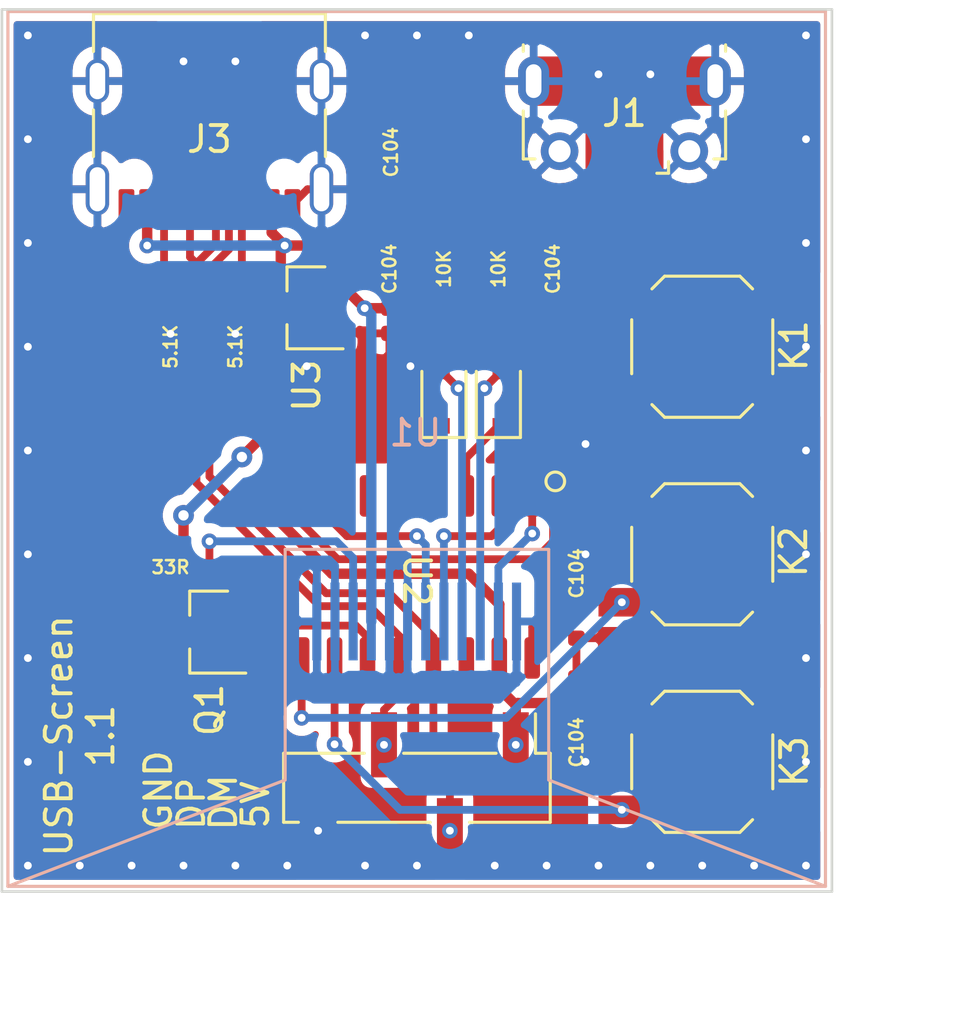
<source format=kicad_pcb>
(kicad_pcb (version 20171130) (host pcbnew "(5.1.7)-1")

  (general
    (thickness 1.6)
    (drawings 15)
    (tracks 220)
    (zones 0)
    (modules 22)
    (nets 27)
  )

  (page A4)
  (title_block
    (title USB-Screen)
    (date 2020-09-15)
    (rev 1.0)
    (company chenxuuu)
  )

  (layers
    (0 F.Cu signal)
    (31 B.Cu signal)
    (32 B.Adhes user)
    (33 F.Adhes user)
    (34 B.Paste user)
    (35 F.Paste user)
    (36 B.SilkS user)
    (37 F.SilkS user)
    (38 B.Mask user)
    (39 F.Mask user)
    (40 Dwgs.User user)
    (41 Cmts.User user)
    (42 Eco1.User user)
    (43 Eco2.User user)
    (44 Edge.Cuts user)
    (45 Margin user)
    (46 B.CrtYd user)
    (47 F.CrtYd user)
    (48 B.Fab user hide)
    (49 F.Fab user hide)
  )

  (setup
    (last_trace_width 0.3)
    (user_trace_width 0.3)
    (trace_clearance 0.2)
    (zone_clearance 0.3)
    (zone_45_only yes)
    (trace_min 0.3)
    (via_size 0.6)
    (via_drill 0.3)
    (via_min_size 0.3)
    (via_min_drill 0.3)
    (user_via 0.6 0.3)
    (uvia_size 0.3)
    (uvia_drill 0.1)
    (uvias_allowed no)
    (uvia_min_size 0.2)
    (uvia_min_drill 0.1)
    (edge_width 0.05)
    (segment_width 0.2)
    (pcb_text_width 0.3)
    (pcb_text_size 1.5 1.5)
    (mod_edge_width 0.12)
    (mod_text_size 1 1)
    (mod_text_width 0.15)
    (pad_size 1.524 1.524)
    (pad_drill 0.762)
    (pad_to_mask_clearance 0.05)
    (aux_axis_origin 0 0)
    (visible_elements 7FFFFFFF)
    (pcbplotparams
      (layerselection 0x010fc_ffffffff)
      (usegerberextensions true)
      (usegerberattributes false)
      (usegerberadvancedattributes false)
      (creategerberjobfile false)
      (excludeedgelayer true)
      (linewidth 0.100000)
      (plotframeref false)
      (viasonmask false)
      (mode 1)
      (useauxorigin false)
      (hpglpennumber 1)
      (hpglpenspeed 20)
      (hpglpendiameter 15.000000)
      (psnegative false)
      (psa4output false)
      (plotreference true)
      (plotvalue true)
      (plotinvisibletext false)
      (padsonsilk false)
      (subtractmaskfromsilk true)
      (outputformat 1)
      (mirror false)
      (drillshape 0)
      (scaleselection 1)
      (outputdirectory "C:/Users/chenx/Desktop/gerber/"))
  )

  (net 0 "")
  (net 1 +3V3)
  (net 2 GND)
  (net 3 +5V)
  (net 4 "Net-(C3-Pad2)")
  (net 5 /USB_D+)
  (net 6 /USB_D-)
  (net 7 /PWM)
  (net 8 /KEDA)
  (net 9 /DC)
  (net 10 /CS)
  (net 11 /SCL)
  (net 12 /SDA)
  (net 13 /RST)
  (net 14 "Net-(Q1-Pad2)")
  (net 15 "Net-(D4-Pad1)")
  (net 16 "Net-(D5-Pad1)")
  (net 17 "Net-(J3-PadB5)")
  (net 18 "Net-(J3-PadA5)")
  (net 19 /K1)
  (net 20 /K2)
  (net 21 /K3)
  (net 22 "Net-(J1-Pad4)")
  (net 23 "Net-(J3-PadA8)")
  (net 24 "Net-(J3-PadB8)")
  (net 25 "Net-(U2-Pad4)")
  (net 26 "Net-(U2-Pad6)")

  (net_class Default "This is the default net class."
    (clearance 0.2)
    (trace_width 0.3)
    (via_dia 0.6)
    (via_drill 0.3)
    (uvia_dia 0.3)
    (uvia_drill 0.1)
    (add_net /CS)
    (add_net /DC)
    (add_net /K1)
    (add_net /K2)
    (add_net /K3)
    (add_net /KEDA)
    (add_net /PWM)
    (add_net /RST)
    (add_net /SCL)
    (add_net /SDA)
    (add_net /USB_D+)
    (add_net /USB_D-)
    (add_net GND)
    (add_net "Net-(C3-Pad2)")
    (add_net "Net-(D4-Pad1)")
    (add_net "Net-(D5-Pad1)")
    (add_net "Net-(J1-Pad4)")
    (add_net "Net-(J3-PadA5)")
    (add_net "Net-(J3-PadA8)")
    (add_net "Net-(J3-PadB5)")
    (add_net "Net-(J3-PadB8)")
    (add_net "Net-(Q1-Pad2)")
    (add_net "Net-(U2-Pad4)")
    (add_net "Net-(U2-Pad6)")
  )

  (net_class power ""
    (clearance 0.2)
    (trace_width 0.4)
    (via_dia 0.8)
    (via_drill 0.4)
    (uvia_dia 0.3)
    (uvia_drill 0.1)
    (add_net +3V3)
    (add_net +5V)
  )

  (module USB-Screen:ZJY154T-PG04 (layer B.Cu) (tedit 5F8696B1) (tstamp 5F873A0F)
    (at 100 100 180)
    (path /5F62CDD2)
    (attr smd)
    (fp_text reference U1 (at 0.06 0.68) (layer B.SilkS)
      (effects (font (size 1 1) (thickness 0.15)) (justify mirror))
    )
    (fp_text value ZJY154T-PG04 (at 0.06 -0.47) (layer B.Fab)
      (effects (font (size 1 1) (thickness 0.15)) (justify mirror))
    )
    (fp_line (start 5.08 -12.7) (end 15.77 -16.8) (layer B.SilkS) (width 0.12))
    (fp_line (start 5.08 -3.81) (end 5.08 -12.7) (layer B.SilkS) (width 0.12))
    (fp_line (start -3.81 -3.81) (end 5.08 -3.81) (layer B.SilkS) (width 0.12))
    (fp_line (start -5.08 -12.7) (end -15.75 -16.8) (layer B.SilkS) (width 0.12))
    (fp_line (start -5.08 -3.81) (end -5.08 -12.7) (layer B.SilkS) (width 0.12))
    (fp_line (start -3.81 -3.81) (end -5.08 -3.81) (layer B.SilkS) (width 0.12))
    (fp_line (start -15.75 16.92) (end -15.75 -16.8) (layer B.SilkS) (width 0.12))
    (fp_line (start 15.77 16.92) (end -15.75 16.92) (layer B.SilkS) (width 0.12))
    (fp_line (start 15.77 -16.8) (end 15.77 16.92) (layer B.SilkS) (width 0.12))
    (fp_line (start -15.75 -16.8) (end 15.77 -16.8) (layer B.SilkS) (width 0.12))
    (pad 1 smd rect (at 3.86 -6.59) (size 0.35 3) (layers B.Cu B.Paste B.Mask)
      (net 2 GND))
    (pad 2 smd rect (at 3.16 -6.59) (size 0.35 3) (layers B.Cu B.Paste B.Mask)
      (net 2 GND))
    (pad 3 smd rect (at 2.46 -6.59) (size 0.35 3) (layers B.Cu B.Paste B.Mask)
      (net 8 /KEDA))
    (pad 4 smd rect (at 1.76 -6.59) (size 0.35 3) (layers B.Cu B.Paste B.Mask)
      (net 1 +3V3))
    (pad 5 smd rect (at 1.06 -6.59) (size 0.35 3) (layers B.Cu B.Paste B.Mask)
      (net 2 GND))
    (pad 6 smd rect (at 0.36 -6.59) (size 0.35 3) (layers B.Cu B.Paste B.Mask)
      (net 2 GND))
    (pad 7 smd rect (at -0.34 -6.59) (size 0.35 3) (layers B.Cu B.Paste B.Mask)
      (net 9 /DC))
    (pad 8 smd rect (at -1.04 -6.59) (size 0.35 3) (layers B.Cu B.Paste B.Mask)
      (net 10 /CS))
    (pad 9 smd rect (at -1.74 -6.59) (size 0.35 3) (layers B.Cu B.Paste B.Mask)
      (net 11 /SCL))
    (pad 10 smd rect (at -2.44 -6.59) (size 0.35 3) (layers B.Cu B.Paste B.Mask)
      (net 12 /SDA))
    (pad 11 smd rect (at -3.14 -6.59) (size 0.35 3) (layers B.Cu B.Paste B.Mask)
      (net 13 /RST))
    (pad 12 smd rect (at -3.84 -6.59) (size 0.35 3) (layers B.Cu B.Paste B.Mask)
      (net 2 GND))
  )

  (module Connector_USB:USB_Micro-B_Molex-105017-0001 (layer F.Cu) (tedit 5F87EB3B) (tstamp 5F86AC54)
    (at 108 87 180)
    (descr http://www.molex.com/pdm_docs/sd/1050170001_sd.pdf)
    (tags "Micro-USB SMD Typ-B")
    (path /5F605CF0)
    (attr smd)
    (fp_text reference J1 (at 0 0) (layer F.SilkS)
      (effects (font (size 1 1) (thickness 0.15)))
    )
    (fp_text value USB_B_Micro (at 0.3 4.3375) (layer F.Fab)
      (effects (font (size 1 1) (thickness 0.15)))
    )
    (fp_line (start -4.4 3.64) (end 4.4 3.64) (layer F.CrtYd) (width 0.05))
    (fp_line (start 4.4 -2.46) (end 4.4 3.64) (layer F.CrtYd) (width 0.05))
    (fp_line (start -4.4 -2.46) (end 4.4 -2.46) (layer F.CrtYd) (width 0.05))
    (fp_line (start -4.4 3.64) (end -4.4 -2.46) (layer F.CrtYd) (width 0.05))
    (fp_line (start -3.9 -1.7625) (end -3.45 -1.7625) (layer F.SilkS) (width 0.12))
    (fp_line (start -3.9 0.0875) (end -3.9 -1.7625) (layer F.SilkS) (width 0.12))
    (fp_line (start 3.9 2.6375) (end 3.9 2.3875) (layer F.SilkS) (width 0.12))
    (fp_line (start 3.75 3.3875) (end 3.75 -1.6125) (layer F.Fab) (width 0.1))
    (fp_line (start -3 2.689204) (end 3 2.689204) (layer F.Fab) (width 0.1))
    (fp_line (start -3.75 3.389204) (end 3.75 3.389204) (layer F.Fab) (width 0.1))
    (fp_line (start -3.75 -1.6125) (end 3.75 -1.6125) (layer F.Fab) (width 0.1))
    (fp_line (start -3.75 3.3875) (end -3.75 -1.6125) (layer F.Fab) (width 0.1))
    (fp_line (start -3.9 2.6375) (end -3.9 2.3875) (layer F.SilkS) (width 0.12))
    (fp_line (start 3.9 0.0875) (end 3.9 -1.7625) (layer F.SilkS) (width 0.12))
    (fp_line (start 3.9 -1.7625) (end 3.45 -1.7625) (layer F.SilkS) (width 0.12))
    (fp_line (start -1.7 -2.3125) (end -1.25 -2.3125) (layer F.SilkS) (width 0.12))
    (fp_line (start -1.7 -2.3125) (end -1.7 -1.8625) (layer F.SilkS) (width 0.12))
    (fp_line (start -1.3 -1.7125) (end -1.5 -1.9125) (layer F.Fab) (width 0.1))
    (fp_line (start -1.1 -1.9125) (end -1.3 -1.7125) (layer F.Fab) (width 0.1))
    (fp_line (start -1.5 -2.1225) (end -1.1 -2.1225) (layer F.Fab) (width 0.1))
    (fp_line (start -1.5 -2.1225) (end -1.5 -1.9125) (layer F.Fab) (width 0.1))
    (fp_line (start -1.1 -2.1225) (end -1.1 -1.9125) (layer F.Fab) (width 0.1))
    (fp_text user %R (at 0 0.8875) (layer F.Fab)
      (effects (font (size 1 1) (thickness 0.15)))
    )
    (fp_text user "PCB Edge" (at 0 2.6875) (layer Dwgs.User)
      (effects (font (size 0.5 0.5) (thickness 0.08)))
    )
    (pad 6 smd rect (at -2.9 1.2375 180) (size 1.2 1.9) (layers F.Cu F.Mask)
      (net 2 GND))
    (pad 6 smd rect (at 2.9 1.2375 180) (size 1.2 1.9) (layers F.Cu F.Mask)
      (net 2 GND))
    (pad 6 thru_hole oval (at 3.5 1.2375 180) (size 1.2 1.9) (drill oval 0.6 1.3) (layers *.Cu *.Mask)
      (net 2 GND))
    (pad 6 thru_hole oval (at -3.5 1.2375) (size 1.2 1.9) (drill oval 0.6 1.3) (layers *.Cu *.Mask)
      (net 2 GND))
    (pad 6 smd rect (at -1 1.2375 180) (size 1.5 1.9) (layers F.Cu F.Paste F.Mask)
      (net 2 GND))
    (pad 6 thru_hole circle (at 2.5 -1.4625 180) (size 1.45 1.45) (drill 0.85) (layers *.Cu *.Mask)
      (net 2 GND))
    (pad 3 smd rect (at 0 -1.4625 180) (size 0.4 1.35) (layers F.Cu F.Paste F.Mask)
      (net 5 /USB_D+))
    (pad 4 smd rect (at 0.65 -1.4625 180) (size 0.4 1.35) (layers F.Cu F.Paste F.Mask)
      (net 22 "Net-(J1-Pad4)"))
    (pad 5 smd rect (at 1.3 -1.4625 180) (size 0.4 1.35) (layers F.Cu F.Paste F.Mask)
      (net 2 GND))
    (pad 1 smd rect (at -1.3 -1.4625 180) (size 0.4 1.35) (layers F.Cu F.Paste F.Mask)
      (net 3 +5V))
    (pad 2 smd rect (at -0.65 -1.4625 180) (size 0.4 1.35) (layers F.Cu F.Paste F.Mask)
      (net 6 /USB_D-))
    (pad 6 thru_hole circle (at -2.5 -1.4625 180) (size 1.45 1.45) (drill 0.85) (layers *.Cu *.Mask)
      (net 2 GND))
    (pad 6 smd rect (at 1 1.2375 180) (size 1.5 1.9) (layers F.Cu F.Paste F.Mask)
      (net 2 GND))
    (model ${KISYS3DMOD}/Connector_USB.3dshapes/USB_Micro-B_Molex-105017-0001.step
      (offset (xyz 0 -1 0))
      (scale (xyz 1 1 1))
      (rotate (xyz -90 0 -90))
    )
  )

  (module Connector_USB:USB_C_Receptacle_Steady_UTC16-G (layer F.Cu) (tedit 5E0DD3DE) (tstamp 5F86AA23)
    (at 92 88 180)
    (descr http://www.palpilot.com/wp-content/uploads/2017/05/UTC027-GKN-OR-Rev-A.pdf)
    (tags "USB C Type-C Receptacle USB2.0")
    (path /5F8814AB)
    (attr smd)
    (fp_text reference J3 (at 0 0 180) (layer F.SilkS)
      (effects (font (size 1 1) (thickness 0.15)))
    )
    (fp_text value USB_C_Receptacle_USB2.0 (at 0 6.24 180) (layer F.Fab)
      (effects (font (size 1 1) (thickness 0.15)))
    )
    (fp_line (start -4.47 -2.48) (end 4.47 -2.48) (layer F.Fab) (width 0.1))
    (fp_line (start 4.47 -2.48) (end 4.47 4.84) (layer F.Fab) (width 0.1))
    (fp_line (start 4.47 4.84) (end -4.47 4.84) (layer F.Fab) (width 0.1))
    (fp_line (start -4.47 -2.48) (end -4.47 4.84) (layer F.Fab) (width 0.1))
    (fp_line (start -5.27 5.34) (end 5.27 5.34) (layer F.CrtYd) (width 0.05))
    (fp_line (start -5.27 -3.59) (end -5.27 5.34) (layer F.CrtYd) (width 0.05))
    (fp_line (start 5.27 -3.59) (end -5.27 -3.59) (layer F.CrtYd) (width 0.05))
    (fp_line (start 5.27 5.34) (end 5.27 -3.59) (layer F.CrtYd) (width 0.05))
    (fp_line (start -4.47 4.34) (end 4.47 4.34) (layer Dwgs.User) (width 0.1))
    (fp_line (start -4.47 -0.67) (end -4.47 1.13) (layer F.SilkS) (width 0.12))
    (fp_line (start -4.47 4.84) (end -4.47 3.38) (layer F.SilkS) (width 0.12))
    (fp_line (start 4.47 4.84) (end 4.47 3.38) (layer F.SilkS) (width 0.12))
    (fp_line (start 4.47 -0.67) (end 4.47 1.13) (layer F.SilkS) (width 0.12))
    (fp_line (start 4.47 4.84) (end -4.47 4.84) (layer F.SilkS) (width 0.12))
    (fp_text user %R (at 0 1.18 180) (layer F.Fab)
      (effects (font (size 1 1) (thickness 0.15)))
    )
    (fp_text user "PCB Edge" (at 0 3.43 180) (layer Dwgs.User)
      (effects (font (size 1 1) (thickness 0.15)))
    )
    (pad S1 smd roundrect (at 1 3.1 180) (size 1 2) (layers F.Cu F.Paste F.Mask) (roundrect_rratio 0.075)
      (net 2 GND))
    (pad S1 smd roundrect (at -1 3.1 180) (size 1 2) (layers F.Cu F.Paste F.Mask) (roundrect_rratio 0.075)
      (net 2 GND))
    (pad S1 thru_hole oval (at -4.32 -1.93 270) (size 2 0.9) (drill oval 1.7 0.6) (layers *.Cu *.Mask)
      (net 2 GND))
    (pad S1 thru_hole oval (at 4.32 -1.93 270) (size 2 0.9) (drill oval 1.7 0.6) (layers *.Cu *.Mask)
      (net 2 GND))
    (pad S1 thru_hole oval (at -4.32 2.24 270) (size 1.7 0.9) (drill oval 1.4 0.6) (layers *.Cu *.Mask)
      (net 2 GND))
    (pad S1 thru_hole oval (at 4.32 2.24 270) (size 1.7 0.9) (drill oval 1.4 0.6) (layers *.Cu *.Mask)
      (net 2 GND))
    (pad B7 smd roundrect (at -0.75 -2.51) (size 0.3 1.16) (layers F.Cu F.Paste F.Mask) (roundrect_rratio 0.25)
      (net 6 /USB_D-))
    (pad A6 smd roundrect (at -0.25 -2.51) (size 0.3 1.16) (layers F.Cu F.Paste F.Mask) (roundrect_rratio 0.25)
      (net 5 /USB_D+))
    (pad A7 smd roundrect (at 0.25 -2.51) (size 0.3 1.16) (layers F.Cu F.Paste F.Mask) (roundrect_rratio 0.25)
      (net 6 /USB_D-))
    (pad B8 smd roundrect (at -1.75 -2.51) (size 0.3 1.16) (layers F.Cu F.Paste F.Mask) (roundrect_rratio 0.25)
      (net 24 "Net-(J3-PadB8)"))
    (pad A5 smd roundrect (at -1.25 -2.51) (size 0.3 1.16) (layers F.Cu F.Paste F.Mask) (roundrect_rratio 0.25)
      (net 18 "Net-(J3-PadA5)"))
    (pad A8 smd roundrect (at 1.25 -2.51) (size 0.3 1.16) (layers F.Cu F.Paste F.Mask) (roundrect_rratio 0.25)
      (net 23 "Net-(J3-PadA8)"))
    (pad B6 smd roundrect (at 0.75 -2.51) (size 0.3 1.16) (layers F.Cu F.Paste F.Mask) (roundrect_rratio 0.25)
      (net 5 /USB_D+))
    (pad B5 smd roundrect (at 1.75 -2.51) (size 0.3 1.16) (layers F.Cu F.Paste F.Mask) (roundrect_rratio 0.25)
      (net 17 "Net-(J3-PadB5)"))
    (pad "" np_thru_hole circle (at 2.89 -1.45) (size 0.6 0.6) (drill 0.6) (layers *.Cu *.Mask))
    (pad "" np_thru_hole circle (at -2.89 -1.45) (size 0.6 0.6) (drill 0.6) (layers *.Cu *.Mask))
    (pad A4 smd roundrect (at -2.4 -2.51 180) (size 0.6 1.16) (layers F.Cu F.Paste F.Mask) (roundrect_rratio 0.125)
      (net 3 +5V))
    (pad B9 smd roundrect (at -2.4 -2.51 180) (size 0.6 1.16) (layers F.Cu F.Paste F.Mask) (roundrect_rratio 0.125)
      (net 3 +5V))
    (pad A1 smd roundrect (at -3.2 -2.51 180) (size 0.6 1.16) (layers F.Cu F.Paste F.Mask) (roundrect_rratio 0.125)
      (net 2 GND))
    (pad B12 smd roundrect (at -3.2 -2.51 180) (size 0.6 1.16) (layers F.Cu F.Paste F.Mask) (roundrect_rratio 0.125)
      (net 2 GND))
    (pad B4 smd roundrect (at 2.4 -2.51 180) (size 0.6 1.16) (layers F.Cu F.Paste F.Mask) (roundrect_rratio 0.125)
      (net 3 +5V))
    (pad B1 smd roundrect (at 3.2 -2.51 180) (size 0.6 1.16) (layers F.Cu F.Paste F.Mask) (roundrect_rratio 0.125)
      (net 2 GND))
    (pad A9 smd roundrect (at 2.4 -2.51 180) (size 0.6 1.16) (layers F.Cu F.Paste F.Mask) (roundrect_rratio 0.125)
      (net 3 +5V))
    (pad A12 smd roundrect (at 3.2 -2.51 180) (size 0.6 1.16) (layers F.Cu F.Paste F.Mask) (roundrect_rratio 0.125)
      (net 2 GND))
    (model ${KISYS3DMOD}/Connector_USB.3dshapes/USB_C_Receptacle_Palconn_UTC16-G.step
      (offset (xyz 14 45.4 3.5))
      (scale (xyz 1 1 1))
      (rotate (xyz 180 0 0))
    )
  )

  (module Button_Switch_SMD:SW_Push_1P1T_NO_4x4mm_H2.0mm (layer F.Cu) (tedit 5DF090AE) (tstamp 5F873941)
    (at 111 104 180)
    (descr "ALPS 5.2mm Square Low-profile Type (Surface Mount) SKQG Series, With stem, http://www.alps.com/prod/info/E/HTML/Tact/SurfaceMount/SKQG/SKQGAFE010.html")
    (tags "SPST Button Switch")
    (path /5F8BD0C5)
    (attr smd)
    (fp_text reference K2 (at -3.5165 0.094 270) (layer F.SilkS)
      (effects (font (size 1 1) (thickness 0.15)))
    )
    (fp_text value SW_4*4mm (at 0 3.6) (layer F.Fab)
      (effects (font (size 1 1) (thickness 0.15)))
    )
    (fp_line (start 1.4 -2.6) (end 2.6 -1.4) (layer F.Fab) (width 0.1))
    (fp_line (start 2.6 -1.4) (end 2.6 1.4) (layer F.Fab) (width 0.1))
    (fp_line (start 2.6 1.4) (end 1.4 2.6) (layer F.Fab) (width 0.1))
    (fp_line (start 1.4 2.6) (end -1.4 2.6) (layer F.Fab) (width 0.1))
    (fp_line (start -1.4 2.6) (end -2.6 1.4) (layer F.Fab) (width 0.1))
    (fp_line (start -2.6 1.4) (end -2.6 -1.4) (layer F.Fab) (width 0.1))
    (fp_line (start -2.6 -1.4) (end -1.4 -2.6) (layer F.Fab) (width 0.1))
    (fp_line (start -1.4 -2.6) (end 1.4 -2.6) (layer F.Fab) (width 0.1))
    (fp_line (start -4.25 -2.85) (end -4.25 2.85) (layer F.CrtYd) (width 0.05))
    (fp_line (start 4.25 -2.85) (end -4.25 -2.85) (layer F.CrtYd) (width 0.05))
    (fp_line (start 4.25 2.85) (end 4.25 -2.85) (layer F.CrtYd) (width 0.05))
    (fp_line (start -4.25 2.85) (end 4.25 2.85) (layer F.CrtYd) (width 0.05))
    (fp_line (start -0.95 -1.865) (end 0.95 -1.865) (layer F.Fab) (width 0.1))
    (fp_line (start -1.865 0.95) (end -1.865 -0.95) (layer F.Fab) (width 0.1))
    (fp_line (start 0.95 1.865) (end -0.95 1.865) (layer F.Fab) (width 0.1))
    (fp_line (start 1.865 -0.95) (end 1.865 0.95) (layer F.Fab) (width 0.1))
    (fp_line (start -2.72 1.04) (end -2.72 -1.04) (layer F.SilkS) (width 0.12))
    (fp_line (start 1.45 -2.72) (end 1.94 -2.23) (layer F.SilkS) (width 0.12))
    (fp_circle (center 0 0) (end 1 0) (layer F.Fab) (width 0.1))
    (fp_line (start 2.72 1.04) (end 2.72 -1.04) (layer F.SilkS) (width 0.12))
    (fp_line (start -1.45 -2.72) (end -1.94 -2.23) (layer F.SilkS) (width 0.12))
    (fp_line (start -1.45 -2.72) (end 1.45 -2.72) (layer F.SilkS) (width 0.12))
    (fp_line (start -1.45 2.72) (end -1.94 2.23) (layer F.SilkS) (width 0.12))
    (fp_line (start -1.45 2.72) (end 1.45 2.72) (layer F.SilkS) (width 0.12))
    (fp_line (start 1.45 2.72) (end 1.94 2.23) (layer F.SilkS) (width 0.12))
    (fp_line (start 0.95 1.865) (end 1.865 0.95) (layer F.Fab) (width 0.1))
    (fp_line (start -0.95 1.865) (end -1.865 0.95) (layer F.Fab) (width 0.1))
    (fp_line (start -0.95 -1.865) (end -1.865 -0.95) (layer F.Fab) (width 0.1))
    (fp_line (start 0.95 -1.865) (end 1.865 -0.95) (layer F.Fab) (width 0.1))
    (fp_line (start 4 -1.3) (end 4 1.3) (layer Dwgs.User) (width 0.05))
    (fp_line (start 4 1.3) (end 1 1.3) (layer Dwgs.User) (width 0.05))
    (fp_line (start 1 1.3) (end 1 -1.3) (layer Dwgs.User) (width 0.05))
    (fp_line (start 1 -1.3) (end 4 -1.3) (layer Dwgs.User) (width 0.05))
    (fp_line (start 1 -0.3) (end 2 -1.3) (layer Dwgs.User) (width 0.05))
    (fp_line (start 1 0.7) (end 3 -1.3) (layer Dwgs.User) (width 0.05))
    (fp_line (start 4 -1.3) (end 1.4 1.3) (layer Dwgs.User) (width 0.05))
    (fp_line (start 2.4 1.3) (end 4 -0.3) (layer Dwgs.User) (width 0.05))
    (fp_line (start 4 0.7) (end 3.4 1.3) (layer Dwgs.User) (width 0.05))
    (fp_line (start -1 0.7) (end -1.6 1.3) (layer Dwgs.User) (width 0.05))
    (fp_line (start -4 1.3) (end -4 -1.3) (layer Dwgs.User) (width 0.05))
    (fp_line (start -4 0.7) (end -2 -1.3) (layer Dwgs.User) (width 0.05))
    (fp_line (start -1 1.3) (end -4 1.3) (layer Dwgs.User) (width 0.05))
    (fp_line (start -4 -1.3) (end -1 -1.3) (layer Dwgs.User) (width 0.05))
    (fp_line (start -1 -1.3) (end -3.6 1.3) (layer Dwgs.User) (width 0.05))
    (fp_line (start -2.6 1.3) (end -1 -0.3) (layer Dwgs.User) (width 0.05))
    (fp_line (start -4 -0.3) (end -3 -1.3) (layer Dwgs.User) (width 0.05))
    (fp_line (start -1 -1.3) (end -1 1.3) (layer Dwgs.User) (width 0.05))
    (fp_text user "No F.Cu tracks" (at -2.5 0.2) (layer Cmts.User)
      (effects (font (size 0.2 0.2) (thickness 0.03)))
    )
    (fp_text user "KEEP-OUT ZONE" (at -2.5 -0.2) (layer Cmts.User)
      (effects (font (size 0.2 0.2) (thickness 0.03)))
    )
    (fp_text user "KEEP-OUT ZONE" (at 2.5 -0.2) (layer Cmts.User)
      (effects (font (size 0.2 0.2) (thickness 0.03)))
    )
    (fp_text user "No F.Cu tracks" (at 2.5 0.2) (layer Cmts.User)
      (effects (font (size 0.2 0.2) (thickness 0.03)))
    )
    (fp_text user %R (at 0 0) (layer F.Fab)
      (effects (font (size 0.4 0.4) (thickness 0.06)))
    )
    (pad 2 smd rect (at 3.1 1.85 180) (size 1.8 1.1) (layers F.Cu F.Paste F.Mask)
      (net 2 GND))
    (pad 2 smd rect (at -3.1 1.85 180) (size 1.8 1.1) (layers F.Cu F.Paste F.Mask)
      (net 2 GND))
    (pad 1 smd rect (at 3.1 -1.85 180) (size 1.8 1.1) (layers F.Cu F.Paste F.Mask)
      (net 20 /K2))
    (pad 1 smd rect (at -3.1 -1.85 180) (size 1.8 1.1) (layers F.Cu F.Paste F.Mask)
      (net 20 /K2))
    (model ${KISYS3DMOD}/Button_Switch_SMD.3dshapes/SW_Push_1P1T_NO_4x4mm_H2.0mm.step
      (at (xyz 0 0 0))
      (scale (xyz 1 1 1))
      (rotate (xyz -90 0 0))
    )
  )

  (module Button_Switch_SMD:SW_Push_1P1T_NO_4x4mm_H2.0mm (layer F.Cu) (tedit 5DF090AE) (tstamp 5F873924)
    (at 111 112 180)
    (descr "ALPS 5.2mm Square Low-profile Type (Surface Mount) SKQG Series, With stem, http://www.alps.com/prod/info/E/HTML/Tact/SurfaceMount/SKQG/SKQGAFE010.html")
    (tags "SPST Button Switch")
    (path /5F8BAA26)
    (attr smd)
    (fp_text reference K3 (at -3.5465 0.01 270) (layer F.SilkS)
      (effects (font (size 1 1) (thickness 0.15)))
    )
    (fp_text value SW_4*4mm (at 0 3.6) (layer F.Fab)
      (effects (font (size 1 1) (thickness 0.15)))
    )
    (fp_line (start 1.4 -2.6) (end 2.6 -1.4) (layer F.Fab) (width 0.1))
    (fp_line (start 2.6 -1.4) (end 2.6 1.4) (layer F.Fab) (width 0.1))
    (fp_line (start 2.6 1.4) (end 1.4 2.6) (layer F.Fab) (width 0.1))
    (fp_line (start 1.4 2.6) (end -1.4 2.6) (layer F.Fab) (width 0.1))
    (fp_line (start -1.4 2.6) (end -2.6 1.4) (layer F.Fab) (width 0.1))
    (fp_line (start -2.6 1.4) (end -2.6 -1.4) (layer F.Fab) (width 0.1))
    (fp_line (start -2.6 -1.4) (end -1.4 -2.6) (layer F.Fab) (width 0.1))
    (fp_line (start -1.4 -2.6) (end 1.4 -2.6) (layer F.Fab) (width 0.1))
    (fp_line (start -4.25 -2.85) (end -4.25 2.85) (layer F.CrtYd) (width 0.05))
    (fp_line (start 4.25 -2.85) (end -4.25 -2.85) (layer F.CrtYd) (width 0.05))
    (fp_line (start 4.25 2.85) (end 4.25 -2.85) (layer F.CrtYd) (width 0.05))
    (fp_line (start -4.25 2.85) (end 4.25 2.85) (layer F.CrtYd) (width 0.05))
    (fp_line (start -0.95 -1.865) (end 0.95 -1.865) (layer F.Fab) (width 0.1))
    (fp_line (start -1.865 0.95) (end -1.865 -0.95) (layer F.Fab) (width 0.1))
    (fp_line (start 0.95 1.865) (end -0.95 1.865) (layer F.Fab) (width 0.1))
    (fp_line (start 1.865 -0.95) (end 1.865 0.95) (layer F.Fab) (width 0.1))
    (fp_line (start -2.72 1.04) (end -2.72 -1.04) (layer F.SilkS) (width 0.12))
    (fp_line (start 1.45 -2.72) (end 1.94 -2.23) (layer F.SilkS) (width 0.12))
    (fp_circle (center 0 0) (end 1 0) (layer F.Fab) (width 0.1))
    (fp_line (start 2.72 1.04) (end 2.72 -1.04) (layer F.SilkS) (width 0.12))
    (fp_line (start -1.45 -2.72) (end -1.94 -2.23) (layer F.SilkS) (width 0.12))
    (fp_line (start -1.45 -2.72) (end 1.45 -2.72) (layer F.SilkS) (width 0.12))
    (fp_line (start -1.45 2.72) (end -1.94 2.23) (layer F.SilkS) (width 0.12))
    (fp_line (start -1.45 2.72) (end 1.45 2.72) (layer F.SilkS) (width 0.12))
    (fp_line (start 1.45 2.72) (end 1.94 2.23) (layer F.SilkS) (width 0.12))
    (fp_line (start 0.95 1.865) (end 1.865 0.95) (layer F.Fab) (width 0.1))
    (fp_line (start -0.95 1.865) (end -1.865 0.95) (layer F.Fab) (width 0.1))
    (fp_line (start -0.95 -1.865) (end -1.865 -0.95) (layer F.Fab) (width 0.1))
    (fp_line (start 0.95 -1.865) (end 1.865 -0.95) (layer F.Fab) (width 0.1))
    (fp_line (start 4 -1.3) (end 4 1.3) (layer Dwgs.User) (width 0.05))
    (fp_line (start 4 1.3) (end 1 1.3) (layer Dwgs.User) (width 0.05))
    (fp_line (start 1 1.3) (end 1 -1.3) (layer Dwgs.User) (width 0.05))
    (fp_line (start 1 -1.3) (end 4 -1.3) (layer Dwgs.User) (width 0.05))
    (fp_line (start 1 -0.3) (end 2 -1.3) (layer Dwgs.User) (width 0.05))
    (fp_line (start 1 0.7) (end 3 -1.3) (layer Dwgs.User) (width 0.05))
    (fp_line (start 4 -1.3) (end 1.4 1.3) (layer Dwgs.User) (width 0.05))
    (fp_line (start 2.4 1.3) (end 4 -0.3) (layer Dwgs.User) (width 0.05))
    (fp_line (start 4 0.7) (end 3.4 1.3) (layer Dwgs.User) (width 0.05))
    (fp_line (start -1 0.7) (end -1.6 1.3) (layer Dwgs.User) (width 0.05))
    (fp_line (start -4 1.3) (end -4 -1.3) (layer Dwgs.User) (width 0.05))
    (fp_line (start -4 0.7) (end -2 -1.3) (layer Dwgs.User) (width 0.05))
    (fp_line (start -1 1.3) (end -4 1.3) (layer Dwgs.User) (width 0.05))
    (fp_line (start -4 -1.3) (end -1 -1.3) (layer Dwgs.User) (width 0.05))
    (fp_line (start -1 -1.3) (end -3.6 1.3) (layer Dwgs.User) (width 0.05))
    (fp_line (start -2.6 1.3) (end -1 -0.3) (layer Dwgs.User) (width 0.05))
    (fp_line (start -4 -0.3) (end -3 -1.3) (layer Dwgs.User) (width 0.05))
    (fp_line (start -1 -1.3) (end -1 1.3) (layer Dwgs.User) (width 0.05))
    (fp_text user "No F.Cu tracks" (at -2.5 0.2) (layer Cmts.User)
      (effects (font (size 0.2 0.2) (thickness 0.03)))
    )
    (fp_text user "KEEP-OUT ZONE" (at -2.5 -0.2) (layer Cmts.User)
      (effects (font (size 0.2 0.2) (thickness 0.03)))
    )
    (fp_text user "KEEP-OUT ZONE" (at 2.5 -0.2) (layer Cmts.User)
      (effects (font (size 0.2 0.2) (thickness 0.03)))
    )
    (fp_text user "No F.Cu tracks" (at 2.5 0.2) (layer Cmts.User)
      (effects (font (size 0.2 0.2) (thickness 0.03)))
    )
    (fp_text user %R (at 0 0) (layer F.Fab)
      (effects (font (size 0.4 0.4) (thickness 0.06)))
    )
    (pad 2 smd rect (at 3.1 1.85 180) (size 1.8 1.1) (layers F.Cu F.Paste F.Mask)
      (net 2 GND))
    (pad 2 smd rect (at -3.1 1.85 180) (size 1.8 1.1) (layers F.Cu F.Paste F.Mask)
      (net 2 GND))
    (pad 1 smd rect (at 3.1 -1.85 180) (size 1.8 1.1) (layers F.Cu F.Paste F.Mask)
      (net 21 /K3))
    (pad 1 smd rect (at -3.1 -1.85 180) (size 1.8 1.1) (layers F.Cu F.Paste F.Mask)
      (net 21 /K3))
    (model ${KISYS3DMOD}/Button_Switch_SMD.3dshapes/SW_Push_1P1T_NO_4x4mm_H2.0mm.step
      (at (xyz 0 0 0))
      (scale (xyz 1 1 1))
      (rotate (xyz -90 0 0))
    )
  )

  (module Button_Switch_SMD:SW_Push_1P1T_NO_4x4mm_H2.0mm (layer F.Cu) (tedit 5DF090AE) (tstamp 5F88A531)
    (at 111 96 180)
    (descr "ALPS 5.2mm Square Low-profile Type (Surface Mount) SKQG Series, With stem, http://www.alps.com/prod/info/E/HTML/Tact/SurfaceMount/SKQG/SKQGAFE010.html")
    (tags "SPST Button Switch")
    (path /5F8A4CE4)
    (attr smd)
    (fp_text reference K1 (at -3.533 0.038 270) (layer F.SilkS)
      (effects (font (size 1 1) (thickness 0.15)))
    )
    (fp_text value SW_4*4mm (at 0 3.6) (layer F.Fab)
      (effects (font (size 1 1) (thickness 0.15)))
    )
    (fp_line (start 1.4 -2.6) (end 2.6 -1.4) (layer F.Fab) (width 0.1))
    (fp_line (start 2.6 -1.4) (end 2.6 1.4) (layer F.Fab) (width 0.1))
    (fp_line (start 2.6 1.4) (end 1.4 2.6) (layer F.Fab) (width 0.1))
    (fp_line (start 1.4 2.6) (end -1.4 2.6) (layer F.Fab) (width 0.1))
    (fp_line (start -1.4 2.6) (end -2.6 1.4) (layer F.Fab) (width 0.1))
    (fp_line (start -2.6 1.4) (end -2.6 -1.4) (layer F.Fab) (width 0.1))
    (fp_line (start -2.6 -1.4) (end -1.4 -2.6) (layer F.Fab) (width 0.1))
    (fp_line (start -1.4 -2.6) (end 1.4 -2.6) (layer F.Fab) (width 0.1))
    (fp_line (start -4.25 -2.85) (end -4.25 2.85) (layer F.CrtYd) (width 0.05))
    (fp_line (start 4.25 -2.85) (end -4.25 -2.85) (layer F.CrtYd) (width 0.05))
    (fp_line (start 4.25 2.85) (end 4.25 -2.85) (layer F.CrtYd) (width 0.05))
    (fp_line (start -4.25 2.85) (end 4.25 2.85) (layer F.CrtYd) (width 0.05))
    (fp_line (start -0.95 -1.865) (end 0.95 -1.865) (layer F.Fab) (width 0.1))
    (fp_line (start -1.865 0.95) (end -1.865 -0.95) (layer F.Fab) (width 0.1))
    (fp_line (start 0.95 1.865) (end -0.95 1.865) (layer F.Fab) (width 0.1))
    (fp_line (start 1.865 -0.95) (end 1.865 0.95) (layer F.Fab) (width 0.1))
    (fp_line (start -2.72 1.04) (end -2.72 -1.04) (layer F.SilkS) (width 0.12))
    (fp_line (start 1.45 -2.72) (end 1.94 -2.23) (layer F.SilkS) (width 0.12))
    (fp_circle (center 0 0) (end 1 0) (layer F.Fab) (width 0.1))
    (fp_line (start 2.72 1.04) (end 2.72 -1.04) (layer F.SilkS) (width 0.12))
    (fp_line (start -1.45 -2.72) (end -1.94 -2.23) (layer F.SilkS) (width 0.12))
    (fp_line (start -1.45 -2.72) (end 1.45 -2.72) (layer F.SilkS) (width 0.12))
    (fp_line (start -1.45 2.72) (end -1.94 2.23) (layer F.SilkS) (width 0.12))
    (fp_line (start -1.45 2.72) (end 1.45 2.72) (layer F.SilkS) (width 0.12))
    (fp_line (start 1.45 2.72) (end 1.94 2.23) (layer F.SilkS) (width 0.12))
    (fp_line (start 0.95 1.865) (end 1.865 0.95) (layer F.Fab) (width 0.1))
    (fp_line (start -0.95 1.865) (end -1.865 0.95) (layer F.Fab) (width 0.1))
    (fp_line (start -0.95 -1.865) (end -1.865 -0.95) (layer F.Fab) (width 0.1))
    (fp_line (start 0.95 -1.865) (end 1.865 -0.95) (layer F.Fab) (width 0.1))
    (fp_line (start 4 -1.3) (end 4 1.3) (layer Dwgs.User) (width 0.05))
    (fp_line (start 4 1.3) (end 1 1.3) (layer Dwgs.User) (width 0.05))
    (fp_line (start 1 1.3) (end 1 -1.3) (layer Dwgs.User) (width 0.05))
    (fp_line (start 1 -1.3) (end 4 -1.3) (layer Dwgs.User) (width 0.05))
    (fp_line (start 1 -0.3) (end 2 -1.3) (layer Dwgs.User) (width 0.05))
    (fp_line (start 1 0.7) (end 3 -1.3) (layer Dwgs.User) (width 0.05))
    (fp_line (start 4 -1.3) (end 1.4 1.3) (layer Dwgs.User) (width 0.05))
    (fp_line (start 2.4 1.3) (end 4 -0.3) (layer Dwgs.User) (width 0.05))
    (fp_line (start 4 0.7) (end 3.4 1.3) (layer Dwgs.User) (width 0.05))
    (fp_line (start -1 0.7) (end -1.6 1.3) (layer Dwgs.User) (width 0.05))
    (fp_line (start -4 1.3) (end -4 -1.3) (layer Dwgs.User) (width 0.05))
    (fp_line (start -4 0.7) (end -2 -1.3) (layer Dwgs.User) (width 0.05))
    (fp_line (start -1 1.3) (end -4 1.3) (layer Dwgs.User) (width 0.05))
    (fp_line (start -4 -1.3) (end -1 -1.3) (layer Dwgs.User) (width 0.05))
    (fp_line (start -1 -1.3) (end -3.6 1.3) (layer Dwgs.User) (width 0.05))
    (fp_line (start -2.6 1.3) (end -1 -0.3) (layer Dwgs.User) (width 0.05))
    (fp_line (start -4 -0.3) (end -3 -1.3) (layer Dwgs.User) (width 0.05))
    (fp_line (start -1 -1.3) (end -1 1.3) (layer Dwgs.User) (width 0.05))
    (fp_text user "No F.Cu tracks" (at -2.5 0.2) (layer Cmts.User)
      (effects (font (size 0.2 0.2) (thickness 0.03)))
    )
    (fp_text user "KEEP-OUT ZONE" (at -2.5 -0.2) (layer Cmts.User)
      (effects (font (size 0.2 0.2) (thickness 0.03)))
    )
    (fp_text user "KEEP-OUT ZONE" (at 2.5 -0.2) (layer Cmts.User)
      (effects (font (size 0.2 0.2) (thickness 0.03)))
    )
    (fp_text user "No F.Cu tracks" (at 2.5 0.2) (layer Cmts.User)
      (effects (font (size 0.2 0.2) (thickness 0.03)))
    )
    (fp_text user %R (at 0 0) (layer F.Fab)
      (effects (font (size 0.4 0.4) (thickness 0.06)))
    )
    (pad 2 smd rect (at 3.1 1.85 180) (size 1.8 1.1) (layers F.Cu F.Paste F.Mask)
      (net 2 GND))
    (pad 2 smd rect (at -3.1 1.85 180) (size 1.8 1.1) (layers F.Cu F.Paste F.Mask)
      (net 2 GND))
    (pad 1 smd rect (at 3.1 -1.85 180) (size 1.8 1.1) (layers F.Cu F.Paste F.Mask)
      (net 19 /K1))
    (pad 1 smd rect (at -3.1 -1.85 180) (size 1.8 1.1) (layers F.Cu F.Paste F.Mask)
      (net 19 /K1))
    (model ${KISYS3DMOD}/Button_Switch_SMD.3dshapes/SW_Push_1P1T_NO_4x4mm_H2.0mm.step
      (at (xyz 0 0 0))
      (scale (xyz 1 1 1))
      (rotate (xyz -90 0 0))
    )
  )

  (module Connector_PinHeader_2.54mm:PinHeader_1x04_P2.54mm_Vertical_SMD_Pin1Left (layer F.Cu) (tedit 59FED5CC) (tstamp 5F60E8F3)
    (at 100 113 270)
    (descr "surface-mounted straight pin header, 1x04, 2.54mm pitch, single row, style 1 (pin 1 left)")
    (tags "Surface mounted pin header SMD 1x04 2.54mm single row style1 pin1 left")
    (path /5F605182)
    (attr smd)
    (fp_text reference J2 (at 2.4765 1.143 90) (layer F.SilkS) hide
      (effects (font (size 1 1) (thickness 0.15)))
    )
    (fp_text value Conn_01x04 (at 0 6.14 90) (layer F.Fab)
      (effects (font (size 1 1) (thickness 0.15)))
    )
    (fp_line (start 1.27 5.08) (end -1.27 5.08) (layer F.Fab) (width 0.1))
    (fp_line (start -0.32 -5.08) (end 1.27 -5.08) (layer F.Fab) (width 0.1))
    (fp_line (start -1.27 5.08) (end -1.27 -4.13) (layer F.Fab) (width 0.1))
    (fp_line (start -1.27 -4.13) (end -0.32 -5.08) (layer F.Fab) (width 0.1))
    (fp_line (start 1.27 -5.08) (end 1.27 5.08) (layer F.Fab) (width 0.1))
    (fp_line (start -1.27 -4.13) (end -2.54 -4.13) (layer F.Fab) (width 0.1))
    (fp_line (start -2.54 -4.13) (end -2.54 -3.49) (layer F.Fab) (width 0.1))
    (fp_line (start -2.54 -3.49) (end -1.27 -3.49) (layer F.Fab) (width 0.1))
    (fp_line (start -1.27 0.95) (end -2.54 0.95) (layer F.Fab) (width 0.1))
    (fp_line (start -2.54 0.95) (end -2.54 1.59) (layer F.Fab) (width 0.1))
    (fp_line (start -2.54 1.59) (end -1.27 1.59) (layer F.Fab) (width 0.1))
    (fp_line (start 1.27 -1.59) (end 2.54 -1.59) (layer F.Fab) (width 0.1))
    (fp_line (start 2.54 -1.59) (end 2.54 -0.95) (layer F.Fab) (width 0.1))
    (fp_line (start 2.54 -0.95) (end 1.27 -0.95) (layer F.Fab) (width 0.1))
    (fp_line (start 1.27 3.49) (end 2.54 3.49) (layer F.Fab) (width 0.1))
    (fp_line (start 2.54 3.49) (end 2.54 4.13) (layer F.Fab) (width 0.1))
    (fp_line (start 2.54 4.13) (end 1.27 4.13) (layer F.Fab) (width 0.1))
    (fp_line (start -1.33 -5.14) (end 1.33 -5.14) (layer F.SilkS) (width 0.12))
    (fp_line (start -1.33 5.14) (end 1.33 5.14) (layer F.SilkS) (width 0.12))
    (fp_line (start 1.33 -5.14) (end 1.33 -2.03) (layer F.SilkS) (width 0.12))
    (fp_line (start -1.33 -4.57) (end -2.85 -4.57) (layer F.SilkS) (width 0.12))
    (fp_line (start -1.33 -5.14) (end -1.33 -4.57) (layer F.SilkS) (width 0.12))
    (fp_line (start 1.33 4.57) (end 1.33 5.14) (layer F.SilkS) (width 0.12))
    (fp_line (start 1.33 -0.51) (end 1.33 3.05) (layer F.SilkS) (width 0.12))
    (fp_line (start -1.33 -3.05) (end -1.33 0.51) (layer F.SilkS) (width 0.12))
    (fp_line (start -1.33 2.03) (end -1.33 5.14) (layer F.SilkS) (width 0.12))
    (fp_line (start -3.45 -5.6) (end -3.45 5.6) (layer F.CrtYd) (width 0.05))
    (fp_line (start -3.45 5.6) (end 3.45 5.6) (layer F.CrtYd) (width 0.05))
    (fp_line (start 3.45 5.6) (end 3.45 -5.6) (layer F.CrtYd) (width 0.05))
    (fp_line (start 3.45 -5.6) (end -3.45 -5.6) (layer F.CrtYd) (width 0.05))
    (fp_text user %R (at 0 0) (layer F.Fab)
      (effects (font (size 1 1) (thickness 0.15)))
    )
    (pad 4 smd rect (at 1.655 3.81 270) (size 2.51 1) (layers F.Cu F.Paste F.Mask)
      (net 2 GND))
    (pad 2 smd rect (at 1.655 -1.27 270) (size 2.51 1) (layers F.Cu F.Paste F.Mask)
      (net 6 /USB_D-))
    (pad 3 smd rect (at -1.655 1.27 270) (size 2.51 1) (layers F.Cu F.Paste F.Mask)
      (net 5 /USB_D+))
    (pad 1 smd rect (at -1.655 -3.81 270) (size 2.51 1) (layers F.Cu F.Paste F.Mask)
      (net 3 +5V))
    (model ${KISYS3DMOD}/Connector_PinHeader_2.54mm.3dshapes/PinHeader_1x04_P2.54mm_Vertical_SMD_Pin1Left.wrl
      (at (xyz 0 0 0))
      (scale (xyz 1 1 1))
      (rotate (xyz 0 0 0))
    )
  )

  (module Resistor_SMD:R_0402_1005Metric (layer F.Cu) (tedit 5B301BBD) (tstamp 5F887E6B)
    (at 90.5 94 270)
    (descr "Resistor SMD 0402 (1005 Metric), square (rectangular) end terminal, IPC_7351 nominal, (Body size source: http://www.tortai-tech.com/upload/download/2011102023233369053.pdf), generated with kicad-footprint-generator")
    (tags resistor)
    (path /5F88C5EE)
    (attr smd)
    (fp_text reference R8 (at 0 1.25 90) (layer F.Fab) hide
      (effects (font (size 1 1) (thickness 0.15)))
    )
    (fp_text value 5.1K (at 0 1.17 90) (layer F.Fab)
      (effects (font (size 1 1) (thickness 0.15)))
    )
    (fp_line (start -0.5 0.25) (end -0.5 -0.25) (layer F.Fab) (width 0.1))
    (fp_line (start -0.5 -0.25) (end 0.5 -0.25) (layer F.Fab) (width 0.1))
    (fp_line (start 0.5 -0.25) (end 0.5 0.25) (layer F.Fab) (width 0.1))
    (fp_line (start 0.5 0.25) (end -0.5 0.25) (layer F.Fab) (width 0.1))
    (fp_line (start -0.93 0.47) (end -0.93 -0.47) (layer F.CrtYd) (width 0.05))
    (fp_line (start -0.93 -0.47) (end 0.93 -0.47) (layer F.CrtYd) (width 0.05))
    (fp_line (start 0.93 -0.47) (end 0.93 0.47) (layer F.CrtYd) (width 0.05))
    (fp_line (start 0.93 0.47) (end -0.93 0.47) (layer F.CrtYd) (width 0.05))
    (fp_text user 5.1K (at 2 0 90) (layer F.SilkS)
      (effects (font (size 0.5 0.5) (thickness 0.1)))
    )
    (pad 2 smd roundrect (at 0.485 0 270) (size 0.59 0.64) (layers F.Cu F.Paste F.Mask) (roundrect_rratio 0.25)
      (net 2 GND))
    (pad 1 smd roundrect (at -0.485 0 270) (size 0.59 0.64) (layers F.Cu F.Paste F.Mask) (roundrect_rratio 0.25)
      (net 17 "Net-(J3-PadB5)"))
    (model ${KISYS3DMOD}/Resistor_SMD.3dshapes/R_0402_1005Metric.wrl
      (at (xyz 0 0 0))
      (scale (xyz 1 1 1))
      (rotate (xyz 0 0 0))
    )
  )

  (module Resistor_SMD:R_0402_1005Metric (layer F.Cu) (tedit 5B301BBD) (tstamp 5F88C8C3)
    (at 93 94 90)
    (descr "Resistor SMD 0402 (1005 Metric), square (rectangular) end terminal, IPC_7351 nominal, (Body size source: http://www.tortai-tech.com/upload/download/2011102023233369053.pdf), generated with kicad-footprint-generator")
    (tags resistor)
    (path /5F878E06)
    (attr smd)
    (fp_text reference R7 (at 0 1.25 90) (layer F.Fab) hide
      (effects (font (size 1 1) (thickness 0.15)))
    )
    (fp_text value 5.1K (at 0 1.17 90) (layer F.Fab)
      (effects (font (size 1 1) (thickness 0.15)))
    )
    (fp_line (start -0.5 0.25) (end -0.5 -0.25) (layer F.Fab) (width 0.1))
    (fp_line (start -0.5 -0.25) (end 0.5 -0.25) (layer F.Fab) (width 0.1))
    (fp_line (start 0.5 -0.25) (end 0.5 0.25) (layer F.Fab) (width 0.1))
    (fp_line (start 0.5 0.25) (end -0.5 0.25) (layer F.Fab) (width 0.1))
    (fp_line (start -0.93 0.47) (end -0.93 -0.47) (layer F.CrtYd) (width 0.05))
    (fp_line (start -0.93 -0.47) (end 0.93 -0.47) (layer F.CrtYd) (width 0.05))
    (fp_line (start 0.93 -0.47) (end 0.93 0.47) (layer F.CrtYd) (width 0.05))
    (fp_line (start 0.93 0.47) (end -0.93 0.47) (layer F.CrtYd) (width 0.05))
    (fp_text user 5.1K (at -2 0 90) (layer F.SilkS)
      (effects (font (size 0.5 0.5) (thickness 0.1)))
    )
    (pad 2 smd roundrect (at 0.485 0 90) (size 0.59 0.64) (layers F.Cu F.Paste F.Mask) (roundrect_rratio 0.25)
      (net 18 "Net-(J3-PadA5)"))
    (pad 1 smd roundrect (at -0.485 0 90) (size 0.59 0.64) (layers F.Cu F.Paste F.Mask) (roundrect_rratio 0.25)
      (net 2 GND))
    (model ${KISYS3DMOD}/Resistor_SMD.3dshapes/R_0402_1005Metric.wrl
      (at (xyz 0 0 0))
      (scale (xyz 1 1 1))
      (rotate (xyz 0 0 0))
    )
  )

  (module USB-Screen:SOP-16_4.55x10.3mm_P1.27mm (layer F.Cu) (tedit 5F6026CA) (tstamp 5F884313)
    (at 100 105 270)
    (descr "SOP, 16 Pin (https://toshiba.semicon-storage.com/info/docget.jsp?did=12855&prodName=TLP290-4), generated with kicad-footprint-generator ipc_gullwing_generator.py")
    (tags "SOP SO")
    (path /5F6027B1)
    (attr smd)
    (fp_text reference U2 (at 0 0 270 unlocked) (layer F.SilkS)
      (effects (font (size 1 1) (thickness 0.15)))
    )
    (fp_text value CH551 (at -5.08 -3.048 180) (layer F.Fab)
      (effects (font (size 1 1) (thickness 0.15)))
    )
    (fp_line (start 4.046 -5.4) (end -4.318 -5.4) (layer F.CrtYd) (width 0.05))
    (fp_line (start 4.046 5.4) (end 4.046 -5.4) (layer F.CrtYd) (width 0.05))
    (fp_line (start -4.3 5.4) (end 4.064 5.4) (layer F.CrtYd) (width 0.05))
    (fp_line (start -4.3 -5.4) (end -4.3 5.4) (layer F.CrtYd) (width 0.05))
    (fp_line (start -2.275 -4.15) (end -1.275 -5.15) (layer F.Fab) (width 0.1))
    (fp_line (start -2.275 5.15) (end -2.275 -4.15) (layer F.Fab) (width 0.1))
    (fp_line (start 2.032 5.15) (end -2.275 5.15) (layer F.Fab) (width 0.1))
    (fp_line (start 2.032 -5.15) (end 2.032 5.15) (layer F.Fab) (width 0.1))
    (fp_line (start -1.275 -5.15) (end 2.032 -5.15) (layer F.Fab) (width 0.1))
    (fp_circle (center -3.81 -5.334) (end -3.556 -5.08) (layer F.SilkS) (width 0.12))
    (fp_text user %R (at -5.08 1.016 180) (layer F.Fab)
      (effects (font (size 1 1) (thickness 0.15)))
    )
    (pad 1 smd roundrect (at -3.25 -4.445 270) (size 1.6 0.6) (layers F.Cu F.Paste F.Mask) (roundrect_rratio 0.25)
      (net 13 /RST))
    (pad 2 smd roundrect (at -3.25 -3.175 270) (size 1.6 0.6) (layers F.Cu F.Paste F.Mask) (roundrect_rratio 0.25)
      (net 10 /CS))
    (pad 3 smd roundrect (at -3.25 -1.905 270) (size 1.6 0.6) (layers F.Cu F.Paste F.Mask) (roundrect_rratio 0.25)
      (net 15 "Net-(D4-Pad1)"))
    (pad 4 smd roundrect (at -3.25 -0.635 270) (size 1.6 0.6) (layers F.Cu F.Paste F.Mask) (roundrect_rratio 0.25)
      (net 25 "Net-(U2-Pad4)"))
    (pad 5 smd roundrect (at -3.25 0.635 270) (size 1.6 0.6) (layers F.Cu F.Paste F.Mask) (roundrect_rratio 0.25)
      (net 16 "Net-(D5-Pad1)"))
    (pad 6 smd roundrect (at -3.25 1.905 270) (size 1.6 0.6) (layers F.Cu F.Paste F.Mask) (roundrect_rratio 0.25)
      (net 26 "Net-(U2-Pad6)"))
    (pad 7 smd roundrect (at -3.25 3.175 270) (size 1.6 0.6) (layers F.Cu F.Paste F.Mask) (roundrect_rratio 0.25)
      (net 9 /DC))
    (pad 8 smd roundrect (at -3.25 4.445 270) (size 1.6 0.6) (layers F.Cu F.Paste F.Mask) (roundrect_rratio 0.25)
      (net 19 /K1))
    (pad 9 smd roundrect (at 2.996 4.445 270) (size 1.6 0.6) (layers F.Cu F.Paste F.Mask) (roundrect_rratio 0.25)
      (net 20 /K2))
    (pad 10 smd roundrect (at 2.996 3.175 270) (size 1.6 0.6) (layers F.Cu F.Paste F.Mask) (roundrect_rratio 0.25)
      (net 21 /K3))
    (pad 11 smd roundrect (at 2.996 1.905 270) (size 1.6 0.6) (layers F.Cu F.Paste F.Mask) (roundrect_rratio 0.25)
      (net 7 /PWM))
    (pad 12 smd roundrect (at 2.996 0.635 270) (size 1.6 0.6) (layers F.Cu F.Paste F.Mask) (roundrect_rratio 0.25)
      (net 5 /USB_D+))
    (pad 13 smd roundrect (at 2.996 -0.635 270) (size 1.6 0.6) (layers F.Cu F.Paste F.Mask) (roundrect_rratio 0.25)
      (net 6 /USB_D-))
    (pad 14 smd roundrect (at 2.996 -1.905 270) (size 1.6 0.6) (layers F.Cu F.Paste F.Mask) (roundrect_rratio 0.25)
      (net 2 GND))
    (pad 15 smd roundrect (at 2.996 -3.175 270) (size 1.6 0.6) (layers F.Cu F.Paste F.Mask) (roundrect_rratio 0.25)
      (net 3 +5V))
    (pad 16 smd roundrect (at 2.996 -4.445 270) (size 1.6 0.6) (layers F.Cu F.Paste F.Mask) (roundrect_rratio 0.25)
      (net 4 "Net-(C3-Pad2)"))
    (model ${KISYS3DMOD}/Package_SO.3dshapes/SOP-16_4.4x10.4mm_P1.27mm.wrl
      (offset (xyz -0.25 0 0))
      (scale (xyz 1 1 1))
      (rotate (xyz 0 0 0))
    )
  )

  (module Diode_SMD:D_SOD-323 (layer F.Cu) (tedit 58641739) (tstamp 5F88451F)
    (at 101.04 98 90)
    (descr SOD-323)
    (tags SOD-323)
    (path /5F848FB6)
    (attr smd)
    (fp_text reference D5 (at 0 -2.04 90) (layer F.SilkS) hide
      (effects (font (size 1 1) (thickness 0.15)))
    )
    (fp_text value 1n4148 (at 0 1.778 90) (layer F.Fab)
      (effects (font (size 1 1) (thickness 0.15)))
    )
    (fp_line (start -1.5 -0.85) (end -1.5 0.85) (layer F.SilkS) (width 0.12))
    (fp_line (start 0.2 0) (end 0.45 0) (layer F.Fab) (width 0.1))
    (fp_line (start 0.2 0.35) (end -0.3 0) (layer F.Fab) (width 0.1))
    (fp_line (start 0.2 -0.35) (end 0.2 0.35) (layer F.Fab) (width 0.1))
    (fp_line (start -0.3 0) (end 0.2 -0.35) (layer F.Fab) (width 0.1))
    (fp_line (start -0.3 0) (end -0.5 0) (layer F.Fab) (width 0.1))
    (fp_line (start -0.3 -0.35) (end -0.3 0.35) (layer F.Fab) (width 0.1))
    (fp_line (start -0.9 0.7) (end -0.9 -0.7) (layer F.Fab) (width 0.1))
    (fp_line (start 0.9 0.7) (end -0.9 0.7) (layer F.Fab) (width 0.1))
    (fp_line (start 0.9 -0.7) (end 0.9 0.7) (layer F.Fab) (width 0.1))
    (fp_line (start -0.9 -0.7) (end 0.9 -0.7) (layer F.Fab) (width 0.1))
    (fp_line (start -1.6 -0.95) (end 1.6 -0.95) (layer F.CrtYd) (width 0.05))
    (fp_line (start 1.6 -0.95) (end 1.6 0.95) (layer F.CrtYd) (width 0.05))
    (fp_line (start -1.6 0.95) (end 1.6 0.95) (layer F.CrtYd) (width 0.05))
    (fp_line (start -1.6 -0.95) (end -1.6 0.95) (layer F.CrtYd) (width 0.05))
    (fp_line (start -1.5 0.85) (end 1.05 0.85) (layer F.SilkS) (width 0.12))
    (fp_line (start -1.5 -0.85) (end 1.05 -0.85) (layer F.SilkS) (width 0.12))
    (fp_text user %R (at -2.667 0 90) (layer F.Fab)
      (effects (font (size 1 1) (thickness 0.15)))
    )
    (pad 1 smd rect (at -1.05 0 90) (size 0.6 0.45) (layers F.Cu F.Paste F.Mask)
      (net 16 "Net-(D5-Pad1)"))
    (pad 2 smd rect (at 1.05 0 90) (size 0.6 0.45) (layers F.Cu F.Paste F.Mask)
      (net 11 /SCL))
    (model ${KISYS3DMOD}/Diode_SMD.3dshapes/D_SOD-323.wrl
      (at (xyz 0 0 0))
      (scale (xyz 1 1 1))
      (rotate (xyz 0 0 0))
    )
  )

  (module Diode_SMD:D_SOD-323 (layer F.Cu) (tedit 58641739) (tstamp 5F884564)
    (at 103.14 98 90)
    (descr SOD-323)
    (tags SOD-323)
    (path /5F84B388)
    (attr smd)
    (fp_text reference D4 (at 0 1.86 90) (layer F.SilkS) hide
      (effects (font (size 1 1) (thickness 0.15)))
    )
    (fp_text value 1n4148 (at 0.1 1.9 90) (layer F.Fab)
      (effects (font (size 1 1) (thickness 0.15)))
    )
    (fp_line (start -1.5 -0.85) (end -1.5 0.85) (layer F.SilkS) (width 0.12))
    (fp_line (start 0.2 0) (end 0.45 0) (layer F.Fab) (width 0.1))
    (fp_line (start 0.2 0.35) (end -0.3 0) (layer F.Fab) (width 0.1))
    (fp_line (start 0.2 -0.35) (end 0.2 0.35) (layer F.Fab) (width 0.1))
    (fp_line (start -0.3 0) (end 0.2 -0.35) (layer F.Fab) (width 0.1))
    (fp_line (start -0.3 0) (end -0.5 0) (layer F.Fab) (width 0.1))
    (fp_line (start -0.3 -0.35) (end -0.3 0.35) (layer F.Fab) (width 0.1))
    (fp_line (start -0.9 0.7) (end -0.9 -0.7) (layer F.Fab) (width 0.1))
    (fp_line (start 0.9 0.7) (end -0.9 0.7) (layer F.Fab) (width 0.1))
    (fp_line (start 0.9 -0.7) (end 0.9 0.7) (layer F.Fab) (width 0.1))
    (fp_line (start -0.9 -0.7) (end 0.9 -0.7) (layer F.Fab) (width 0.1))
    (fp_line (start -1.6 -0.95) (end 1.6 -0.95) (layer F.CrtYd) (width 0.05))
    (fp_line (start 1.6 -0.95) (end 1.6 0.95) (layer F.CrtYd) (width 0.05))
    (fp_line (start -1.6 0.95) (end 1.6 0.95) (layer F.CrtYd) (width 0.05))
    (fp_line (start -1.6 -0.95) (end -1.6 0.95) (layer F.CrtYd) (width 0.05))
    (fp_line (start -1.5 0.85) (end 1.05 0.85) (layer F.SilkS) (width 0.12))
    (fp_line (start -1.5 -0.85) (end 1.05 -0.85) (layer F.SilkS) (width 0.12))
    (fp_text user %R (at -2.667 0 90) (layer F.Fab)
      (effects (font (size 1 1) (thickness 0.15)))
    )
    (pad 1 smd rect (at -1.05 0 90) (size 0.6 0.45) (layers F.Cu F.Paste F.Mask)
      (net 15 "Net-(D4-Pad1)"))
    (pad 2 smd rect (at 1.05 0 90) (size 0.6 0.45) (layers F.Cu F.Paste F.Mask)
      (net 12 /SDA))
    (model ${KISYS3DMOD}/Diode_SMD.3dshapes/D_SOD-323.wrl
      (at (xyz 0 0 0))
      (scale (xyz 1 1 1))
      (rotate (xyz 0 0 0))
    )
  )

  (module Resistor_SMD:R_0402_1005Metric (layer F.Cu) (tedit 5B301BBD) (tstamp 5F887500)
    (at 101.04 95 90)
    (descr "Resistor SMD 0402 (1005 Metric), square (rectangular) end terminal, IPC_7351 nominal, (Body size source: http://www.tortai-tech.com/upload/download/2011102023233369053.pdf), generated with kicad-footprint-generator")
    (tags resistor)
    (path /5F860967)
    (attr smd)
    (fp_text reference R2 (at 0 -1.17 90) (layer F.Fab) hide
      (effects (font (size 1 1) (thickness 0.15)))
    )
    (fp_text value 10K (at 0 1.17 90) (layer F.Fab)
      (effects (font (size 1 1) (thickness 0.15)))
    )
    (fp_line (start -0.5 0.25) (end -0.5 -0.25) (layer F.Fab) (width 0.1))
    (fp_line (start -0.5 -0.25) (end 0.5 -0.25) (layer F.Fab) (width 0.1))
    (fp_line (start 0.5 -0.25) (end 0.5 0.25) (layer F.Fab) (width 0.1))
    (fp_line (start 0.5 0.25) (end -0.5 0.25) (layer F.Fab) (width 0.1))
    (fp_line (start -0.93 0.47) (end -0.93 -0.47) (layer F.CrtYd) (width 0.05))
    (fp_line (start -0.93 -0.47) (end 0.93 -0.47) (layer F.CrtYd) (width 0.05))
    (fp_line (start 0.93 -0.47) (end 0.93 0.47) (layer F.CrtYd) (width 0.05))
    (fp_line (start 0.93 0.47) (end -0.93 0.47) (layer F.CrtYd) (width 0.05))
    (fp_text user 10K (at 2 0 90) (layer F.SilkS)
      (effects (font (size 0.5 0.5) (thickness 0.1)))
    )
    (pad 1 smd roundrect (at -0.485 0 90) (size 0.59 0.64) (layers F.Cu F.Paste F.Mask) (roundrect_rratio 0.25)
      (net 11 /SCL))
    (pad 2 smd roundrect (at 0.485 0 90) (size 0.59 0.64) (layers F.Cu F.Paste F.Mask) (roundrect_rratio 0.25)
      (net 1 +3V3))
    (model ${KISYS3DMOD}/Resistor_SMD.3dshapes/R_0402_1005Metric.wrl
      (at (xyz 0 0 0))
      (scale (xyz 1 1 1))
      (rotate (xyz 0 0 0))
    )
  )

  (module Resistor_SMD:R_0402_1005Metric (layer F.Cu) (tedit 5B301BBD) (tstamp 5F887620)
    (at 103.14 95 270)
    (descr "Resistor SMD 0402 (1005 Metric), square (rectangular) end terminal, IPC_7351 nominal, (Body size source: http://www.tortai-tech.com/upload/download/2011102023233369053.pdf), generated with kicad-footprint-generator")
    (tags resistor)
    (path /5F8654DD)
    (attr smd)
    (fp_text reference R1 (at 0 -1.17 90) (layer F.Fab) hide
      (effects (font (size 1 1) (thickness 0.15)))
    )
    (fp_text value 10K (at 0 1.17 90) (layer F.Fab)
      (effects (font (size 1 1) (thickness 0.15)))
    )
    (fp_line (start -0.5 0.25) (end -0.5 -0.25) (layer F.Fab) (width 0.1))
    (fp_line (start -0.5 -0.25) (end 0.5 -0.25) (layer F.Fab) (width 0.1))
    (fp_line (start 0.5 -0.25) (end 0.5 0.25) (layer F.Fab) (width 0.1))
    (fp_line (start 0.5 0.25) (end -0.5 0.25) (layer F.Fab) (width 0.1))
    (fp_line (start -0.93 0.47) (end -0.93 -0.47) (layer F.CrtYd) (width 0.05))
    (fp_line (start -0.93 -0.47) (end 0.93 -0.47) (layer F.CrtYd) (width 0.05))
    (fp_line (start 0.93 -0.47) (end 0.93 0.47) (layer F.CrtYd) (width 0.05))
    (fp_line (start 0.93 0.47) (end -0.93 0.47) (layer F.CrtYd) (width 0.05))
    (fp_text user 10K (at -2 0 90) (layer F.SilkS)
      (effects (font (size 0.5 0.5) (thickness 0.1)))
    )
    (pad 1 smd roundrect (at -0.485 0 270) (size 0.59 0.64) (layers F.Cu F.Paste F.Mask) (roundrect_rratio 0.25)
      (net 1 +3V3))
    (pad 2 smd roundrect (at 0.485 0 270) (size 0.59 0.64) (layers F.Cu F.Paste F.Mask) (roundrect_rratio 0.25)
      (net 12 /SDA))
    (model ${KISYS3DMOD}/Resistor_SMD.3dshapes/R_0402_1005Metric.wrl
      (at (xyz 0 0 0))
      (scale (xyz 1 1 1))
      (rotate (xyz 0 0 0))
    )
  )

  (module Resistor_SMD:R_0402_1005Metric (layer F.Cu) (tedit 5B301BBD) (tstamp 5F7264EB)
    (at 92.5 104.5)
    (descr "Resistor SMD 0402 (1005 Metric), square (rectangular) end terminal, IPC_7351 nominal, (Body size source: http://www.tortai-tech.com/upload/download/2011102023233369053.pdf), generated with kicad-footprint-generator")
    (tags resistor)
    (path /5F74A98E)
    (attr smd)
    (fp_text reference R6 (at 0 1.2) (layer F.Fab) hide
      (effects (font (size 1 1) (thickness 0.15)))
    )
    (fp_text value 33R (at -0.015 -1.2) (layer F.Fab)
      (effects (font (size 1 1) (thickness 0.15)))
    )
    (fp_line (start 0.93 0.47) (end -0.93 0.47) (layer F.CrtYd) (width 0.05))
    (fp_line (start 0.93 -0.47) (end 0.93 0.47) (layer F.CrtYd) (width 0.05))
    (fp_line (start -0.93 -0.47) (end 0.93 -0.47) (layer F.CrtYd) (width 0.05))
    (fp_line (start -0.93 0.47) (end -0.93 -0.47) (layer F.CrtYd) (width 0.05))
    (fp_line (start 0.5 0.25) (end -0.5 0.25) (layer F.Fab) (width 0.1))
    (fp_line (start 0.5 -0.25) (end 0.5 0.25) (layer F.Fab) (width 0.1))
    (fp_line (start -0.5 -0.25) (end 0.5 -0.25) (layer F.Fab) (width 0.1))
    (fp_line (start -0.5 0.25) (end -0.5 -0.25) (layer F.Fab) (width 0.1))
    (fp_text user 33R (at -2 0) (layer F.SilkS)
      (effects (font (size 0.5 0.5) (thickness 0.1)))
    )
    (pad 1 smd roundrect (at -0.485 0) (size 0.59 0.64) (layers F.Cu F.Paste F.Mask) (roundrect_rratio 0.25)
      (net 8 /KEDA))
    (pad 2 smd roundrect (at 0.485 0) (size 0.59 0.64) (layers F.Cu F.Paste F.Mask) (roundrect_rratio 0.25)
      (net 14 "Net-(Q1-Pad2)"))
    (model ${KISYS3DMOD}/Resistor_SMD.3dshapes/R_0402_1005Metric.wrl
      (at (xyz 0 0 0))
      (scale (xyz 1 1 1))
      (rotate (xyz 0 0 0))
    )
  )

  (module Package_TO_SOT_SMD:SOT-23 (layer F.Cu) (tedit 5A02FF57) (tstamp 5F88DEC9)
    (at 92 107 180)
    (descr "SOT-23, Standard")
    (tags SOT-23)
    (path /5F727A10)
    (attr smd)
    (fp_text reference Q1 (at 0 -3 90) (layer F.SilkS)
      (effects (font (size 1 1) (thickness 0.15)))
    )
    (fp_text value NPN (at 0 2.5) (layer F.Fab)
      (effects (font (size 1 1) (thickness 0.15)))
    )
    (fp_line (start 0.76 1.58) (end -0.7 1.58) (layer F.SilkS) (width 0.12))
    (fp_line (start 0.76 -1.58) (end -1.4 -1.58) (layer F.SilkS) (width 0.12))
    (fp_line (start -1.7 1.75) (end -1.7 -1.75) (layer F.CrtYd) (width 0.05))
    (fp_line (start 1.7 1.75) (end -1.7 1.75) (layer F.CrtYd) (width 0.05))
    (fp_line (start 1.7 -1.75) (end 1.7 1.75) (layer F.CrtYd) (width 0.05))
    (fp_line (start -1.7 -1.75) (end 1.7 -1.75) (layer F.CrtYd) (width 0.05))
    (fp_line (start 0.76 -1.58) (end 0.76 -0.65) (layer F.SilkS) (width 0.12))
    (fp_line (start 0.76 1.58) (end 0.76 0.65) (layer F.SilkS) (width 0.12))
    (fp_line (start -0.7 1.52) (end 0.7 1.52) (layer F.Fab) (width 0.1))
    (fp_line (start 0.7 -1.52) (end 0.7 1.52) (layer F.Fab) (width 0.1))
    (fp_line (start -0.7 -0.95) (end -0.15 -1.52) (layer F.Fab) (width 0.1))
    (fp_line (start -0.15 -1.52) (end 0.7 -1.52) (layer F.Fab) (width 0.1))
    (fp_line (start -0.7 -0.95) (end -0.7 1.5) (layer F.Fab) (width 0.1))
    (fp_text user %R (at 0 0 90) (layer F.Fab)
      (effects (font (size 0.5 0.5) (thickness 0.075)))
    )
    (pad 1 smd rect (at -1 -0.95 180) (size 0.9 0.8) (layers F.Cu F.Paste F.Mask)
      (net 7 /PWM))
    (pad 2 smd rect (at -1 0.95 180) (size 0.9 0.8) (layers F.Cu F.Paste F.Mask)
      (net 14 "Net-(Q1-Pad2)"))
    (pad 3 smd rect (at 1 0 180) (size 0.9 0.8) (layers F.Cu F.Paste F.Mask)
      (net 3 +5V))
    (model ${KISYS3DMOD}/Package_TO_SOT_SMD.3dshapes/SOT-23.wrl
      (at (xyz 0 0 0))
      (scale (xyz 1 1 1))
      (rotate (xyz 0 0 0))
    )
  )

  (module Package_TO_SOT_SMD:SOT-23 (layer F.Cu) (tedit 5A02FF57) (tstamp 5F60F303)
    (at 95.75 94.5 180)
    (descr "SOT-23, Standard")
    (tags SOT-23)
    (path /5F61E515)
    (attr smd)
    (fp_text reference U3 (at 0 -3 90) (layer F.SilkS)
      (effects (font (size 1 1) (thickness 0.15)))
    )
    (fp_text value SC662 (at 0 2.5) (layer F.Fab)
      (effects (font (size 1 1) (thickness 0.15)))
    )
    (fp_line (start -0.7 -0.95) (end -0.7 1.5) (layer F.Fab) (width 0.1))
    (fp_line (start -0.15 -1.52) (end 0.7 -1.52) (layer F.Fab) (width 0.1))
    (fp_line (start -0.7 -0.95) (end -0.15 -1.52) (layer F.Fab) (width 0.1))
    (fp_line (start 0.7 -1.52) (end 0.7 1.52) (layer F.Fab) (width 0.1))
    (fp_line (start -0.7 1.52) (end 0.7 1.52) (layer F.Fab) (width 0.1))
    (fp_line (start 0.76 1.58) (end 0.76 0.65) (layer F.SilkS) (width 0.12))
    (fp_line (start 0.76 -1.58) (end 0.76 -0.65) (layer F.SilkS) (width 0.12))
    (fp_line (start -1.7 -1.75) (end 1.7 -1.75) (layer F.CrtYd) (width 0.05))
    (fp_line (start 1.7 -1.75) (end 1.7 1.75) (layer F.CrtYd) (width 0.05))
    (fp_line (start 1.7 1.75) (end -1.7 1.75) (layer F.CrtYd) (width 0.05))
    (fp_line (start -1.7 1.75) (end -1.7 -1.75) (layer F.CrtYd) (width 0.05))
    (fp_line (start 0.76 -1.58) (end -1.4 -1.58) (layer F.SilkS) (width 0.12))
    (fp_line (start 0.76 1.58) (end -0.7 1.58) (layer F.SilkS) (width 0.12))
    (fp_text user %R (at 0 0 90) (layer F.Fab)
      (effects (font (size 0.5 0.5) (thickness 0.075)))
    )
    (pad 1 smd rect (at -1 -0.95 180) (size 0.9 0.8) (layers F.Cu F.Paste F.Mask)
      (net 2 GND))
    (pad 2 smd rect (at -1 0.95 180) (size 0.9 0.8) (layers F.Cu F.Paste F.Mask)
      (net 1 +3V3))
    (pad 3 smd rect (at 1 0 180) (size 0.9 0.8) (layers F.Cu F.Paste F.Mask)
      (net 3 +5V))
    (model ${KISYS3DMOD}/Package_TO_SOT_SMD.3dshapes/SOT-23.wrl
      (at (xyz 0 0 0))
      (scale (xyz 1 1 1))
      (rotate (xyz 0 0 0))
    )
  )

  (module Capacitor_SMD:C_0402_1005Metric (layer F.Cu) (tedit 5B301BBE) (tstamp 5F60CE36)
    (at 99 90.735 90)
    (descr "Capacitor SMD 0402 (1005 Metric), square (rectangular) end terminal, IPC_7351 nominal, (Body size source: http://www.tortai-tech.com/upload/download/2011102023233369053.pdf), generated with kicad-footprint-generator")
    (tags capacitor)
    (path /5F61A372)
    (attr smd)
    (fp_text reference C5 (at -2 0 90) (layer F.Fab) hide
      (effects (font (size 1 1) (thickness 0.15)))
    )
    (fp_text value 0.1uF (at 0 1.17 90) (layer F.Fab)
      (effects (font (size 1 1) (thickness 0.15)))
    )
    (fp_line (start -0.5 0.25) (end -0.5 -0.25) (layer F.Fab) (width 0.1))
    (fp_line (start -0.5 -0.25) (end 0.5 -0.25) (layer F.Fab) (width 0.1))
    (fp_line (start 0.5 -0.25) (end 0.5 0.25) (layer F.Fab) (width 0.1))
    (fp_line (start 0.5 0.25) (end -0.5 0.25) (layer F.Fab) (width 0.1))
    (fp_line (start -0.93 0.47) (end -0.93 -0.47) (layer F.CrtYd) (width 0.05))
    (fp_line (start -0.93 -0.47) (end 0.93 -0.47) (layer F.CrtYd) (width 0.05))
    (fp_line (start 0.93 -0.47) (end 0.93 0.47) (layer F.CrtYd) (width 0.05))
    (fp_line (start 0.93 0.47) (end -0.93 0.47) (layer F.CrtYd) (width 0.05))
    (fp_text user C104 (at 2.235 0 90) (layer F.SilkS)
      (effects (font (size 0.5 0.5) (thickness 0.1)))
    )
    (pad 1 smd roundrect (at -0.485 0 90) (size 0.59 0.64) (layers F.Cu F.Paste F.Mask) (roundrect_rratio 0.25)
      (net 3 +5V))
    (pad 2 smd roundrect (at 0.485 0 90) (size 0.59 0.64) (layers F.Cu F.Paste F.Mask) (roundrect_rratio 0.25)
      (net 2 GND))
    (model ${KISYS3DMOD}/Capacitor_SMD.3dshapes/C_0402_1005Metric.wrl
      (at (xyz 0 0 0))
      (scale (xyz 1 1 1))
      (rotate (xyz 0 0 0))
    )
  )

  (module Capacitor_SMD:C_0402_1005Metric (layer F.Cu) (tedit 5B301BBE) (tstamp 5F86DF79)
    (at 105.24 95 270)
    (descr "Capacitor SMD 0402 (1005 Metric), square (rectangular) end terminal, IPC_7351 nominal, (Body size source: http://www.tortai-tech.com/upload/download/2011102023233369053.pdf), generated with kicad-footprint-generator")
    (tags capacitor)
    (path /5F6242DA)
    (attr smd)
    (fp_text reference C4 (at 2.032 -0.0635 90) (layer F.Fab) hide
      (effects (font (size 1 1) (thickness 0.15)))
    )
    (fp_text value 1uF (at 0 1.17 90) (layer F.Fab)
      (effects (font (size 1 1) (thickness 0.15)))
    )
    (fp_line (start -0.5 0.25) (end -0.5 -0.25) (layer F.Fab) (width 0.1))
    (fp_line (start -0.5 -0.25) (end 0.5 -0.25) (layer F.Fab) (width 0.1))
    (fp_line (start 0.5 -0.25) (end 0.5 0.25) (layer F.Fab) (width 0.1))
    (fp_line (start 0.5 0.25) (end -0.5 0.25) (layer F.Fab) (width 0.1))
    (fp_line (start -0.93 0.47) (end -0.93 -0.47) (layer F.CrtYd) (width 0.05))
    (fp_line (start -0.93 -0.47) (end 0.93 -0.47) (layer F.CrtYd) (width 0.05))
    (fp_line (start 0.93 -0.47) (end 0.93 0.47) (layer F.CrtYd) (width 0.05))
    (fp_line (start 0.93 0.47) (end -0.93 0.47) (layer F.CrtYd) (width 0.05))
    (fp_text user C104 (at -2 0 90) (layer F.SilkS)
      (effects (font (size 0.5 0.5) (thickness 0.1)))
    )
    (pad 1 smd roundrect (at -0.485 0 270) (size 0.59 0.64) (layers F.Cu F.Paste F.Mask) (roundrect_rratio 0.25)
      (net 1 +3V3))
    (pad 2 smd roundrect (at 0.485 0 270) (size 0.59 0.64) (layers F.Cu F.Paste F.Mask) (roundrect_rratio 0.25)
      (net 2 GND))
    (model ${KISYS3DMOD}/Capacitor_SMD.3dshapes/C_0402_1005Metric.wrl
      (at (xyz 0 0 0))
      (scale (xyz 1 1 1))
      (rotate (xyz 0 0 0))
    )
  )

  (module Capacitor_SMD:C_0402_1005Metric (layer F.Cu) (tedit 5B301BBE) (tstamp 5F8867CF)
    (at 106.15 106.75 90)
    (descr "Capacitor SMD 0402 (1005 Metric), square (rectangular) end terminal, IPC_7351 nominal, (Body size source: http://www.tortai-tech.com/upload/download/2011102023233369053.pdf), generated with kicad-footprint-generator")
    (tags capacitor)
    (path /5F61B246)
    (attr smd)
    (fp_text reference C3 (at -1.985 0 90) (layer F.Fab) hide
      (effects (font (size 1 1) (thickness 0.15)))
    )
    (fp_text value 0.1uF (at 0 1.17 90) (layer F.Fab)
      (effects (font (size 1 1) (thickness 0.15)))
    )
    (fp_line (start -0.5 0.25) (end -0.5 -0.25) (layer F.Fab) (width 0.1))
    (fp_line (start -0.5 -0.25) (end 0.5 -0.25) (layer F.Fab) (width 0.1))
    (fp_line (start 0.5 -0.25) (end 0.5 0.25) (layer F.Fab) (width 0.1))
    (fp_line (start 0.5 0.25) (end -0.5 0.25) (layer F.Fab) (width 0.1))
    (fp_line (start -0.93 0.47) (end -0.93 -0.47) (layer F.CrtYd) (width 0.05))
    (fp_line (start -0.93 -0.47) (end 0.93 -0.47) (layer F.CrtYd) (width 0.05))
    (fp_line (start 0.93 -0.47) (end 0.93 0.47) (layer F.CrtYd) (width 0.05))
    (fp_line (start 0.93 0.47) (end -0.93 0.47) (layer F.CrtYd) (width 0.05))
    (fp_text user C104 (at 2.015 0 90) (layer F.SilkS)
      (effects (font (size 0.5 0.5) (thickness 0.1)))
    )
    (pad 1 smd roundrect (at -0.485 0 90) (size 0.59 0.64) (layers F.Cu F.Paste F.Mask) (roundrect_rratio 0.25)
      (net 2 GND))
    (pad 2 smd roundrect (at 0.485 0 90) (size 0.59 0.64) (layers F.Cu F.Paste F.Mask) (roundrect_rratio 0.25)
      (net 4 "Net-(C3-Pad2)"))
    (model ${KISYS3DMOD}/Capacitor_SMD.3dshapes/C_0402_1005Metric.wrl
      (at (xyz 0 0 0))
      (scale (xyz 1 1 1))
      (rotate (xyz 0 0 0))
    )
  )

  (module Capacitor_SMD:C_0402_1005Metric (layer F.Cu) (tedit 5B301BBE) (tstamp 5F886737)
    (at 106.15 109.25 90)
    (descr "Capacitor SMD 0402 (1005 Metric), square (rectangular) end terminal, IPC_7351 nominal, (Body size source: http://www.tortai-tech.com/upload/download/2011102023233369053.pdf), generated with kicad-footprint-generator")
    (tags capacitor)
    (path /5F620133)
    (attr smd)
    (fp_text reference C2 (at 2 0 90) (layer F.SilkS) hide
      (effects (font (size 1 1) (thickness 0.15)))
    )
    (fp_text value 1uF (at 0 -1.27 90) (layer F.Fab)
      (effects (font (size 1 1) (thickness 0.15)))
    )
    (fp_line (start -0.5 0.25) (end -0.5 -0.25) (layer F.Fab) (width 0.1))
    (fp_line (start -0.5 -0.25) (end 0.5 -0.25) (layer F.Fab) (width 0.1))
    (fp_line (start 0.5 -0.25) (end 0.5 0.25) (layer F.Fab) (width 0.1))
    (fp_line (start 0.5 0.25) (end -0.5 0.25) (layer F.Fab) (width 0.1))
    (fp_line (start -0.93 0.47) (end -0.93 -0.47) (layer F.CrtYd) (width 0.05))
    (fp_line (start -0.93 -0.47) (end 0.93 -0.47) (layer F.CrtYd) (width 0.05))
    (fp_line (start 0.93 -0.47) (end 0.93 0.47) (layer F.CrtYd) (width 0.05))
    (fp_line (start 0.93 0.47) (end -0.93 0.47) (layer F.CrtYd) (width 0.05))
    (fp_text user C104 (at -2 0 90) (layer F.SilkS)
      (effects (font (size 0.5 0.5) (thickness 0.1)))
    )
    (pad 1 smd roundrect (at -0.485 0 90) (size 0.59 0.64) (layers F.Cu F.Paste F.Mask) (roundrect_rratio 0.25)
      (net 3 +5V))
    (pad 2 smd roundrect (at 0.485 0 90) (size 0.59 0.64) (layers F.Cu F.Paste F.Mask) (roundrect_rratio 0.25)
      (net 2 GND))
    (model ${KISYS3DMOD}/Capacitor_SMD.3dshapes/C_0402_1005Metric.wrl
      (at (xyz 0 0 0))
      (scale (xyz 1 1 1))
      (rotate (xyz 0 0 0))
    )
  )

  (module Capacitor_SMD:C_0402_1005Metric (layer F.Cu) (tedit 5B301BBE) (tstamp 5F60CDFA)
    (at 98.94 95 90)
    (descr "Capacitor SMD 0402 (1005 Metric), square (rectangular) end terminal, IPC_7351 nominal, (Body size source: http://www.tortai-tech.com/upload/download/2011102023233369053.pdf), generated with kicad-footprint-generator")
    (tags capacitor)
    (path /5F636325)
    (attr smd)
    (fp_text reference C1 (at -2.009 -0.0635 90) (layer F.Fab) hide
      (effects (font (size 1 1) (thickness 0.15)))
    )
    (fp_text value 0.1uF (at 0 1.17 90) (layer F.Fab)
      (effects (font (size 1 1) (thickness 0.15)))
    )
    (fp_line (start -0.5 0.25) (end -0.5 -0.25) (layer F.Fab) (width 0.1))
    (fp_line (start -0.5 -0.25) (end 0.5 -0.25) (layer F.Fab) (width 0.1))
    (fp_line (start 0.5 -0.25) (end 0.5 0.25) (layer F.Fab) (width 0.1))
    (fp_line (start 0.5 0.25) (end -0.5 0.25) (layer F.Fab) (width 0.1))
    (fp_line (start -0.93 0.47) (end -0.93 -0.47) (layer F.CrtYd) (width 0.05))
    (fp_line (start -0.93 -0.47) (end 0.93 -0.47) (layer F.CrtYd) (width 0.05))
    (fp_line (start 0.93 -0.47) (end 0.93 0.47) (layer F.CrtYd) (width 0.05))
    (fp_line (start 0.93 0.47) (end -0.93 0.47) (layer F.CrtYd) (width 0.05))
    (fp_text user C104 (at 2 0 90) (layer F.SilkS)
      (effects (font (size 0.5 0.5) (thickness 0.1)))
    )
    (pad 1 smd roundrect (at -0.485 0 90) (size 0.59 0.64) (layers F.Cu F.Paste F.Mask) (roundrect_rratio 0.25)
      (net 2 GND))
    (pad 2 smd roundrect (at 0.485 0 90) (size 0.59 0.64) (layers F.Cu F.Paste F.Mask) (roundrect_rratio 0.25)
      (net 1 +3V3))
    (model ${KISYS3DMOD}/Capacitor_SMD.3dshapes/C_0402_1005Metric.wrl
      (at (xyz 0 0 0))
      (scale (xyz 1 1 1))
      (rotate (xyz 0 0 0))
    )
  )

  (gr_text GND (at 90.03 113.091 90) (layer F.SilkS)
    (effects (font (size 1 1) (thickness 0.15)))
  )
  (gr_text DP (at 91.3 113.6145 90) (layer F.SilkS)
    (effects (font (size 1 1) (thickness 0.15)))
  )
  (gr_text "USB-Screen\n1.1" (at 87 111 90) (layer F.SilkS)
    (effects (font (size 1 1) (thickness 0.15)))
  )
  (gr_text 5V (at 93.7765 113.6625 90) (layer F.SilkS)
    (effects (font (size 1 1) (thickness 0.15)))
  )
  (gr_text DM (at 92.537 113.5645 90) (layer F.SilkS)
    (effects (font (size 1 1) (thickness 0.15)))
  )
  (dimension 32 (width 0.15) (layer Dwgs.User)
    (gr_text "32.000 mm" (at 100 122.75) (layer Dwgs.User)
      (effects (font (size 1 1) (thickness 0.15)))
    )
    (feature1 (pts (xy 84 117) (xy 84 122.036421)))
    (feature2 (pts (xy 116 117) (xy 116 122.036421)))
    (crossbar (pts (xy 116 121.45) (xy 84 121.45)))
    (arrow1a (pts (xy 84 121.45) (xy 85.126504 120.863579)))
    (arrow1b (pts (xy 84 121.45) (xy 85.126504 122.036421)))
    (arrow2a (pts (xy 116 121.45) (xy 114.873496 120.863579)))
    (arrow2b (pts (xy 116 121.45) (xy 114.873496 122.036421)))
  )
  (gr_line (start 116 83) (end 84 83) (layer Margin) (width 0.15))
  (gr_line (start 116 117) (end 116 83) (layer Margin) (width 0.15) (tstamp 5F883C35))
  (gr_line (start 116 117) (end 84 117) (layer Margin) (width 0.15) (tstamp 5F60E47A))
  (gr_line (start 116 117) (end 116 83) (layer Edge.Cuts) (width 0.1))
  (dimension 34 (width 0.15) (layer Dwgs.User)
    (gr_text "34.000 mm" (at 120.23 100 90) (layer Dwgs.User)
      (effects (font (size 1 1) (thickness 0.15)))
    )
    (feature1 (pts (xy 116 83) (xy 119.516421 83)))
    (feature2 (pts (xy 116 117) (xy 119.516421 117)))
    (crossbar (pts (xy 118.93 117) (xy 118.93 83)))
    (arrow1a (pts (xy 118.93 83) (xy 119.516421 84.126504)))
    (arrow1b (pts (xy 118.93 83) (xy 118.343579 84.126504)))
    (arrow2a (pts (xy 118.93 117) (xy 119.516421 115.873496)))
    (arrow2b (pts (xy 118.93 117) (xy 118.343579 115.873496)))
  )
  (gr_line (start 84 83) (end 84 117) (layer Margin) (width 0.15) (tstamp 5F60E1CA))
  (gr_line (start 116 83) (end 84 83) (layer Edge.Cuts) (width 0.1))
  (gr_line (start 116 117) (end 84 117) (layer Edge.Cuts) (width 0.1))
  (gr_line (start 84 83) (end 84 117) (layer Edge.Cuts) (width 0.1))

  (via (at 92 103.5) (size 0.6) (drill 0.3) (layers F.Cu B.Cu) (net 8))
  (via (at 90.5 95.5) (size 0.6) (drill 0.3) (layers F.Cu B.Cu) (net 2))
  (via (at 93 95.5) (size 0.6) (drill 0.3) (layers F.Cu B.Cu) (net 2))
  (via (at 96.19 114.655) (size 0.6) (drill 0.3) (layers F.Cu B.Cu) (net 2))
  (via (at 97.985 94.515) (size 0.6) (drill 0.3) (layers F.Cu B.Cu) (net 1))
  (segment (start 98.24 94.77) (end 97.985 94.515) (width 0.4) (layer B.Cu) (net 1))
  (segment (start 98.24 106.59) (end 98.24 94.77) (width 0.4) (layer B.Cu) (net 1))
  (segment (start 97.97 94.5) (end 97.985 94.515) (width 0.4) (layer F.Cu) (net 1))
  (segment (start 97.02 93.55) (end 97.985 94.515) (width 0.4) (layer F.Cu) (net 1))
  (segment (start 96.75 93.55) (end 97.02 93.55) (width 0.4) (layer F.Cu) (net 1))
  (segment (start 105.24 94.515) (end 97.985 94.515) (width 0.4) (layer F.Cu) (net 1))
  (via (at 109 85.5) (size 0.6) (drill 0.3) (layers F.Cu B.Cu) (net 2))
  (via (at 107 85.5) (size 0.6) (drill 0.3) (layers F.Cu B.Cu) (net 2))
  (via (at 93 85) (size 0.6) (drill 0.3) (layers F.Cu B.Cu) (net 2))
  (via (at 91 85) (size 0.6) (drill 0.3) (layers F.Cu B.Cu) (net 2))
  (segment (start 101.905 107.996) (end 101.905 109.905) (width 0.3) (layer F.Cu) (net 2))
  (segment (start 95.78 89.93) (end 95.2 90.51) (width 0.3) (layer F.Cu) (net 2))
  (segment (start 96.32 89.93) (end 95.78 89.93) (width 0.3) (layer F.Cu) (net 2))
  (via (at 95.75 96.75) (size 0.6) (drill 0.3) (layers F.Cu B.Cu) (net 2))
  (via (at 99.75 96.75) (size 0.6) (drill 0.3) (layers F.Cu B.Cu) (net 2))
  (via (at 106.5 99.75) (size 0.6) (drill 0.3) (layers F.Cu B.Cu) (net 2))
  (via (at 106.5 104) (size 0.6) (drill 0.3) (layers F.Cu B.Cu) (net 2))
  (via (at 106.5 112) (size 0.6) (drill 0.3) (layers F.Cu B.Cu) (net 2))
  (segment (start 96.14 106.59) (end 96.14 104.54) (width 0.3) (layer B.Cu) (net 2))
  (segment (start 96.84 106.59) (end 96.84 104.44) (width 0.3) (layer B.Cu) (net 2))
  (segment (start 98.94 106.59) (end 98.94 104.26) (width 0.3) (layer B.Cu) (net 2))
  (segment (start 99.64 106.59) (end 99.64 104.44) (width 0.3) (layer B.Cu) (net 2))
  (segment (start 96.14 106.59) (end 96.14 108.66) (width 0.3) (layer B.Cu) (net 2))
  (segment (start 96.84 106.59) (end 96.84 108.56) (width 0.3) (layer B.Cu) (net 2))
  (segment (start 98.94 106.59) (end 98.94 108.76) (width 0.3) (layer B.Cu) (net 2))
  (segment (start 99.64 106.59) (end 99.64 108.64) (width 0.3) (layer B.Cu) (net 2))
  (segment (start 103.84 106.59) (end 103.84 108.96) (width 0.3) (layer B.Cu) (net 2))
  (segment (start 106.7 88.4625) (end 106.7 90) (width 0.3) (layer F.Cu) (net 2))
  (segment (start 88.8 90.51) (end 88.8 91.5) (width 0.3) (layer F.Cu) (net 2))
  (segment (start 88.8 91.5) (end 88.4 91.9) (width 0.3) (layer F.Cu) (net 2))
  (via (at 85 84) (size 0.6) (drill 0.3) (layers F.Cu B.Cu) (net 2))
  (via (at 115 84) (size 0.6) (drill 0.3) (layers F.Cu B.Cu) (net 2))
  (via (at 115 116) (size 0.6) (drill 0.3) (layers F.Cu B.Cu) (net 2))
  (via (at 85 116) (size 0.6) (drill 0.3) (layers F.Cu B.Cu) (net 2))
  (via (at 115 96) (size 0.6) (drill 0.3) (layers F.Cu B.Cu) (net 2))
  (via (at 115 100) (size 0.6) (drill 0.3) (layers F.Cu B.Cu) (net 2))
  (via (at 115 104) (size 0.6) (drill 0.3) (layers F.Cu B.Cu) (net 2))
  (via (at 115 108) (size 0.6) (drill 0.3) (layers F.Cu B.Cu) (net 2))
  (via (at 115 112) (size 0.6) (drill 0.3) (layers F.Cu B.Cu) (net 2))
  (via (at 85 112) (size 0.6) (drill 0.3) (layers F.Cu B.Cu) (net 2))
  (via (at 85 108) (size 0.6) (drill 0.3) (layers F.Cu B.Cu) (net 2))
  (via (at 85 104) (size 0.6) (drill 0.3) (layers F.Cu B.Cu) (net 2))
  (via (at 85 100) (size 0.6) (drill 0.3) (layers F.Cu B.Cu) (net 2))
  (via (at 85 96) (size 0.6) (drill 0.3) (layers F.Cu B.Cu) (net 2))
  (via (at 115 92) (size 0.6) (drill 0.3) (layers F.Cu B.Cu) (net 2))
  (via (at 115 88) (size 0.6) (drill 0.3) (layers F.Cu B.Cu) (net 2))
  (via (at 85 88) (size 0.6) (drill 0.3) (layers F.Cu B.Cu) (net 2))
  (via (at 85 92) (size 0.6) (drill 0.3) (layers F.Cu B.Cu) (net 2))
  (via (at 100 84) (size 0.6) (drill 0.3) (layers F.Cu B.Cu) (net 2))
  (via (at 100 116) (size 0.6) (drill 0.3) (layers F.Cu B.Cu) (net 2))
  (via (at 98 84) (size 0.6) (drill 0.3) (layers F.Cu B.Cu) (net 2))
  (via (at 102 84) (size 0.6) (drill 0.3) (layers F.Cu B.Cu) (net 2))
  (via (at 98 116) (size 0.6) (drill 0.3) (layers F.Cu B.Cu) (net 2))
  (via (at 103 116) (size 0.6) (drill 0.3) (layers F.Cu B.Cu) (net 2))
  (via (at 105 116) (size 0.6) (drill 0.3) (layers F.Cu B.Cu) (net 2))
  (via (at 107 116) (size 0.6) (drill 0.3) (layers F.Cu B.Cu) (net 2))
  (via (at 109 116) (size 0.6) (drill 0.3) (layers F.Cu B.Cu) (net 2))
  (via (at 111 116) (size 0.6) (drill 0.3) (layers F.Cu B.Cu) (net 2))
  (via (at 113 116) (size 0.6) (drill 0.3) (layers F.Cu B.Cu) (net 2))
  (via (at 87 116) (size 0.6) (drill 0.3) (layers F.Cu B.Cu) (net 2))
  (via (at 89 116) (size 0.6) (drill 0.3) (layers F.Cu B.Cu) (net 2))
  (via (at 91 116) (size 0.6) (drill 0.3) (layers F.Cu B.Cu) (net 2))
  (via (at 93 116) (size 0.6) (drill 0.3) (layers F.Cu B.Cu) (net 2))
  (via (at 95 116) (size 0.6) (drill 0.3) (layers F.Cu B.Cu) (net 2))
  (via (at 101.04 103.3) (size 0.6) (drill 0.3) (layers F.Cu B.Cu) (net 10))
  (via (at 104.445 103.2) (size 0.6) (drill 0.3) (layers F.Cu B.Cu) (net 13))
  (via (at 98.73 111.345) (size 0.6) (drill 0.3) (layers F.Cu B.Cu) (net 5))
  (segment (start 103.81 111.345) (end 103.81 111.19) (width 0.4) (layer F.Cu) (net 3))
  (segment (start 103.81 111.19) (end 103.81 109.81) (width 0.4) (layer F.Cu) (net 3) (tstamp 5F8856E0))
  (via (at 103.81 111.345) (size 0.6) (drill 0.3) (layers F.Cu B.Cu) (net 3))
  (segment (start 103.175 109.175) (end 103.81 109.81) (width 0.4) (layer F.Cu) (net 3))
  (segment (start 103.175 107.996) (end 103.175 109.175) (width 0.4) (layer F.Cu) (net 3))
  (segment (start 109.3 90.684953) (end 109.3 88.4625) (width 0.4) (layer F.Cu) (net 3))
  (segment (start 107.884953 92.1) (end 109.3 90.684953) (width 0.4) (layer F.Cu) (net 3))
  (segment (start 94.4 91.6) (end 94.9 92.1) (width 0.4) (layer F.Cu) (net 3))
  (segment (start 94.4 90.51) (end 94.4 91.6) (width 0.4) (layer F.Cu) (net 3))
  (segment (start 94.9 92.1) (end 96.1 92.1) (width 0.4) (layer F.Cu) (net 3))
  (segment (start 99 91.22) (end 99 92) (width 0.4) (layer F.Cu) (net 3))
  (segment (start 98.9 92.1) (end 107.884953 92.1) (width 0.4) (layer F.Cu) (net 3))
  (segment (start 96.1 92.1) (end 98.9 92.1) (width 0.4) (layer F.Cu) (net 3))
  (segment (start 102 104.75) (end 103.175 105.925) (width 0.4) (layer F.Cu) (net 3))
  (segment (start 103.175 105.925) (end 103.175 107.996) (width 0.4) (layer F.Cu) (net 3))
  (segment (start 96.72217 104.75) (end 102 104.75) (width 0.4) (layer F.Cu) (net 3))
  (segment (start 94.75 102.77783) (end 96.72217 104.75) (width 0.4) (layer F.Cu) (net 3))
  (segment (start 94.75 95.5) (end 94.75 102.77783) (width 0.4) (layer F.Cu) (net 3))
  (segment (start 94.75 95.5) (end 94.75 92.25) (width 0.4) (layer F.Cu) (net 3))
  (segment (start 94.75 92.25) (end 94.9 92.1) (width 0.4) (layer F.Cu) (net 3))
  (segment (start 103.885 109.735) (end 103.81 109.81) (width 0.4) (layer F.Cu) (net 3))
  (segment (start 106 109.735) (end 103.885 109.735) (width 0.4) (layer F.Cu) (net 3))
  (segment (start 91 107) (end 91 102.5) (width 0.4) (layer F.Cu) (net 3))
  (segment (start 91 102.5) (end 91 102.5) (width 0.4) (layer F.Cu) (net 3) (tstamp 5F88E600))
  (via (at 91 102.5) (size 0.8) (drill 0.4) (layers F.Cu B.Cu) (net 3))
  (segment (start 91 102.5) (end 93.25 100.25) (width 0.4) (layer B.Cu) (net 3))
  (via (at 93.25 100.25) (size 0.8) (drill 0.4) (layers F.Cu B.Cu) (net 3))
  (segment (start 93.25 100.25) (end 94.75 98.75) (width 0.4) (layer F.Cu) (net 3))
  (segment (start 94.9 92.1) (end 94.9 92.1) (width 0.4) (layer F.Cu) (net 3) (tstamp 5F88F1D3))
  (via (at 94.9 92.1) (size 0.6) (drill 0.3) (layers F.Cu B.Cu) (net 3))
  (via (at 89.6 92.1) (size 0.6) (drill 0.3) (layers F.Cu B.Cu) (net 3) (tstamp 5F88F280))
  (segment (start 89.6 90.51) (end 89.6 92.1) (width 0.4) (layer F.Cu) (net 3))
  (segment (start 94.9 92.1) (end 89.6 92.1) (width 0.4) (layer B.Cu) (net 3))
  (segment (start 104.445 106.805) (end 104.445 107.996) (width 0.3) (layer F.Cu) (net 4))
  (segment (start 104.985 106.265) (end 104.445 106.805) (width 0.3) (layer F.Cu) (net 4))
  (segment (start 106.15 106.265) (end 104.985 106.265) (width 0.3) (layer F.Cu) (net 4))
  (segment (start 98.73 110) (end 99.365 109.365) (width 0.3) (layer F.Cu) (net 5))
  (segment (start 98.73 111.345) (end 98.73 110) (width 0.3) (layer F.Cu) (net 5))
  (segment (start 99.365 107.996) (end 99.365 109.365) (width 0.3) (layer F.Cu) (net 5))
  (segment (start 92.25 92.04288) (end 91.49999 92.79289) (width 0.3) (layer F.Cu) (net 5))
  (segment (start 92.25 90.51) (end 92.25 92.04288) (width 0.3) (layer F.Cu) (net 5))
  (segment (start 91.25 92.5429) (end 91.49999 92.79289) (width 0.3) (layer F.Cu) (net 5))
  (segment (start 91.25 90.51) (end 91.25 92.5429) (width 0.3) (layer F.Cu) (net 5))
  (segment (start 107.500011 90.999989) (end 108 90.5) (width 0.3) (layer F.Cu) (net 5))
  (segment (start 91.792891 87.499989) (end 98.999989 87.499989) (width 0.3) (layer F.Cu) (net 5))
  (segment (start 91.25 88.04288) (end 91.792891 87.499989) (width 0.3) (layer F.Cu) (net 5))
  (segment (start 108 90.5) (end 108 88.4625) (width 0.3) (layer F.Cu) (net 5))
  (segment (start 102.499989 90.999989) (end 107.500011 90.999989) (width 0.3) (layer F.Cu) (net 5))
  (segment (start 98.999989 87.499989) (end 102.499989 90.999989) (width 0.3) (layer F.Cu) (net 5))
  (segment (start 91.25 90.51) (end 91.25 88.04288) (width 0.3) (layer F.Cu) (net 5))
  (segment (start 98.169 106) (end 99.365 107.196) (width 0.3) (layer F.Cu) (net 5))
  (segment (start 99.365 107.196) (end 99.365 107.996) (width 0.3) (layer F.Cu) (net 5))
  (segment (start 91.49999 92.79289) (end 91.49999 101.24999) (width 0.3) (layer F.Cu) (net 5))
  (segment (start 91.49999 101.24999) (end 96.25 106) (width 0.3) (layer F.Cu) (net 5))
  (segment (start 96.25 106) (end 98.169 106) (width 0.3) (layer F.Cu) (net 5))
  (segment (start 101.27 114.655) (end 101.27 114.655) (width 0.3) (layer F.Cu) (net 6))
  (via (at 101.27 114.655) (size 0.6) (drill 0.3) (layers F.Cu B.Cu) (net 6))
  (segment (start 100.635 111.995) (end 100.635 107.996) (width 0.3) (layer F.Cu) (net 6))
  (segment (start 101.27 112.63) (end 100.635 111.995) (width 0.3) (layer F.Cu) (net 6))
  (segment (start 101.27 114.655) (end 101.27 112.63) (width 0.3) (layer F.Cu) (net 6))
  (segment (start 91.75 89.75) (end 91.75 90.51) (width 0.3) (layer F.Cu) (net 6))
  (segment (start 91.75 89.25) (end 91.75 89.75) (width 0.3) (layer F.Cu) (net 6))
  (segment (start 91.75 89.25) (end 91.75 88.25) (width 0.3) (layer F.Cu) (net 6))
  (segment (start 91.75 88.25) (end 92 88) (width 0.3) (layer F.Cu) (net 6))
  (segment (start 92.75 88.25) (end 92.5 88) (width 0.3) (layer F.Cu) (net 6))
  (segment (start 92.75 90.51) (end 92.75 88.25) (width 0.3) (layer F.Cu) (net 6))
  (segment (start 92 88) (end 92.5 88) (width 0.3) (layer F.Cu) (net 6))
  (segment (start 98.792878 88) (end 92.5 88) (width 0.3) (layer F.Cu) (net 6))
  (segment (start 108.65 90.557122) (end 107.707122 91.5) (width 0.3) (layer F.Cu) (net 6))
  (segment (start 108.65 88.4625) (end 108.65 90.557122) (width 0.3) (layer F.Cu) (net 6))
  (segment (start 107.707122 91.5) (end 102.292878 91.5) (width 0.3) (layer F.Cu) (net 6))
  (segment (start 102.292878 91.5) (end 98.792878 88) (width 0.3) (layer F.Cu) (net 6))
  (segment (start 92.75 92.25) (end 92.000001 92.999999) (width 0.3) (layer F.Cu) (net 6))
  (segment (start 100.635 107.196) (end 100.635 107.996) (width 0.3) (layer F.Cu) (net 6))
  (segment (start 96.5 105.5) (end 98.939 105.5) (width 0.3) (layer F.Cu) (net 6))
  (segment (start 98.939 105.5) (end 100.635 107.196) (width 0.3) (layer F.Cu) (net 6))
  (segment (start 92.000001 101.000001) (end 96.5 105.5) (width 0.3) (layer F.Cu) (net 6))
  (segment (start 92.75 90.51) (end 92.75 92.25) (width 0.3) (layer F.Cu) (net 6))
  (segment (start 92.000001 92.999999) (end 92.000001 101.000001) (width 0.3) (layer F.Cu) (net 6))
  (segment (start 98.095 107.196) (end 98.095 107.996) (width 0.3) (layer F.Cu) (net 7))
  (segment (start 97.649 106.75) (end 98.095 107.196) (width 0.3) (layer F.Cu) (net 7))
  (segment (start 94.2 106.75) (end 97.649 106.75) (width 0.3) (layer F.Cu) (net 7))
  (segment (start 93 107.95) (end 94.2 106.75) (width 0.3) (layer F.Cu) (net 7))
  (segment (start 92 104.485) (end 92.015 104.5) (width 0.3) (layer F.Cu) (net 8))
  (segment (start 92 103.5) (end 92 104.485) (width 0.3) (layer F.Cu) (net 8))
  (segment (start 97.54 104.14) (end 97.54 106.59) (width 0.3) (layer B.Cu) (net 8))
  (segment (start 96.9 103.5) (end 97.54 104.14) (width 0.3) (layer B.Cu) (net 8))
  (segment (start 92 103.5) (end 96.9 103.5) (width 0.3) (layer B.Cu) (net 8))
  (via (at 100 103.3) (size 0.6) (drill 0.3) (layers F.Cu B.Cu) (net 9))
  (segment (start 100.34 103.64) (end 100.34 106.59) (width 0.3) (layer B.Cu) (net 9))
  (segment (start 100 103.3) (end 100.34 103.64) (width 0.3) (layer B.Cu) (net 9))
  (segment (start 97.3 103.3) (end 100 103.3) (width 0.3) (layer F.Cu) (net 9))
  (segment (start 96.825 102.825) (end 97.3 103.3) (width 0.3) (layer F.Cu) (net 9))
  (segment (start 96.825 101.75) (end 96.825 102.825) (width 0.3) (layer F.Cu) (net 9))
  (segment (start 101.04 106.59) (end 101.04 103.3) (width 0.3) (layer B.Cu) (net 10))
  (segment (start 103.175 103) (end 103.175 101.75) (width 0.3) (layer F.Cu) (net 10))
  (segment (start 102.875 103.3) (end 103.175 103) (width 0.3) (layer F.Cu) (net 10))
  (segment (start 101.04 103.3) (end 102.875 103.3) (width 0.3) (layer F.Cu) (net 10))
  (via (at 102.6 97.6) (size 0.6) (drill 0.3) (layers F.Cu B.Cu) (net 12))
  (segment (start 101.74 97.74) (end 101.74 97.74) (width 0.3) (layer B.Cu) (net 11) (tstamp 5F884AA6))
  (via (at 101.6 97.6) (size 0.6) (drill 0.3) (layers F.Cu B.Cu) (net 11))
  (segment (start 101.04 96.95) (end 101.04 95.485) (width 0.3) (layer F.Cu) (net 11))
  (segment (start 101.04 97.04) (end 101.6 97.6) (width 0.3) (layer F.Cu) (net 11))
  (segment (start 101.04 96.95) (end 101.04 97.04) (width 0.3) (layer F.Cu) (net 11))
  (segment (start 101.74 97.74) (end 101.6 97.6) (width 0.3) (layer B.Cu) (net 11))
  (segment (start 101.74 106.59) (end 101.74 97.74) (width 0.3) (layer B.Cu) (net 11))
  (segment (start 103.14 96.95) (end 103.14 95.485) (width 0.3) (layer F.Cu) (net 12))
  (segment (start 103.14 97.06) (end 102.6 97.6) (width 0.3) (layer F.Cu) (net 12))
  (segment (start 103.14 96.95) (end 103.14 97.06) (width 0.3) (layer F.Cu) (net 12))
  (segment (start 102.44 97.76) (end 102.6 97.6) (width 0.3) (layer B.Cu) (net 12))
  (segment (start 102.44 106.59) (end 102.44 97.76) (width 0.3) (layer B.Cu) (net 12))
  (segment (start 104.445 103.2) (end 104.445 101.75) (width 0.3) (layer F.Cu) (net 13))
  (segment (start 103.14 104.505) (end 103.14 106.59) (width 0.3) (layer B.Cu) (net 13))
  (segment (start 104.445 103.2) (end 103.14 104.505) (width 0.3) (layer B.Cu) (net 13))
  (segment (start 92.985 106.035) (end 93 106.05) (width 0.3) (layer F.Cu) (net 14))
  (segment (start 92.985 104.5) (end 92.985 106.035) (width 0.3) (layer F.Cu) (net 14))
  (segment (start 101.905 100.285) (end 103.14 99.05) (width 0.3) (layer F.Cu) (net 15))
  (segment (start 101.905 101.75) (end 101.905 100.285) (width 0.3) (layer F.Cu) (net 15))
  (segment (start 99.365 100.725) (end 101.04 99.05) (width 0.3) (layer F.Cu) (net 16))
  (segment (start 99.365 101.75) (end 99.365 100.725) (width 0.3) (layer F.Cu) (net 16))
  (segment (start 90.25 93.265) (end 90.5 93.515) (width 0.3) (layer F.Cu) (net 17))
  (segment (start 90.25 90.51) (end 90.25 93.265) (width 0.3) (layer F.Cu) (net 17))
  (segment (start 93.25 93.265) (end 93 93.515) (width 0.3) (layer F.Cu) (net 18))
  (segment (start 93.25 90.51) (end 93.25 93.265) (width 0.3) (layer F.Cu) (net 18))
  (segment (start 107.9 97.85) (end 114.1 97.85) (width 0.3) (layer F.Cu) (net 19))
  (segment (start 105.25 103.5) (end 105.25 98.75) (width 0.3) (layer F.Cu) (net 19))
  (segment (start 104.559999 104.190001) (end 105.25 103.5) (width 0.3) (layer F.Cu) (net 19))
  (segment (start 96.940001 104.190001) (end 104.559999 104.190001) (width 0.3) (layer F.Cu) (net 19))
  (segment (start 95.555 101.75) (end 95.555 102.805) (width 0.3) (layer F.Cu) (net 19))
  (segment (start 95.555 102.805) (end 96.940001 104.190001) (width 0.3) (layer F.Cu) (net 19))
  (segment (start 105.25 98.75) (end 106.15 97.85) (width 0.3) (layer F.Cu) (net 19))
  (segment (start 106.15 97.85) (end 107.9 97.85) (width 0.3) (layer F.Cu) (net 19))
  (segment (start 107.9 105.85) (end 107.9 105.85) (width 0.3) (layer F.Cu) (net 20))
  (segment (start 95.555 107.996) (end 95.555 110.305) (width 0.3) (layer F.Cu) (net 20))
  (segment (start 95.555 110.305) (end 95.555 110.305) (width 0.3) (layer F.Cu) (net 20) (tstamp 5F88DF60))
  (via (at 95.555 110.305) (size 0.6) (drill 0.3) (layers F.Cu B.Cu) (net 20))
  (segment (start 107.9 105.85) (end 114.1 105.85) (width 0.3) (layer F.Cu) (net 20) (tstamp 5F88DFCE))
  (via (at 107.9 105.85) (size 0.6) (drill 0.3) (layers F.Cu B.Cu) (net 20))
  (segment (start 103.445 110.305) (end 95.555 110.305) (width 0.3) (layer B.Cu) (net 20))
  (segment (start 107.9 105.85) (end 103.445 110.305) (width 0.3) (layer B.Cu) (net 20))
  (segment (start 114.1 113.85) (end 107.9 113.85) (width 0.3) (layer F.Cu) (net 21))
  (segment (start 96.825 107.996) (end 96.825 111.325) (width 0.3) (layer F.Cu) (net 21))
  (segment (start 96.825 111.325) (end 96.825 111.325) (width 0.3) (layer F.Cu) (net 21) (tstamp 5F88DF28))
  (via (at 96.825 111.325) (size 0.6) (drill 0.3) (layers F.Cu B.Cu) (net 21))
  (segment (start 107.9 113.85) (end 107.9 113.85) (width 0.3) (layer F.Cu) (net 21) (tstamp 5F88DFD0))
  (via (at 107.9 113.85) (size 0.6) (drill 0.3) (layers F.Cu B.Cu) (net 21))
  (segment (start 99.35 113.85) (end 96.825 111.325) (width 0.3) (layer B.Cu) (net 21))
  (segment (start 107.9 113.85) (end 99.35 113.85) (width 0.3) (layer B.Cu) (net 21))

  (zone (net 2) (net_name GND) (layer F.Cu) (tstamp 0) (hatch edge 0.508)
    (connect_pads (clearance 0.4))
    (min_thickness 0.254)
    (fill yes (arc_segments 32) (thermal_gap 0.508) (thermal_bridge_width 0.3) (smoothing chamfer) (radius 0.3))
    (polygon
      (pts
        (xy 116 117) (xy 84 117) (xy 84 83) (xy 116 83)
      )
    )
    (filled_polygon
      (pts
        (xy 89.910498 83.65582) (xy 89.874188 83.775518) (xy 89.861928 83.9) (xy 89.865 84.71825) (xy 90.02375 84.877)
        (xy 90.977 84.877) (xy 90.977 84.857) (xy 91.023 84.857) (xy 91.023 84.877) (xy 91.97625 84.877)
        (xy 92 84.85325) (xy 92.02375 84.877) (xy 92.977 84.877) (xy 92.977 84.857) (xy 93.023 84.857)
        (xy 93.023 84.877) (xy 93.97625 84.877) (xy 94.135 84.71825) (xy 94.138072 83.9) (xy 94.125812 83.775518)
        (xy 94.089502 83.65582) (xy 94.047371 83.577) (xy 115.423001 83.577) (xy 115.423001 93.125685) (xy 115.354494 93.069463)
        (xy 115.24418 93.010498) (xy 115.124482 92.974188) (xy 115 92.961928) (xy 114.28175 92.965) (xy 114.123 93.12375)
        (xy 114.123 94.127) (xy 114.143 94.127) (xy 114.143 94.173) (xy 114.123 94.173) (xy 114.123 95.17625)
        (xy 114.28175 95.335) (xy 115 95.338072) (xy 115.124482 95.325812) (xy 115.24418 95.289502) (xy 115.354494 95.230537)
        (xy 115.423001 95.174315) (xy 115.423001 96.984714) (xy 115.374448 96.925552) (xy 115.294202 96.859696) (xy 115.20265 96.810761)
        (xy 115.10331 96.780626) (xy 115 96.770451) (xy 113.2 96.770451) (xy 113.09669 96.780626) (xy 112.99735 96.810761)
        (xy 112.905798 96.859696) (xy 112.825552 96.925552) (xy 112.759696 97.005798) (xy 112.710761 97.09735) (xy 112.687812 97.173)
        (xy 109.312188 97.173) (xy 109.289239 97.09735) (xy 109.240304 97.005798) (xy 109.174448 96.925552) (xy 109.094202 96.859696)
        (xy 109.00265 96.810761) (xy 108.90331 96.780626) (xy 108.8 96.770451) (xy 107 96.770451) (xy 106.89669 96.780626)
        (xy 106.79735 96.810761) (xy 106.705798 96.859696) (xy 106.625552 96.925552) (xy 106.559696 97.005798) (xy 106.510761 97.09735)
        (xy 106.487812 97.173) (xy 106.183241 97.173) (xy 106.149999 97.169726) (xy 106.116757 97.173) (xy 106.116748 97.173)
        (xy 106.017285 97.182796) (xy 105.88967 97.221508) (xy 105.772059 97.284372) (xy 105.668973 97.368973) (xy 105.647774 97.394804)
        (xy 104.7948 98.247778) (xy 104.768974 98.268973) (xy 104.747779 98.294799) (xy 104.747776 98.294802) (xy 104.684372 98.37206)
        (xy 104.621508 98.489671) (xy 104.582796 98.617286) (xy 104.569726 98.75) (xy 104.573001 98.783255) (xy 104.573001 100.373)
        (xy 102.774422 100.373) (xy 103.267874 99.879549) (xy 103.365 99.879549) (xy 103.46831 99.869374) (xy 103.56765 99.839239)
        (xy 103.659202 99.790304) (xy 103.739448 99.724448) (xy 103.805304 99.644202) (xy 103.854239 99.55265) (xy 103.884374 99.45331)
        (xy 103.894549 99.35) (xy 103.894549 98.75) (xy 103.884374 98.64669) (xy 103.854239 98.54735) (xy 103.805304 98.455798)
        (xy 103.739448 98.375552) (xy 103.659202 98.309696) (xy 103.56765 98.260761) (xy 103.46831 98.230626) (xy 103.365 98.220451)
        (xy 103.149102 98.220451) (xy 103.242372 98.127181) (xy 103.332877 97.991731) (xy 103.395218 97.841227) (xy 103.408336 97.775281)
        (xy 103.46831 97.769374) (xy 103.56765 97.739239) (xy 103.659202 97.690304) (xy 103.739448 97.624448) (xy 103.805304 97.544202)
        (xy 103.854239 97.45265) (xy 103.884374 97.35331) (xy 103.894549 97.25) (xy 103.894549 96.65) (xy 103.884374 96.54669)
        (xy 103.854239 96.44735) (xy 103.817 96.37768) (xy 103.817 96.079865) (xy 103.875446 96.008648) (xy 103.938012 95.891595)
        (xy 103.971864 95.78) (xy 104.281928 95.78) (xy 104.294188 95.904482) (xy 104.330498 96.02418) (xy 104.389463 96.134494)
        (xy 104.468815 96.231185) (xy 104.565506 96.310537) (xy 104.67582 96.369502) (xy 104.795518 96.405812) (xy 104.92 96.418072)
        (xy 105.05825 96.415) (xy 105.217 96.25625) (xy 105.217 95.508) (xy 105.263 95.508) (xy 105.263 96.25625)
        (xy 105.42175 96.415) (xy 105.56 96.418072) (xy 105.684482 96.405812) (xy 105.80418 96.369502) (xy 105.914494 96.310537)
        (xy 106.011185 96.231185) (xy 106.090537 96.134494) (xy 106.149502 96.02418) (xy 106.185812 95.904482) (xy 106.198072 95.78)
        (xy 106.195 95.66675) (xy 106.03625 95.508) (xy 105.263 95.508) (xy 105.217 95.508) (xy 104.44375 95.508)
        (xy 104.285 95.66675) (xy 104.281928 95.78) (xy 103.971864 95.78) (xy 103.97654 95.764586) (xy 103.989549 95.6325)
        (xy 103.989549 95.3375) (xy 103.980143 95.242) (xy 104.283339 95.242) (xy 104.285 95.30325) (xy 104.44375 95.462)
        (xy 105.217 95.462) (xy 105.217 95.442) (xy 105.263 95.442) (xy 105.263 95.462) (xy 106.03625 95.462)
        (xy 106.195 95.30325) (xy 106.198072 95.19) (xy 106.185812 95.065518) (xy 106.149502 94.94582) (xy 106.090537 94.835506)
        (xy 106.071254 94.81201) (xy 106.07654 94.794586) (xy 106.085855 94.7) (xy 106.361928 94.7) (xy 106.374188 94.824482)
        (xy 106.410498 94.94418) (xy 106.469463 95.054494) (xy 106.548815 95.151185) (xy 106.645506 95.230537) (xy 106.75582 95.289502)
        (xy 106.875518 95.325812) (xy 107 95.338072) (xy 107.71825 95.335) (xy 107.877 95.17625) (xy 107.877 94.173)
        (xy 107.923 94.173) (xy 107.923 95.17625) (xy 108.08175 95.335) (xy 108.8 95.338072) (xy 108.924482 95.325812)
        (xy 109.04418 95.289502) (xy 109.154494 95.230537) (xy 109.251185 95.151185) (xy 109.330537 95.054494) (xy 109.389502 94.94418)
        (xy 109.425812 94.824482) (xy 109.438072 94.7) (xy 112.561928 94.7) (xy 112.574188 94.824482) (xy 112.610498 94.94418)
        (xy 112.669463 95.054494) (xy 112.748815 95.151185) (xy 112.845506 95.230537) (xy 112.95582 95.289502) (xy 113.075518 95.325812)
        (xy 113.2 95.338072) (xy 113.91825 95.335) (xy 114.077 95.17625) (xy 114.077 94.173) (xy 112.72375 94.173)
        (xy 112.565 94.33175) (xy 112.561928 94.7) (xy 109.438072 94.7) (xy 109.435 94.33175) (xy 109.27625 94.173)
        (xy 107.923 94.173) (xy 107.877 94.173) (xy 106.52375 94.173) (xy 106.365 94.33175) (xy 106.361928 94.7)
        (xy 106.085855 94.7) (xy 106.089549 94.6625) (xy 106.089549 94.3675) (xy 106.07654 94.235414) (xy 106.038012 94.108405)
        (xy 105.975446 93.991352) (xy 105.891246 93.888754) (xy 105.788648 93.804554) (xy 105.671595 93.741988) (xy 105.544586 93.70346)
        (xy 105.4125 93.690451) (xy 105.0675 93.690451) (xy 104.935414 93.70346) (xy 104.808405 93.741988) (xy 104.722322 93.788)
        (xy 103.657678 93.788) (xy 103.571595 93.741988) (xy 103.444586 93.70346) (xy 103.3125 93.690451) (xy 102.9675 93.690451)
        (xy 102.835414 93.70346) (xy 102.708405 93.741988) (xy 102.622322 93.788) (xy 101.557678 93.788) (xy 101.471595 93.741988)
        (xy 101.344586 93.70346) (xy 101.2125 93.690451) (xy 100.8675 93.690451) (xy 100.735414 93.70346) (xy 100.608405 93.741988)
        (xy 100.522322 93.788) (xy 99.457678 93.788) (xy 99.371595 93.741988) (xy 99.244586 93.70346) (xy 99.1125 93.690451)
        (xy 98.7675 93.690451) (xy 98.635414 93.70346) (xy 98.508405 93.741988) (xy 98.422322 93.788) (xy 98.385527 93.788)
        (xy 98.376731 93.782123) (xy 98.226227 93.719782) (xy 98.215851 93.717718) (xy 98.098133 93.6) (xy 106.361928 93.6)
        (xy 106.365 93.96825) (xy 106.52375 94.127) (xy 107.877 94.127) (xy 107.877 93.12375) (xy 107.923 93.12375)
        (xy 107.923 94.127) (xy 109.27625 94.127) (xy 109.435 93.96825) (xy 109.438072 93.6) (xy 112.561928 93.6)
        (xy 112.565 93.96825) (xy 112.72375 94.127) (xy 114.077 94.127) (xy 114.077 93.12375) (xy 113.91825 92.965)
        (xy 113.2 92.961928) (xy 113.075518 92.974188) (xy 112.95582 93.010498) (xy 112.845506 93.069463) (xy 112.748815 93.148815)
        (xy 112.669463 93.245506) (xy 112.610498 93.35582) (xy 112.574188 93.475518) (xy 112.561928 93.6) (xy 109.438072 93.6)
        (xy 109.425812 93.475518) (xy 109.389502 93.35582) (xy 109.330537 93.245506) (xy 109.251185 93.148815) (xy 109.154494 93.069463)
        (xy 109.04418 93.010498) (xy 108.924482 92.974188) (xy 108.8 92.961928) (xy 108.08175 92.965) (xy 107.923 93.12375)
        (xy 107.877 93.12375) (xy 107.71825 92.965) (xy 107 92.961928) (xy 106.875518 92.974188) (xy 106.75582 93.010498)
        (xy 106.645506 93.069463) (xy 106.548815 93.148815) (xy 106.469463 93.245506) (xy 106.410498 93.35582) (xy 106.374188 93.475518)
        (xy 106.361928 93.6) (xy 98.098133 93.6) (xy 97.729549 93.231417) (xy 97.729549 93.15) (xy 97.719374 93.04669)
        (xy 97.689239 92.94735) (xy 97.640304 92.855798) (xy 97.61667 92.827) (xy 107.849245 92.827) (xy 107.884953 92.830517)
        (xy 108.02747 92.81648) (xy 108.071153 92.803229) (xy 108.16451 92.77491) (xy 108.290806 92.707403) (xy 108.401507 92.616554)
        (xy 108.424278 92.588807) (xy 109.788822 91.224265) (xy 109.816553 91.201507) (xy 109.839312 91.173775) (xy 109.839316 91.173771)
        (xy 109.868268 91.138492) (xy 109.907403 91.090806) (xy 109.97491 90.96451) (xy 110.00117 90.877941) (xy 110.01648 90.827471)
        (xy 110.030517 90.684953) (xy 110.027 90.649245) (xy 110.027 89.738643) (xy 110.203389 89.796502) (xy 110.469339 89.828736)
        (xy 110.736468 89.808465) (xy 110.994509 89.73647) (xy 111.233547 89.615517) (xy 111.284534 89.581449) (xy 111.337646 89.332673)
        (xy 110.5 88.495027) (xy 110.485858 88.509169) (xy 110.453331 88.476642) (xy 110.467473 88.4625) (xy 110.532527 88.4625)
        (xy 111.370173 89.300146) (xy 111.618949 89.247034) (xy 111.750503 89.013664) (xy 111.834002 88.759111) (xy 111.866236 88.493161)
        (xy 111.845965 88.226032) (xy 111.77397 87.967991) (xy 111.653017 87.728953) (xy 111.618949 87.677966) (xy 111.370173 87.624854)
        (xy 110.532527 88.4625) (xy 110.467473 88.4625) (xy 110.453331 88.448358) (xy 110.485858 88.415831) (xy 110.5 88.429973)
        (xy 111.337646 87.592327) (xy 111.285697 87.348998) (xy 111.5 87.350572) (xy 111.624482 87.338312) (xy 111.698487 87.315863)
        (xy 111.71588 87.328486) (xy 111.718377 87.328258) (xy 111.951364 87.262294) (xy 112.167005 87.152144) (xy 112.357013 87.002041)
        (xy 112.514087 86.817754) (xy 112.63219 86.606364) (xy 112.706783 86.375995) (xy 112.735 86.1355) (xy 112.735 85.7855)
        (xy 109.023 85.7855) (xy 109.023 85.8055) (xy 108.977 85.8055) (xy 108.977 85.7855) (xy 107.023 85.7855)
        (xy 107.023 85.8055) (xy 106.977 85.8055) (xy 106.977 85.7855) (xy 103.265 85.7855) (xy 103.265 86.1355)
        (xy 103.293217 86.375995) (xy 103.36781 86.606364) (xy 103.485913 86.817754) (xy 103.642987 87.002041) (xy 103.832995 87.152144)
        (xy 104.048636 87.262294) (xy 104.281623 87.328258) (xy 104.28412 87.328486) (xy 104.301513 87.315863) (xy 104.375518 87.338312)
        (xy 104.5 87.350572) (xy 104.714303 87.348998) (xy 104.662354 87.592327) (xy 105.5 88.429973) (xy 105.514142 88.415831)
        (xy 105.546669 88.448358) (xy 105.532527 88.4625) (xy 105.546669 88.476642) (xy 105.514142 88.509169) (xy 105.5 88.495027)
        (xy 104.662354 89.332673) (xy 104.715466 89.581449) (xy 104.948836 89.713003) (xy 105.203389 89.796502) (xy 105.469339 89.828736)
        (xy 105.736468 89.808465) (xy 105.994509 89.73647) (xy 106.139497 89.663106) (xy 106.145506 89.668037) (xy 106.25582 89.727002)
        (xy 106.375518 89.763312) (xy 106.5 89.775572) (xy 106.51825 89.7725) (xy 106.677 89.61375) (xy 106.677 89.370531)
        (xy 106.709696 89.431702) (xy 106.723 89.447913) (xy 106.723 89.61375) (xy 106.88175 89.7725) (xy 106.9 89.775572)
        (xy 107.024482 89.763312) (xy 107.14418 89.727002) (xy 107.254494 89.668037) (xy 107.255698 89.667049) (xy 107.323 89.667049)
        (xy 107.323 90.219578) (xy 107.219589 90.322989) (xy 102.780411 90.322989) (xy 100.889261 88.431839) (xy 104.133764 88.431839)
        (xy 104.154035 88.698968) (xy 104.22603 88.957009) (xy 104.346983 89.196047) (xy 104.381051 89.247034) (xy 104.629827 89.300146)
        (xy 105.467473 88.4625) (xy 104.629827 87.624854) (xy 104.381051 87.677966) (xy 104.249497 87.911336) (xy 104.165998 88.165889)
        (xy 104.133764 88.431839) (xy 100.889261 88.431839) (xy 99.502215 87.044793) (xy 99.481016 87.018962) (xy 99.37793 86.934361)
        (xy 99.260319 86.871497) (xy 99.132704 86.832785) (xy 99.033241 86.822989) (xy 99.033234 86.822989) (xy 98.999989 86.819715)
        (xy 98.966744 86.822989) (xy 97.174178 86.822989) (xy 97.209367 86.781918) (xy 97.313608 86.596461) (xy 97.379665 86.394231)
        (xy 97.405 86.183) (xy 97.405 85.783) (xy 96.343 85.783) (xy 96.343 85.803) (xy 96.297 85.803)
        (xy 96.297 85.783) (xy 95.235 85.783) (xy 95.235 86.183) (xy 95.260335 86.394231) (xy 95.326392 86.596461)
        (xy 95.430633 86.781918) (xy 95.465822 86.822989) (xy 91.826143 86.822989) (xy 91.792891 86.819714) (xy 91.759639 86.822989)
        (xy 91.660176 86.832785) (xy 91.532561 86.871497) (xy 91.41495 86.934361) (xy 91.311864 87.018962) (xy 91.290669 87.044788)
        (xy 90.794799 87.540658) (xy 90.768974 87.561853) (xy 90.747779 87.587679) (xy 90.747776 87.587682) (xy 90.684372 87.66494)
        (xy 90.621508 87.782551) (xy 90.582796 87.910166) (xy 90.569726 88.04288) (xy 90.573001 88.076134) (xy 90.573 89.410497)
        (xy 90.557058 89.412067) (xy 90.5 89.429376) (xy 90.442942 89.412067) (xy 90.325 89.400451) (xy 90.175 89.400451)
        (xy 90.057058 89.412067) (xy 90 89.429376) (xy 89.942942 89.412067) (xy 89.937 89.411482) (xy 89.937 89.368548)
        (xy 89.905218 89.208773) (xy 89.842877 89.058269) (xy 89.752372 88.922819) (xy 89.637181 88.807628) (xy 89.501731 88.717123)
        (xy 89.351227 88.654782) (xy 89.191452 88.623) (xy 89.028548 88.623) (xy 88.868773 88.654782) (xy 88.718269 88.717123)
        (xy 88.593285 88.800635) (xy 88.569367 88.758082) (xy 88.430948 88.596525) (xy 88.26367 88.465077) (xy 88.073962 88.368789)
        (xy 87.87241 88.312197) (xy 87.703 88.454036) (xy 87.703 89.907) (xy 87.723 89.907) (xy 87.723 89.953)
        (xy 87.703 89.953) (xy 87.703 91.405964) (xy 87.87241 91.547803) (xy 88.020193 91.506308) (xy 88.048815 91.541185)
        (xy 88.145506 91.620537) (xy 88.25582 91.679502) (xy 88.375518 91.715812) (xy 88.5 91.728072) (xy 88.61825 91.725)
        (xy 88.777 91.56625) (xy 88.777 91.081495) (xy 88.782067 91.132942) (xy 88.81647 91.246351) (xy 88.823 91.258568)
        (xy 88.823 91.56625) (xy 88.873001 91.616251) (xy 88.873001 91.699472) (xy 88.867123 91.708269) (xy 88.804782 91.858773)
        (xy 88.773 92.018548) (xy 88.773 92.181452) (xy 88.804782 92.341227) (xy 88.867123 92.491731) (xy 88.957628 92.627181)
        (xy 89.072819 92.742372) (xy 89.208269 92.832877) (xy 89.358773 92.895218) (xy 89.518548 92.927) (xy 89.573001 92.927)
        (xy 89.573001 93.231746) (xy 89.569726 93.265) (xy 89.582796 93.397714) (xy 89.621508 93.525329) (xy 89.650451 93.579478)
        (xy 89.650451 93.6625) (xy 89.66346 93.794586) (xy 89.668746 93.81201) (xy 89.649463 93.835506) (xy 89.590498 93.94582)
        (xy 89.554188 94.065518) (xy 89.541928 94.19) (xy 89.545 94.30325) (xy 89.70375 94.462) (xy 90.477 94.462)
        (xy 90.477 94.442) (xy 90.523 94.442) (xy 90.523 94.462) (xy 90.543 94.462) (xy 90.543 94.508)
        (xy 90.523 94.508) (xy 90.523 95.25625) (xy 90.68175 95.415) (xy 90.82 95.418072) (xy 90.82299 95.417777)
        (xy 90.822991 101.216735) (xy 90.819716 101.24999) (xy 90.832786 101.382704) (xy 90.871498 101.510319) (xy 90.905357 101.573665)
        (xy 90.729604 101.608624) (xy 90.560901 101.678504) (xy 90.409072 101.779952) (xy 90.279952 101.909072) (xy 90.178504 102.060901)
        (xy 90.108624 102.229604) (xy 90.073 102.408699) (xy 90.073 102.591301) (xy 90.108624 102.770396) (xy 90.178504 102.939099)
        (xy 90.273001 103.080525) (xy 90.273 106.150501) (xy 90.255798 106.159696) (xy 90.175552 106.225552) (xy 90.109696 106.305798)
        (xy 90.060761 106.39735) (xy 90.030626 106.49669) (xy 90.020451 106.6) (xy 90.020451 107.4) (xy 90.030626 107.50331)
        (xy 90.060761 107.60265) (xy 90.109696 107.694202) (xy 90.175552 107.774448) (xy 90.255798 107.840304) (xy 90.34735 107.889239)
        (xy 90.44669 107.919374) (xy 90.55 107.929549) (xy 91.45 107.929549) (xy 91.55331 107.919374) (xy 91.65265 107.889239)
        (xy 91.744202 107.840304) (xy 91.824448 107.774448) (xy 91.890304 107.694202) (xy 91.939239 107.60265) (xy 91.969374 107.50331)
        (xy 91.979549 107.4) (xy 91.979549 106.6) (xy 91.969374 106.49669) (xy 91.939239 106.39735) (xy 91.890304 106.305798)
        (xy 91.824448 106.225552) (xy 91.744202 106.159696) (xy 91.727 106.150501) (xy 91.727 105.333988) (xy 91.735414 105.33654)
        (xy 91.8675 105.349549) (xy 92.114824 105.349549) (xy 92.109696 105.355798) (xy 92.060761 105.44735) (xy 92.030626 105.54669)
        (xy 92.020451 105.65) (xy 92.020451 106.45) (xy 92.030626 106.55331) (xy 92.060761 106.65265) (xy 92.109696 106.744202)
        (xy 92.175552 106.824448) (xy 92.255798 106.890304) (xy 92.34735 106.939239) (xy 92.44669 106.969374) (xy 92.55 106.979549)
        (xy 93.013029 106.979549) (xy 92.972127 107.020451) (xy 92.55 107.020451) (xy 92.44669 107.030626) (xy 92.34735 107.060761)
        (xy 92.255798 107.109696) (xy 92.175552 107.175552) (xy 92.109696 107.255798) (xy 92.060761 107.34735) (xy 92.030626 107.44669)
        (xy 92.020451 107.55) (xy 92.020451 108.35) (xy 92.030626 108.45331) (xy 92.060761 108.55265) (xy 92.109696 108.644202)
        (xy 92.175552 108.724448) (xy 92.255798 108.790304) (xy 92.34735 108.839239) (xy 92.44669 108.869374) (xy 92.55 108.879549)
        (xy 93.45 108.879549) (xy 93.55331 108.869374) (xy 93.65265 108.839239) (xy 93.744202 108.790304) (xy 93.824448 108.724448)
        (xy 93.890304 108.644202) (xy 93.939239 108.55265) (xy 93.969374 108.45331) (xy 93.979549 108.35) (xy 93.979549 107.927873)
        (xy 94.480422 107.427) (xy 94.725451 107.427) (xy 94.725451 108.646) (xy 94.738508 108.778573) (xy 94.777179 108.906052)
        (xy 94.839976 109.023537) (xy 94.873 109.063777) (xy 94.873 109.2) (xy 94.87544 109.224776) (xy 94.878001 109.233217)
        (xy 94.878001 109.829642) (xy 94.822123 109.913269) (xy 94.759782 110.063773) (xy 94.728 110.223548) (xy 94.728 110.386452)
        (xy 94.759782 110.546227) (xy 94.822123 110.696731) (xy 94.912628 110.832181) (xy 95.027819 110.947372) (xy 95.163269 111.037877)
        (xy 95.313773 111.100218) (xy 95.473548 111.132) (xy 95.636452 111.132) (xy 95.796227 111.100218) (xy 95.946731 111.037877)
        (xy 96.082181 110.947372) (xy 96.089181 110.940372) (xy 96.029782 111.083773) (xy 95.998 111.243548) (xy 95.998 111.406452)
        (xy 96.029782 111.566227) (xy 96.092123 111.716731) (xy 96.182628 111.852181) (xy 96.297819 111.967372) (xy 96.433269 112.057877)
        (xy 96.583773 112.120218) (xy 96.743548 112.152) (xy 96.906452 112.152) (xy 97.066227 112.120218) (xy 97.216731 112.057877)
        (xy 97.352181 111.967372) (xy 97.467372 111.852181) (xy 97.557877 111.716731) (xy 97.620218 111.566227) (xy 97.652 111.406452)
        (xy 97.652 111.243548) (xy 97.620218 111.083773) (xy 97.557877 110.933269) (xy 97.502 110.849643) (xy 97.502 109.627)
        (xy 97.97826 109.627) (xy 97.935798 109.649696) (xy 97.855552 109.715552) (xy 97.789696 109.795798) (xy 97.740761 109.88735)
        (xy 97.710626 109.98669) (xy 97.700451 110.09) (xy 97.700451 112.6) (xy 97.710626 112.70331) (xy 97.740761 112.80265)
        (xy 97.789696 112.894202) (xy 97.855552 112.974448) (xy 97.935798 113.040304) (xy 98.02735 113.089239) (xy 98.12669 113.119374)
        (xy 98.23 113.129549) (xy 99.23 113.129549) (xy 99.33331 113.119374) (xy 99.43265 113.089239) (xy 99.524202 113.040304)
        (xy 99.604448 112.974448) (xy 99.670304 112.894202) (xy 99.719239 112.80265) (xy 99.749374 112.70331) (xy 99.759549 112.6)
        (xy 99.759549 110.09) (xy 99.749374 109.98669) (xy 99.738053 109.94937) (xy 99.820201 109.867222) (xy 99.846027 109.846027)
        (xy 99.930628 109.742941) (xy 99.958001 109.69173) (xy 99.958 111.961755) (xy 99.954726 111.995) (xy 99.958 112.028245)
        (xy 99.958 112.028251) (xy 99.967796 112.127714) (xy 100.006508 112.255329) (xy 100.069372 112.37294) (xy 100.153973 112.476026)
        (xy 100.1798 112.497222) (xy 100.58729 112.904712) (xy 100.56735 112.910761) (xy 100.475798 112.959696) (xy 100.395552 113.025552)
        (xy 100.329696 113.105798) (xy 100.280761 113.19735) (xy 100.250626 113.29669) (xy 100.240451 113.4) (xy 100.240451 115.91)
        (xy 100.250626 116.01331) (xy 100.280761 116.11265) (xy 100.329696 116.204202) (xy 100.395552 116.284448) (xy 100.475798 116.350304)
        (xy 100.56735 116.399239) (xy 100.645678 116.423) (xy 97.065863 116.423) (xy 97.141185 116.361185) (xy 97.220537 116.264494)
        (xy 97.279502 116.15418) (xy 97.315812 116.034482) (xy 97.328072 115.91) (xy 97.325 114.83675) (xy 97.16625 114.678)
        (xy 96.213 114.678) (xy 96.213 114.698) (xy 96.167 114.698) (xy 96.167 114.678) (xy 95.21375 114.678)
        (xy 95.055 114.83675) (xy 95.051928 115.91) (xy 95.064188 116.034482) (xy 95.100498 116.15418) (xy 95.159463 116.264494)
        (xy 95.238815 116.361185) (xy 95.314137 116.423) (xy 84.577 116.423) (xy 84.577 113.4) (xy 95.051928 113.4)
        (xy 95.055 114.47325) (xy 95.21375 114.632) (xy 96.167 114.632) (xy 96.167 112.92375) (xy 96.213 112.92375)
        (xy 96.213 114.632) (xy 97.16625 114.632) (xy 97.325 114.47325) (xy 97.328072 113.4) (xy 97.315812 113.275518)
        (xy 97.279502 113.15582) (xy 97.220537 113.045506) (xy 97.141185 112.948815) (xy 97.044494 112.869463) (xy 96.93418 112.810498)
        (xy 96.814482 112.774188) (xy 96.69 112.761928) (xy 96.37175 112.765) (xy 96.213 112.92375) (xy 96.167 112.92375)
        (xy 96.00825 112.765) (xy 95.69 112.761928) (xy 95.565518 112.774188) (xy 95.44582 112.810498) (xy 95.335506 112.869463)
        (xy 95.238815 112.948815) (xy 95.159463 113.045506) (xy 95.100498 113.15582) (xy 95.064188 113.275518) (xy 95.051928 113.4)
        (xy 84.577 113.4) (xy 84.577 94.78) (xy 89.541928 94.78) (xy 89.554188 94.904482) (xy 89.590498 95.02418)
        (xy 89.649463 95.134494) (xy 89.728815 95.231185) (xy 89.825506 95.310537) (xy 89.93582 95.369502) (xy 90.055518 95.405812)
        (xy 90.18 95.418072) (xy 90.31825 95.415) (xy 90.477 95.25625) (xy 90.477 94.508) (xy 89.70375 94.508)
        (xy 89.545 94.66675) (xy 89.541928 94.78) (xy 84.577 94.78) (xy 84.577 89.953) (xy 86.595 89.953)
        (xy 86.595 90.503) (xy 86.620335 90.714231) (xy 86.686392 90.916461) (xy 86.790633 91.101918) (xy 86.929052 91.263475)
        (xy 87.09633 91.394923) (xy 87.286038 91.491211) (xy 87.48759 91.547803) (xy 87.657 91.405964) (xy 87.657 89.953)
        (xy 86.595 89.953) (xy 84.577 89.953) (xy 84.577 89.357) (xy 86.595 89.357) (xy 86.595 89.907)
        (xy 87.657 89.907) (xy 87.657 88.454036) (xy 87.48759 88.312197) (xy 87.286038 88.368789) (xy 87.09633 88.465077)
        (xy 86.929052 88.596525) (xy 86.790633 88.758082) (xy 86.686392 88.943539) (xy 86.620335 89.145769) (xy 86.595 89.357)
        (xy 84.577 89.357) (xy 84.577 85.783) (xy 86.595 85.783) (xy 86.595 86.183) (xy 86.620335 86.394231)
        (xy 86.686392 86.596461) (xy 86.790633 86.781918) (xy 86.929052 86.943475) (xy 87.09633 87.074923) (xy 87.286038 87.171211)
        (xy 87.48759 87.227803) (xy 87.657 87.085964) (xy 87.657 85.783) (xy 87.703 85.783) (xy 87.703 87.085964)
        (xy 87.87241 87.227803) (xy 88.073962 87.171211) (xy 88.26367 87.074923) (xy 88.430948 86.943475) (xy 88.569367 86.781918)
        (xy 88.673608 86.596461) (xy 88.739665 86.394231) (xy 88.765 86.183) (xy 88.765 85.9) (xy 89.861928 85.9)
        (xy 89.874188 86.024482) (xy 89.910498 86.14418) (xy 89.969463 86.254494) (xy 90.048815 86.351185) (xy 90.145506 86.430537)
        (xy 90.25582 86.489502) (xy 90.375518 86.525812) (xy 90.5 86.538072) (xy 90.81825 86.535) (xy 90.977 86.37625)
        (xy 90.977 84.923) (xy 91.023 84.923) (xy 91.023 86.37625) (xy 91.18175 86.535) (xy 91.5 86.538072)
        (xy 91.624482 86.525812) (xy 91.74418 86.489502) (xy 91.854494 86.430537) (xy 91.951185 86.351185) (xy 92 86.291704)
        (xy 92.048815 86.351185) (xy 92.145506 86.430537) (xy 92.25582 86.489502) (xy 92.375518 86.525812) (xy 92.5 86.538072)
        (xy 92.81825 86.535) (xy 92.977 86.37625) (xy 92.977 84.923) (xy 93.023 84.923) (xy 93.023 86.37625)
        (xy 93.18175 86.535) (xy 93.5 86.538072) (xy 93.624482 86.525812) (xy 93.74418 86.489502) (xy 93.854494 86.430537)
        (xy 93.951185 86.351185) (xy 94.030537 86.254494) (xy 94.089502 86.14418) (xy 94.125812 86.024482) (xy 94.138072 85.9)
        (xy 94.135959 85.337) (xy 95.235 85.337) (xy 95.235 85.737) (xy 96.297 85.737) (xy 96.297 84.434036)
        (xy 96.343 84.434036) (xy 96.343 85.737) (xy 97.405 85.737) (xy 97.405 85.3895) (xy 103.265 85.3895)
        (xy 103.265 85.7395) (xy 106.977 85.7395) (xy 106.977 84.33625) (xy 107.023 84.33625) (xy 107.023 85.7395)
        (xy 108.977 85.7395) (xy 108.977 84.33625) (xy 109.023 84.33625) (xy 109.023 85.7395) (xy 112.735 85.7395)
        (xy 112.735 85.3895) (xy 112.706783 85.149005) (xy 112.63219 84.918636) (xy 112.514087 84.707246) (xy 112.357013 84.522959)
        (xy 112.167005 84.372856) (xy 111.951364 84.262706) (xy 111.718377 84.196742) (xy 111.71588 84.196514) (xy 111.698487 84.209137)
        (xy 111.624482 84.186688) (xy 111.5 84.174428) (xy 111.08175 84.1775) (xy 110.942151 84.317099) (xy 110.877 84.350378)
        (xy 110.877 84.33625) (xy 110.71825 84.1775) (xy 110.3 84.174428) (xy 110.175518 84.186688) (xy 110.05582 84.222998)
        (xy 110.025 84.239472) (xy 109.99418 84.222998) (xy 109.874482 84.186688) (xy 109.75 84.174428) (xy 109.18175 84.1775)
        (xy 109.023 84.33625) (xy 108.977 84.33625) (xy 108.81825 84.1775) (xy 108.25 84.174428) (xy 108.125518 84.186688)
        (xy 108.00582 84.222998) (xy 108 84.226109) (xy 107.99418 84.222998) (xy 107.874482 84.186688) (xy 107.75 84.174428)
        (xy 107.18175 84.1775) (xy 107.023 84.33625) (xy 106.977 84.33625) (xy 106.81825 84.1775) (xy 106.25 84.174428)
        (xy 106.125518 84.186688) (xy 106.00582 84.222998) (xy 105.975 84.239472) (xy 105.94418 84.222998) (xy 105.824482 84.186688)
        (xy 105.7 84.174428) (xy 105.28175 84.1775) (xy 105.123 84.33625) (xy 105.123 84.350378) (xy 105.057849 84.317099)
        (xy 104.91825 84.1775) (xy 104.5 84.174428) (xy 104.375518 84.186688) (xy 104.301513 84.209137) (xy 104.28412 84.196514)
        (xy 104.281623 84.196742) (xy 104.048636 84.262706) (xy 103.832995 84.372856) (xy 103.642987 84.522959) (xy 103.485913 84.707246)
        (xy 103.36781 84.918636) (xy 103.293217 85.149005) (xy 103.265 85.3895) (xy 97.405 85.3895) (xy 97.405 85.337)
        (xy 97.379665 85.125769) (xy 97.313608 84.923539) (xy 97.209367 84.738082) (xy 97.070948 84.576525) (xy 96.90367 84.445077)
        (xy 96.713962 84.348789) (xy 96.51241 84.292197) (xy 96.343 84.434036) (xy 96.297 84.434036) (xy 96.12759 84.292197)
        (xy 95.926038 84.348789) (xy 95.73633 84.445077) (xy 95.569052 84.576525) (xy 95.430633 84.738082) (xy 95.326392 84.923539)
        (xy 95.260335 85.125769) (xy 95.235 85.337) (xy 94.135959 85.337) (xy 94.135 85.08175) (xy 93.97625 84.923)
        (xy 93.023 84.923) (xy 92.977 84.923) (xy 92.02375 84.923) (xy 92 84.94675) (xy 91.97625 84.923)
        (xy 91.023 84.923) (xy 90.977 84.923) (xy 90.02375 84.923) (xy 89.865 85.08175) (xy 89.861928 85.9)
        (xy 88.765 85.9) (xy 88.765 85.783) (xy 87.703 85.783) (xy 87.657 85.783) (xy 86.595 85.783)
        (xy 84.577 85.783) (xy 84.577 85.337) (xy 86.595 85.337) (xy 86.595 85.737) (xy 87.657 85.737)
        (xy 87.657 84.434036) (xy 87.703 84.434036) (xy 87.703 85.737) (xy 88.765 85.737) (xy 88.765 85.337)
        (xy 88.739665 85.125769) (xy 88.673608 84.923539) (xy 88.569367 84.738082) (xy 88.430948 84.576525) (xy 88.26367 84.445077)
        (xy 88.073962 84.348789) (xy 87.87241 84.292197) (xy 87.703 84.434036) (xy 87.657 84.434036) (xy 87.48759 84.292197)
        (xy 87.286038 84.348789) (xy 87.09633 84.445077) (xy 86.929052 84.576525) (xy 86.790633 84.738082) (xy 86.686392 84.923539)
        (xy 86.620335 85.125769) (xy 86.595 85.337) (xy 84.577 85.337) (xy 84.577 83.577) (xy 89.952629 83.577)
      )
    )
    (filled_polygon
      (pts
        (xy 112.710761 106.60265) (xy 112.759696 106.694202) (xy 112.825552 106.774448) (xy 112.905798 106.840304) (xy 112.99735 106.889239)
        (xy 113.09669 106.919374) (xy 113.2 106.929549) (xy 115 106.929549) (xy 115.10331 106.919374) (xy 115.20265 106.889239)
        (xy 115.294202 106.840304) (xy 115.374448 106.774448) (xy 115.423 106.715287) (xy 115.423 109.125684) (xy 115.354494 109.069463)
        (xy 115.24418 109.010498) (xy 115.124482 108.974188) (xy 115 108.961928) (xy 114.28175 108.965) (xy 114.123 109.12375)
        (xy 114.123 110.127) (xy 114.143 110.127) (xy 114.143 110.173) (xy 114.123 110.173) (xy 114.123 111.17625)
        (xy 114.28175 111.335) (xy 115 111.338072) (xy 115.124482 111.325812) (xy 115.24418 111.289502) (xy 115.354494 111.230537)
        (xy 115.423 111.174316) (xy 115.423 112.984713) (xy 115.374448 112.925552) (xy 115.294202 112.859696) (xy 115.20265 112.810761)
        (xy 115.10331 112.780626) (xy 115 112.770451) (xy 113.2 112.770451) (xy 113.09669 112.780626) (xy 112.99735 112.810761)
        (xy 112.905798 112.859696) (xy 112.825552 112.925552) (xy 112.759696 113.005798) (xy 112.710761 113.09735) (xy 112.687812 113.173)
        (xy 109.312188 113.173) (xy 109.289239 113.09735) (xy 109.240304 113.005798) (xy 109.174448 112.925552) (xy 109.094202 112.859696)
        (xy 109.00265 112.810761) (xy 108.90331 112.780626) (xy 108.8 112.770451) (xy 107 112.770451) (xy 106.89669 112.780626)
        (xy 106.79735 112.810761) (xy 106.705798 112.859696) (xy 106.625552 112.925552) (xy 106.559696 113.005798) (xy 106.510761 113.09735)
        (xy 106.480626 113.19669) (xy 106.470451 113.3) (xy 106.470451 114.4) (xy 106.480626 114.50331) (xy 106.510761 114.60265)
        (xy 106.559696 114.694202) (xy 106.625552 114.774448) (xy 106.705798 114.840304) (xy 106.79735 114.889239) (xy 106.89669 114.919374)
        (xy 107 114.929549) (xy 108.8 114.929549) (xy 108.90331 114.919374) (xy 109.00265 114.889239) (xy 109.094202 114.840304)
        (xy 109.174448 114.774448) (xy 109.240304 114.694202) (xy 109.289239 114.60265) (xy 109.312188 114.527) (xy 112.687812 114.527)
        (xy 112.710761 114.60265) (xy 112.759696 114.694202) (xy 112.825552 114.774448) (xy 112.905798 114.840304) (xy 112.99735 114.889239)
        (xy 113.09669 114.919374) (xy 113.2 114.929549) (xy 115 114.929549) (xy 115.10331 114.919374) (xy 115.20265 114.889239)
        (xy 115.294202 114.840304) (xy 115.374448 114.774448) (xy 115.423 114.715287) (xy 115.423 116.423) (xy 101.894322 116.423)
        (xy 101.97265 116.399239) (xy 102.064202 116.350304) (xy 102.144448 116.284448) (xy 102.210304 116.204202) (xy 102.259239 116.11265)
        (xy 102.289374 116.01331) (xy 102.299549 115.91) (xy 102.299549 113.4) (xy 102.289374 113.29669) (xy 102.259239 113.19735)
        (xy 102.210304 113.105798) (xy 102.144448 113.025552) (xy 102.064202 112.959696) (xy 101.97265 112.910761) (xy 101.947 112.90298)
        (xy 101.947 112.663252) (xy 101.950275 112.63) (xy 101.937204 112.497285) (xy 101.898492 112.36967) (xy 101.835628 112.252059)
        (xy 101.772224 112.174801) (xy 101.772222 112.174799) (xy 101.751027 112.148973) (xy 101.725201 112.127778) (xy 101.312 111.714578)
        (xy 101.312 109.627) (xy 102.605469 109.627) (xy 102.658447 109.691554) (xy 102.686189 109.714321) (xy 102.834156 109.862289)
        (xy 102.820761 109.88735) (xy 102.790626 109.98669) (xy 102.780451 110.09) (xy 102.780451 112.6) (xy 102.790626 112.70331)
        (xy 102.820761 112.80265) (xy 102.869696 112.894202) (xy 102.935552 112.974448) (xy 103.015798 113.040304) (xy 103.10735 113.089239)
        (xy 103.20669 113.119374) (xy 103.31 113.129549) (xy 104.31 113.129549) (xy 104.41331 113.119374) (xy 104.51265 113.089239)
        (xy 104.604202 113.040304) (xy 104.684448 112.974448) (xy 104.750304 112.894202) (xy 104.799239 112.80265) (xy 104.829374 112.70331)
        (xy 104.839549 112.6) (xy 104.839549 110.462) (xy 105.632322 110.462) (xy 105.718405 110.508012) (xy 105.845414 110.54654)
        (xy 105.9775 110.559549) (xy 106.3225 110.559549) (xy 106.363133 110.555547) (xy 106.361928 110.7) (xy 106.374188 110.824482)
        (xy 106.410498 110.94418) (xy 106.469463 111.054494) (xy 106.548815 111.151185) (xy 106.645506 111.230537) (xy 106.75582 111.289502)
        (xy 106.875518 111.325812) (xy 107 111.338072) (xy 107.71825 111.335) (xy 107.877 111.17625) (xy 107.877 110.173)
        (xy 107.923 110.173) (xy 107.923 111.17625) (xy 108.08175 111.335) (xy 108.8 111.338072) (xy 108.924482 111.325812)
        (xy 109.04418 111.289502) (xy 109.154494 111.230537) (xy 109.251185 111.151185) (xy 109.330537 111.054494) (xy 109.389502 110.94418)
        (xy 109.425812 110.824482) (xy 109.438072 110.7) (xy 112.561928 110.7) (xy 112.574188 110.824482) (xy 112.610498 110.94418)
        (xy 112.669463 111.054494) (xy 112.748815 111.151185) (xy 112.845506 111.230537) (xy 112.95582 111.289502) (xy 113.075518 111.325812)
        (xy 113.2 111.338072) (xy 113.91825 111.335) (xy 114.077 111.17625) (xy 114.077 110.173) (xy 112.72375 110.173)
        (xy 112.565 110.33175) (xy 112.561928 110.7) (xy 109.438072 110.7) (xy 109.435 110.33175) (xy 109.27625 110.173)
        (xy 107.923 110.173) (xy 107.877 110.173) (xy 107.857 110.173) (xy 107.857 110.127) (xy 107.877 110.127)
        (xy 107.877 109.12375) (xy 107.923 109.12375) (xy 107.923 110.127) (xy 109.27625 110.127) (xy 109.435 109.96825)
        (xy 109.438072 109.6) (xy 112.561928 109.6) (xy 112.565 109.96825) (xy 112.72375 110.127) (xy 114.077 110.127)
        (xy 114.077 109.12375) (xy 113.91825 108.965) (xy 113.2 108.961928) (xy 113.075518 108.974188) (xy 112.95582 109.010498)
        (xy 112.845506 109.069463) (xy 112.748815 109.148815) (xy 112.669463 109.245506) (xy 112.610498 109.35582) (xy 112.574188 109.475518)
        (xy 112.561928 109.6) (xy 109.438072 109.6) (xy 109.425812 109.475518) (xy 109.389502 109.35582) (xy 109.330537 109.245506)
        (xy 109.251185 109.148815) (xy 109.154494 109.069463) (xy 109.04418 109.010498) (xy 108.924482 108.974188) (xy 108.8 108.961928)
        (xy 108.08175 108.965) (xy 107.923 109.12375) (xy 107.877 109.12375) (xy 107.71825 108.965) (xy 107.105424 108.962379)
        (xy 107.105 108.94675) (xy 106.94625 108.788) (xy 106.173 108.788) (xy 106.173 108.808) (xy 106.127 108.808)
        (xy 106.127 108.788) (xy 106.107 108.788) (xy 106.107 108.742) (xy 106.127 108.742) (xy 106.127 107.258)
        (xy 106.173 107.258) (xy 106.173 108.742) (xy 106.94625 108.742) (xy 107.105 108.58325) (xy 107.108072 108.47)
        (xy 107.095812 108.345518) (xy 107.059502 108.22582) (xy 107.000537 108.115506) (xy 106.921185 108.018815) (xy 106.898259 108)
        (xy 106.921185 107.981185) (xy 107.000537 107.884494) (xy 107.059502 107.77418) (xy 107.095812 107.654482) (xy 107.108072 107.53)
        (xy 107.105 107.41675) (xy 106.94625 107.258) (xy 106.173 107.258) (xy 106.127 107.258) (xy 106.107 107.258)
        (xy 106.107 107.212) (xy 106.127 107.212) (xy 106.127 107.192) (xy 106.173 107.192) (xy 106.173 107.212)
        (xy 106.94625 107.212) (xy 107.105 107.05325) (xy 107.108072 106.94) (xy 107.107043 106.929549) (xy 108.8 106.929549)
        (xy 108.90331 106.919374) (xy 109.00265 106.889239) (xy 109.094202 106.840304) (xy 109.174448 106.774448) (xy 109.240304 106.694202)
        (xy 109.289239 106.60265) (xy 109.312188 106.527) (xy 112.687812 106.527)
      )
    )
    (filled_polygon
      (pts
        (xy 106.510761 98.60265) (xy 106.559696 98.694202) (xy 106.625552 98.774448) (xy 106.705798 98.840304) (xy 106.79735 98.889239)
        (xy 106.89669 98.919374) (xy 107 98.929549) (xy 108.8 98.929549) (xy 108.90331 98.919374) (xy 109.00265 98.889239)
        (xy 109.094202 98.840304) (xy 109.174448 98.774448) (xy 109.240304 98.694202) (xy 109.289239 98.60265) (xy 109.312188 98.527)
        (xy 112.687812 98.527) (xy 112.710761 98.60265) (xy 112.759696 98.694202) (xy 112.825552 98.774448) (xy 112.905798 98.840304)
        (xy 112.99735 98.889239) (xy 113.09669 98.919374) (xy 113.2 98.929549) (xy 115 98.929549) (xy 115.10331 98.919374)
        (xy 115.20265 98.889239) (xy 115.294202 98.840304) (xy 115.374448 98.774448) (xy 115.423001 98.715286) (xy 115.423 101.125685)
        (xy 115.354494 101.069463) (xy 115.24418 101.010498) (xy 115.124482 100.974188) (xy 115 100.961928) (xy 114.28175 100.965)
        (xy 114.123 101.12375) (xy 114.123 102.127) (xy 114.143 102.127) (xy 114.143 102.173) (xy 114.123 102.173)
        (xy 114.123 103.17625) (xy 114.28175 103.335) (xy 115 103.338072) (xy 115.124482 103.325812) (xy 115.24418 103.289502)
        (xy 115.354494 103.230537) (xy 115.423 103.174315) (xy 115.423 104.984713) (xy 115.374448 104.925552) (xy 115.294202 104.859696)
        (xy 115.20265 104.810761) (xy 115.10331 104.780626) (xy 115 104.770451) (xy 113.2 104.770451) (xy 113.09669 104.780626)
        (xy 112.99735 104.810761) (xy 112.905798 104.859696) (xy 112.825552 104.925552) (xy 112.759696 105.005798) (xy 112.710761 105.09735)
        (xy 112.687812 105.173) (xy 109.312188 105.173) (xy 109.289239 105.09735) (xy 109.240304 105.005798) (xy 109.174448 104.925552)
        (xy 109.094202 104.859696) (xy 109.00265 104.810761) (xy 108.90331 104.780626) (xy 108.8 104.770451) (xy 107 104.770451)
        (xy 106.89669 104.780626) (xy 106.79735 104.810761) (xy 106.705798 104.859696) (xy 106.625552 104.925552) (xy 106.559696 105.005798)
        (xy 106.510761 105.09735) (xy 106.480626 105.19669) (xy 106.470451 105.3) (xy 106.470451 105.458273) (xy 106.454586 105.45346)
        (xy 106.3225 105.440451) (xy 105.9775 105.440451) (xy 105.845414 105.45346) (xy 105.718405 105.491988) (xy 105.601352 105.554554)
        (xy 105.560598 105.588) (xy 105.127 105.588) (xy 105.127 104.580422) (xy 105.705205 104.002218) (xy 105.731026 103.981027)
        (xy 105.752218 103.955205) (xy 105.752224 103.955199) (xy 105.815628 103.877941) (xy 105.878492 103.76033) (xy 105.917204 103.632715)
        (xy 105.930275 103.5) (xy 105.927 103.466748) (xy 105.927 102.7) (xy 106.361928 102.7) (xy 106.374188 102.824482)
        (xy 106.410498 102.94418) (xy 106.469463 103.054494) (xy 106.548815 103.151185) (xy 106.645506 103.230537) (xy 106.75582 103.289502)
        (xy 106.875518 103.325812) (xy 107 103.338072) (xy 107.71825 103.335) (xy 107.877 103.17625) (xy 107.877 102.173)
        (xy 107.923 102.173) (xy 107.923 103.17625) (xy 108.08175 103.335) (xy 108.8 103.338072) (xy 108.924482 103.325812)
        (xy 109.04418 103.289502) (xy 109.154494 103.230537) (xy 109.251185 103.151185) (xy 109.330537 103.054494) (xy 109.389502 102.94418)
        (xy 109.425812 102.824482) (xy 109.438072 102.7) (xy 112.561928 102.7) (xy 112.574188 102.824482) (xy 112.610498 102.94418)
        (xy 112.669463 103.054494) (xy 112.748815 103.151185) (xy 112.845506 103.230537) (xy 112.95582 103.289502) (xy 113.075518 103.325812)
        (xy 113.2 103.338072) (xy 113.91825 103.335) (xy 114.077 103.17625) (xy 114.077 102.173) (xy 112.72375 102.173)
        (xy 112.565 102.33175) (xy 112.561928 102.7) (xy 109.438072 102.7) (xy 109.435 102.33175) (xy 109.27625 102.173)
        (xy 107.923 102.173) (xy 107.877 102.173) (xy 106.52375 102.173) (xy 106.365 102.33175) (xy 106.361928 102.7)
        (xy 105.927 102.7) (xy 105.927 101.6) (xy 106.361928 101.6) (xy 106.365 101.96825) (xy 106.52375 102.127)
        (xy 107.877 102.127) (xy 107.877 101.12375) (xy 107.923 101.12375) (xy 107.923 102.127) (xy 109.27625 102.127)
        (xy 109.435 101.96825) (xy 109.438072 101.6) (xy 112.561928 101.6) (xy 112.565 101.96825) (xy 112.72375 102.127)
        (xy 114.077 102.127) (xy 114.077 101.12375) (xy 113.91825 100.965) (xy 113.2 100.961928) (xy 113.075518 100.974188)
        (xy 112.95582 101.010498) (xy 112.845506 101.069463) (xy 112.748815 101.148815) (xy 112.669463 101.245506) (xy 112.610498 101.35582)
        (xy 112.574188 101.475518) (xy 112.561928 101.6) (xy 109.438072 101.6) (xy 109.425812 101.475518) (xy 109.389502 101.35582)
        (xy 109.330537 101.245506) (xy 109.251185 101.148815) (xy 109.154494 101.069463) (xy 109.04418 101.010498) (xy 108.924482 100.974188)
        (xy 108.8 100.961928) (xy 108.08175 100.965) (xy 107.923 101.12375) (xy 107.877 101.12375) (xy 107.71825 100.965)
        (xy 107 100.961928) (xy 106.875518 100.974188) (xy 106.75582 101.010498) (xy 106.645506 101.069463) (xy 106.548815 101.148815)
        (xy 106.469463 101.245506) (xy 106.410498 101.35582) (xy 106.374188 101.475518) (xy 106.361928 101.6) (xy 105.927 101.6)
        (xy 105.927 99.030422) (xy 106.430422 98.527) (xy 106.487812 98.527)
      )
    )
    (filled_polygon
      (pts
        (xy 95.665 95.26825) (xy 95.82375 95.427) (xy 96.727 95.427) (xy 96.727 95.407) (xy 96.773 95.407)
        (xy 96.773 95.427) (xy 97.67625 95.427) (xy 97.784859 95.318391) (xy 97.903548 95.342) (xy 98.02375 95.342)
        (xy 98.14375 95.462) (xy 98.917 95.462) (xy 98.917 95.442) (xy 98.963 95.442) (xy 98.963 95.462)
        (xy 99.73625 95.462) (xy 99.895 95.30325) (xy 99.896661 95.242) (xy 100.199857 95.242) (xy 100.190451 95.3375)
        (xy 100.190451 95.6325) (xy 100.20346 95.764586) (xy 100.241988 95.891595) (xy 100.304554 96.008648) (xy 100.363001 96.079865)
        (xy 100.363 96.377679) (xy 100.325761 96.44735) (xy 100.295626 96.54669) (xy 100.285451 96.65) (xy 100.285451 97.25)
        (xy 100.295626 97.35331) (xy 100.325761 97.45265) (xy 100.374696 97.544202) (xy 100.440552 97.624448) (xy 100.520798 97.690304)
        (xy 100.61235 97.739239) (xy 100.71169 97.769374) (xy 100.792064 97.77729) (xy 100.804782 97.841227) (xy 100.867123 97.991731)
        (xy 100.957628 98.127181) (xy 101.050898 98.220451) (xy 100.815 98.220451) (xy 100.71169 98.230626) (xy 100.61235 98.260761)
        (xy 100.520798 98.309696) (xy 100.440552 98.375552) (xy 100.374696 98.455798) (xy 100.325761 98.54735) (xy 100.295626 98.64669)
        (xy 100.285451 98.75) (xy 100.285451 98.847126) (xy 98.9098 100.222778) (xy 98.883974 100.243973) (xy 98.862779 100.269799)
        (xy 98.862776 100.269802) (xy 98.799372 100.34706) (xy 98.785507 100.373) (xy 95.477 100.373) (xy 95.477 98.785706)
        (xy 95.480517 98.750001) (xy 95.477 98.714295) (xy 95.477 95.85) (xy 95.661928 95.85) (xy 95.674188 95.974482)
        (xy 95.710498 96.09418) (xy 95.769463 96.204494) (xy 95.848815 96.301185) (xy 95.945506 96.380537) (xy 96.05582 96.439502)
        (xy 96.175518 96.475812) (xy 96.3 96.488072) (xy 96.56825 96.485) (xy 96.727 96.32625) (xy 96.727 95.473)
        (xy 96.773 95.473) (xy 96.773 96.32625) (xy 96.93175 96.485) (xy 97.2 96.488072) (xy 97.324482 96.475812)
        (xy 97.44418 96.439502) (xy 97.554494 96.380537) (xy 97.651185 96.301185) (xy 97.730537 96.204494) (xy 97.789502 96.09418)
        (xy 97.825812 95.974482) (xy 97.838072 95.85) (xy 97.837087 95.78) (xy 97.981928 95.78) (xy 97.994188 95.904482)
        (xy 98.030498 96.02418) (xy 98.089463 96.134494) (xy 98.168815 96.231185) (xy 98.265506 96.310537) (xy 98.37582 96.369502)
        (xy 98.495518 96.405812) (xy 98.62 96.418072) (xy 98.75825 96.415) (xy 98.917 96.25625) (xy 98.917 95.508)
        (xy 98.963 95.508) (xy 98.963 96.25625) (xy 99.12175 96.415) (xy 99.26 96.418072) (xy 99.384482 96.405812)
        (xy 99.50418 96.369502) (xy 99.614494 96.310537) (xy 99.711185 96.231185) (xy 99.790537 96.134494) (xy 99.849502 96.02418)
        (xy 99.885812 95.904482) (xy 99.898072 95.78) (xy 99.895 95.66675) (xy 99.73625 95.508) (xy 98.963 95.508)
        (xy 98.917 95.508) (xy 98.14375 95.508) (xy 97.985 95.66675) (xy 97.981928 95.78) (xy 97.837087 95.78)
        (xy 97.835 95.63175) (xy 97.67625 95.473) (xy 96.773 95.473) (xy 96.727 95.473) (xy 95.82375 95.473)
        (xy 95.665 95.63175) (xy 95.661928 95.85) (xy 95.477 95.85) (xy 95.477 95.349499) (xy 95.494202 95.340304)
        (xy 95.574448 95.274448) (xy 95.640304 95.194202) (xy 95.663351 95.151084)
      )
    )
    (filled_polygon
      (pts
        (xy 93.023 94.462) (xy 93.043 94.462) (xy 93.043 94.508) (xy 93.023 94.508) (xy 93.023 95.25625)
        (xy 93.18175 95.415) (xy 93.32 95.418072) (xy 93.444482 95.405812) (xy 93.56418 95.369502) (xy 93.674494 95.310537)
        (xy 93.771185 95.231185) (xy 93.836757 95.151285) (xy 93.859696 95.194202) (xy 93.925552 95.274448) (xy 94.005798 95.340304)
        (xy 94.023 95.349499) (xy 94.023 98.448867) (xy 93.146427 99.325441) (xy 92.979604 99.358624) (xy 92.810901 99.428504)
        (xy 92.677001 99.517972) (xy 92.677001 95.417777) (xy 92.68 95.418072) (xy 92.81825 95.415) (xy 92.977 95.25625)
        (xy 92.977 94.508) (xy 92.957 94.508) (xy 92.957 94.462) (xy 92.977 94.462) (xy 92.977 94.442)
        (xy 93.023 94.442)
      )
    )
    (filled_polygon
      (pts
        (xy 99.168603 89.333147) (xy 99.023 89.47875) (xy 99.023 90.227) (xy 99.79625 90.227) (xy 99.929353 90.093897)
        (xy 101.208456 91.373) (xy 99.849007 91.373) (xy 99.849549 91.3675) (xy 99.849549 91.0725) (xy 99.83654 90.940414)
        (xy 99.831254 90.92299) (xy 99.850537 90.899494) (xy 99.909502 90.78918) (xy 99.945812 90.669482) (xy 99.958072 90.545)
        (xy 99.955 90.43175) (xy 99.79625 90.273) (xy 99.023 90.273) (xy 99.023 90.293) (xy 98.977 90.293)
        (xy 98.977 90.273) (xy 98.20375 90.273) (xy 98.045 90.43175) (xy 98.041928 90.545) (xy 98.054188 90.669482)
        (xy 98.090498 90.78918) (xy 98.149463 90.899494) (xy 98.168746 90.92299) (xy 98.16346 90.940414) (xy 98.150451 91.0725)
        (xy 98.150451 91.3675) (xy 98.150993 91.373) (xy 96.931569 91.373) (xy 97.070948 91.263475) (xy 97.209367 91.101918)
        (xy 97.313608 90.916461) (xy 97.379665 90.714231) (xy 97.405 90.503) (xy 97.405 89.955) (xy 98.041928 89.955)
        (xy 98.045 90.06825) (xy 98.20375 90.227) (xy 98.977 90.227) (xy 98.977 89.47875) (xy 98.81825 89.32)
        (xy 98.68 89.316928) (xy 98.555518 89.329188) (xy 98.43582 89.365498) (xy 98.325506 89.424463) (xy 98.228815 89.503815)
        (xy 98.149463 89.600506) (xy 98.090498 89.71082) (xy 98.054188 89.830518) (xy 98.041928 89.955) (xy 97.405 89.955)
        (xy 97.405 89.953) (xy 96.343 89.953) (xy 96.343 89.973) (xy 96.297 89.973) (xy 96.297 89.953)
        (xy 96.277 89.953) (xy 96.277 89.907) (xy 96.297 89.907) (xy 96.297 89.887) (xy 96.343 89.887)
        (xy 96.343 89.907) (xy 97.405 89.907) (xy 97.405 89.357) (xy 97.379665 89.145769) (xy 97.313608 88.943539)
        (xy 97.209367 88.758082) (xy 97.139897 88.677) (xy 98.512456 88.677)
      )
    )
    (filled_polygon
      (pts
        (xy 95.235 90.503) (xy 95.238598 90.533) (xy 95.229549 90.533) (xy 95.229549 90.487) (xy 95.235 90.487)
      )
    )
    (filled_polygon
      (pts
        (xy 88.770451 90.533) (xy 88.761402 90.533) (xy 88.765 90.503) (xy 88.765 90.487) (xy 88.770451 90.487)
      )
    )
  )
  (zone (net 0) (net_name "") (layer F.Cu) (tstamp 0) (hatch edge 0.508)
    (connect_pads (clearance 0.4))
    (min_thickness 0.254)
    (keepout (tracks allowed) (vias allowed) (copperpour not_allowed))
    (fill (arc_segments 32) (thermal_gap 0.508) (thermal_bridge_width 0.3) (smoothing chamfer) (radius 0.3))
    (polygon
      (pts
        (xy 105 109.5) (xy 95 109.5) (xy 95 100.5) (xy 105 100.5)
      )
    )
  )
  (zone (net 2) (net_name GND) (layer B.Cu) (tstamp 0) (hatch edge 0.508)
    (connect_pads (clearance 0.4))
    (min_thickness 0.254)
    (fill yes (arc_segments 32) (thermal_gap 0.508) (thermal_bridge_width 0.3) (smoothing chamfer) (radius 0.3))
    (polygon
      (pts
        (xy 116 117) (xy 84 117) (xy 84 83) (xy 116 83)
      )
    )
    (filled_polygon
      (pts
        (xy 115.423 116.423) (xy 84.577 116.423) (xy 84.577 110.223548) (xy 94.728 110.223548) (xy 94.728 110.386452)
        (xy 94.759782 110.546227) (xy 94.822123 110.696731) (xy 94.912628 110.832181) (xy 95.027819 110.947372) (xy 95.163269 111.037877)
        (xy 95.313773 111.100218) (xy 95.473548 111.132) (xy 95.636452 111.132) (xy 95.796227 111.100218) (xy 95.946731 111.037877)
        (xy 96.030357 110.982) (xy 96.071938 110.982) (xy 96.029782 111.083773) (xy 95.998 111.243548) (xy 95.998 111.406452)
        (xy 96.029782 111.566227) (xy 96.092123 111.716731) (xy 96.182628 111.852181) (xy 96.297819 111.967372) (xy 96.433269 112.057877)
        (xy 96.583773 112.120218) (xy 96.682418 112.13984) (xy 98.847774 114.305196) (xy 98.868973 114.331027) (xy 98.972059 114.415628)
        (xy 99.08967 114.478492) (xy 99.217285 114.517204) (xy 99.316748 114.527) (xy 99.316757 114.527) (xy 99.349999 114.530274)
        (xy 99.383241 114.527) (xy 100.452259 114.527) (xy 100.443 114.573548) (xy 100.443 114.736452) (xy 100.474782 114.896227)
        (xy 100.537123 115.046731) (xy 100.627628 115.182181) (xy 100.742819 115.297372) (xy 100.878269 115.387877) (xy 101.028773 115.450218)
        (xy 101.188548 115.482) (xy 101.351452 115.482) (xy 101.511227 115.450218) (xy 101.661731 115.387877) (xy 101.797181 115.297372)
        (xy 101.912372 115.182181) (xy 102.002877 115.046731) (xy 102.065218 114.896227) (xy 102.097 114.736452) (xy 102.097 114.573548)
        (xy 102.087741 114.527) (xy 107.424643 114.527) (xy 107.508269 114.582877) (xy 107.658773 114.645218) (xy 107.818548 114.677)
        (xy 107.981452 114.677) (xy 108.141227 114.645218) (xy 108.291731 114.582877) (xy 108.427181 114.492372) (xy 108.542372 114.377181)
        (xy 108.632877 114.241731) (xy 108.695218 114.091227) (xy 108.727 113.931452) (xy 108.727 113.768548) (xy 108.695218 113.608773)
        (xy 108.632877 113.458269) (xy 108.542372 113.322819) (xy 108.427181 113.207628) (xy 108.291731 113.117123) (xy 108.141227 113.054782)
        (xy 107.981452 113.023) (xy 107.818548 113.023) (xy 107.658773 113.054782) (xy 107.508269 113.117123) (xy 107.424643 113.173)
        (xy 99.630422 113.173) (xy 98.624673 112.167251) (xy 98.648548 112.172) (xy 98.811452 112.172) (xy 98.971227 112.140218)
        (xy 99.121731 112.077877) (xy 99.257181 111.987372) (xy 99.372372 111.872181) (xy 99.462877 111.736731) (xy 99.525218 111.586227)
        (xy 99.557 111.426452) (xy 99.557 111.263548) (xy 99.525218 111.103773) (xy 99.474778 110.982) (xy 103.065222 110.982)
        (xy 103.014782 111.103773) (xy 102.983 111.263548) (xy 102.983 111.426452) (xy 103.014782 111.586227) (xy 103.077123 111.736731)
        (xy 103.167628 111.872181) (xy 103.282819 111.987372) (xy 103.418269 112.077877) (xy 103.568773 112.140218) (xy 103.728548 112.172)
        (xy 103.891452 112.172) (xy 104.051227 112.140218) (xy 104.201731 112.077877) (xy 104.337181 111.987372) (xy 104.452372 111.872181)
        (xy 104.542877 111.736731) (xy 104.605218 111.586227) (xy 104.637 111.426452) (xy 104.637 111.263548) (xy 104.605218 111.103773)
        (xy 104.542877 110.953269) (xy 104.452372 110.817819) (xy 104.337181 110.702628) (xy 104.201731 110.612123) (xy 104.126472 110.58095)
        (xy 108.042582 106.66484) (xy 108.141227 106.645218) (xy 108.291731 106.582877) (xy 108.427181 106.492372) (xy 108.542372 106.377181)
        (xy 108.632877 106.241731) (xy 108.695218 106.091227) (xy 108.727 105.931452) (xy 108.727 105.768548) (xy 108.695218 105.608773)
        (xy 108.632877 105.458269) (xy 108.542372 105.322819) (xy 108.427181 105.207628) (xy 108.291731 105.117123) (xy 108.141227 105.054782)
        (xy 107.981452 105.023) (xy 107.818548 105.023) (xy 107.658773 105.054782) (xy 107.508269 105.117123) (xy 107.372819 105.207628)
        (xy 107.257628 105.322819) (xy 107.167123 105.458269) (xy 107.104782 105.608773) (xy 107.08516 105.707418) (xy 104.64765 108.144928)
        (xy 104.653071 108.088815) (xy 104.65 106.77175) (xy 104.49125 106.613) (xy 103.863 106.613) (xy 103.863 108.56625)
        (xy 104.02175 108.725) (xy 104.071522 108.721056) (xy 103.164578 109.628) (xy 96.030357 109.628) (xy 95.946731 109.572123)
        (xy 95.796227 109.509782) (xy 95.636452 109.478) (xy 95.473548 109.478) (xy 95.313773 109.509782) (xy 95.163269 109.572123)
        (xy 95.027819 109.662628) (xy 94.912628 109.777819) (xy 94.822123 109.913269) (xy 94.759782 110.063773) (xy 94.728 110.223548)
        (xy 84.577 110.223548) (xy 84.577 102.408699) (xy 90.073 102.408699) (xy 90.073 102.591301) (xy 90.108624 102.770396)
        (xy 90.178504 102.939099) (xy 90.279952 103.090928) (xy 90.409072 103.220048) (xy 90.560901 103.321496) (xy 90.729604 103.391376)
        (xy 90.908699 103.427) (xy 91.091301 103.427) (xy 91.174615 103.410428) (xy 91.173 103.418548) (xy 91.173 103.581452)
        (xy 91.204782 103.741227) (xy 91.267123 103.891731) (xy 91.357628 104.027181) (xy 91.472819 104.142372) (xy 91.608269 104.232877)
        (xy 91.758773 104.295218) (xy 91.918548 104.327) (xy 92.081452 104.327) (xy 92.241227 104.295218) (xy 92.391731 104.232877)
        (xy 92.475357 104.177) (xy 96.619578 104.177) (xy 96.863 104.420423) (xy 96.863 104.768073) (xy 96.846195 104.736492)
        (xy 96.817 104.700783) (xy 96.817 104.61375) (xy 96.65825 104.455) (xy 96.539356 104.464421) (xy 96.49 104.479493)
        (xy 96.440644 104.464421) (xy 96.32175 104.455) (xy 96.163 104.61375) (xy 96.163 104.700783) (xy 96.133805 104.736492)
        (xy 96.117 104.768073) (xy 96.117 104.61375) (xy 95.95825 104.455) (xy 95.839356 104.464421) (xy 95.719726 104.500953)
        (xy 95.609522 104.560122) (xy 95.512978 104.639654) (xy 95.433805 104.736492) (xy 95.375046 104.846916) (xy 95.338958 104.966681)
        (xy 95.326929 105.091185) (xy 95.33 106.40825) (xy 95.48875 106.567) (xy 96.117 106.567) (xy 96.117 106.49525)
        (xy 96.163 106.54125) (xy 96.163 106.567) (xy 96.183 106.567) (xy 96.183 106.613) (xy 96.163 106.613)
        (xy 96.163 106.63875) (xy 96.117 106.68475) (xy 96.117 106.613) (xy 95.48875 106.613) (xy 95.33 106.77175)
        (xy 95.326929 108.088815) (xy 95.338958 108.213319) (xy 95.375046 108.333084) (xy 95.433805 108.443508) (xy 95.512978 108.540346)
        (xy 95.609522 108.619878) (xy 95.719726 108.679047) (xy 95.839356 108.715579) (xy 95.95825 108.725) (xy 96.117 108.56625)
        (xy 96.117 108.411927) (xy 96.133805 108.443508) (xy 96.163 108.479217) (xy 96.163 108.56625) (xy 96.32175 108.725)
        (xy 96.440644 108.715579) (xy 96.49 108.700507) (xy 96.539356 108.715579) (xy 96.65825 108.725) (xy 96.817 108.56625)
        (xy 96.817 108.479217) (xy 96.846195 108.443508) (xy 96.863 108.411927) (xy 96.863 108.56625) (xy 97.02175 108.725)
        (xy 97.140644 108.715579) (xy 97.260274 108.679047) (xy 97.370478 108.619878) (xy 97.370877 108.619549) (xy 97.715 108.619549)
        (xy 97.81831 108.609374) (xy 97.89 108.587627) (xy 97.96169 108.609374) (xy 98.065 108.619549) (xy 98.409123 108.619549)
        (xy 98.409522 108.619878) (xy 98.519726 108.679047) (xy 98.639356 108.715579) (xy 98.75825 108.725) (xy 98.917 108.56625)
        (xy 98.917 108.411927) (xy 98.933805 108.443508) (xy 98.963 108.479217) (xy 98.963 108.56625) (xy 99.12175 108.725)
        (xy 99.240644 108.715579) (xy 99.29 108.700507) (xy 99.339356 108.715579) (xy 99.45825 108.725) (xy 99.617 108.56625)
        (xy 99.617 108.479217) (xy 99.646195 108.443508) (xy 99.663 108.411927) (xy 99.663 108.56625) (xy 99.82175 108.725)
        (xy 99.940644 108.715579) (xy 100.060274 108.679047) (xy 100.170478 108.619878) (xy 100.170877 108.619549) (xy 100.515 108.619549)
        (xy 100.61831 108.609374) (xy 100.69 108.587627) (xy 100.76169 108.609374) (xy 100.865 108.619549) (xy 101.215 108.619549)
        (xy 101.31831 108.609374) (xy 101.39 108.587627) (xy 101.46169 108.609374) (xy 101.565 108.619549) (xy 101.915 108.619549)
        (xy 102.01831 108.609374) (xy 102.09 108.587627) (xy 102.16169 108.609374) (xy 102.265 108.619549) (xy 102.615 108.619549)
        (xy 102.71831 108.609374) (xy 102.79 108.587627) (xy 102.86169 108.609374) (xy 102.965 108.619549) (xy 103.309123 108.619549)
        (xy 103.309522 108.619878) (xy 103.419726 108.679047) (xy 103.539356 108.715579) (xy 103.65825 108.725) (xy 103.817 108.56625)
        (xy 103.817 108.250583) (xy 103.834374 108.19331) (xy 103.844549 108.09) (xy 103.844549 106.547) (xy 103.863 106.547)
        (xy 103.863 106.567) (xy 104.49125 106.567) (xy 104.65 106.40825) (xy 104.653071 105.091185) (xy 104.641042 104.966681)
        (xy 104.604954 104.846916) (xy 104.546195 104.736492) (xy 104.467022 104.639654) (xy 104.370478 104.560122) (xy 104.260274 104.500953)
        (xy 104.140644 104.464421) (xy 104.138195 104.464227) (xy 104.587583 104.01484) (xy 104.686227 103.995218) (xy 104.836731 103.932877)
        (xy 104.972181 103.842372) (xy 105.087372 103.727181) (xy 105.177877 103.591731) (xy 105.240218 103.441227) (xy 105.272 103.281452)
        (xy 105.272 103.118548) (xy 105.240218 102.958773) (xy 105.177877 102.808269) (xy 105.087372 102.672819) (xy 104.972181 102.557628)
        (xy 104.836731 102.467123) (xy 104.686227 102.404782) (xy 104.526452 102.373) (xy 104.363548 102.373) (xy 104.203773 102.404782)
        (xy 104.053269 102.467123) (xy 103.917819 102.557628) (xy 103.802628 102.672819) (xy 103.712123 102.808269) (xy 103.649782 102.958773)
        (xy 103.63016 103.057417) (xy 103.117 103.570578) (xy 103.117 98.249175) (xy 103.127181 98.242372) (xy 103.242372 98.127181)
        (xy 103.332877 97.991731) (xy 103.395218 97.841227) (xy 103.427 97.681452) (xy 103.427 97.518548) (xy 103.395218 97.358773)
        (xy 103.332877 97.208269) (xy 103.242372 97.072819) (xy 103.127181 96.957628) (xy 102.991731 96.867123) (xy 102.841227 96.804782)
        (xy 102.681452 96.773) (xy 102.518548 96.773) (xy 102.358773 96.804782) (xy 102.208269 96.867123) (xy 102.1 96.939466)
        (xy 101.991731 96.867123) (xy 101.841227 96.804782) (xy 101.681452 96.773) (xy 101.518548 96.773) (xy 101.358773 96.804782)
        (xy 101.208269 96.867123) (xy 101.072819 96.957628) (xy 100.957628 97.072819) (xy 100.867123 97.208269) (xy 100.804782 97.358773)
        (xy 100.773 97.518548) (xy 100.773 97.681452) (xy 100.804782 97.841227) (xy 100.867123 97.991731) (xy 100.957628 98.127181)
        (xy 101.063001 98.232554) (xy 101.063 102.473) (xy 100.958548 102.473) (xy 100.798773 102.504782) (xy 100.648269 102.567123)
        (xy 100.52 102.65283) (xy 100.391731 102.567123) (xy 100.241227 102.504782) (xy 100.081452 102.473) (xy 99.918548 102.473)
        (xy 99.758773 102.504782) (xy 99.608269 102.567123) (xy 99.472819 102.657628) (xy 99.357628 102.772819) (xy 99.267123 102.908269)
        (xy 99.204782 103.058773) (xy 99.173 103.218548) (xy 99.173 103.381452) (xy 99.204782 103.541227) (xy 99.267123 103.691731)
        (xy 99.357628 103.827181) (xy 99.472819 103.942372) (xy 99.608269 104.032877) (xy 99.663 104.055547) (xy 99.663 104.768073)
        (xy 99.646195 104.736492) (xy 99.617 104.700783) (xy 99.617 104.61375) (xy 99.45825 104.455) (xy 99.339356 104.464421)
        (xy 99.29 104.479493) (xy 99.240644 104.464421) (xy 99.12175 104.455) (xy 98.967 104.60975) (xy 98.967 94.805705)
        (xy 98.970517 94.769999) (xy 98.967 94.734292) (xy 98.95648 94.627483) (xy 98.91491 94.490443) (xy 98.847403 94.364147)
        (xy 98.782452 94.285003) (xy 98.780218 94.273773) (xy 98.717877 94.123269) (xy 98.627372 93.987819) (xy 98.512181 93.872628)
        (xy 98.376731 93.782123) (xy 98.226227 93.719782) (xy 98.066452 93.688) (xy 97.903548 93.688) (xy 97.743773 93.719782)
        (xy 97.593269 93.782123) (xy 97.457819 93.872628) (xy 97.342628 93.987819) (xy 97.252123 94.123269) (xy 97.189782 94.273773)
        (xy 97.158 94.433548) (xy 97.158 94.596452) (xy 97.189782 94.756227) (xy 97.252123 94.906731) (xy 97.342628 95.042181)
        (xy 97.457819 95.157372) (xy 97.513001 95.194243) (xy 97.513 103.155578) (xy 97.402226 103.044804) (xy 97.381027 103.018973)
        (xy 97.277941 102.934372) (xy 97.16033 102.871508) (xy 97.032715 102.832796) (xy 96.933252 102.823) (xy 96.933245 102.823)
        (xy 96.9 102.819726) (xy 96.866755 102.823) (xy 92.475357 102.823) (xy 92.391731 102.767123) (xy 92.241227 102.704782)
        (xy 92.081452 102.673) (xy 91.918548 102.673) (xy 91.910428 102.674615) (xy 91.924559 102.603573) (xy 93.353574 101.174559)
        (xy 93.520396 101.141376) (xy 93.689099 101.071496) (xy 93.840928 100.970048) (xy 93.970048 100.840928) (xy 94.071496 100.689099)
        (xy 94.141376 100.520396) (xy 94.177 100.341301) (xy 94.177 100.158699) (xy 94.141376 99.979604) (xy 94.071496 99.810901)
        (xy 93.970048 99.659072) (xy 93.840928 99.529952) (xy 93.689099 99.428504) (xy 93.520396 99.358624) (xy 93.341301 99.323)
        (xy 93.158699 99.323) (xy 92.979604 99.358624) (xy 92.810901 99.428504) (xy 92.659072 99.529952) (xy 92.529952 99.659072)
        (xy 92.428504 99.810901) (xy 92.358624 99.979604) (xy 92.325441 100.146426) (xy 90.896427 101.575441) (xy 90.729604 101.608624)
        (xy 90.560901 101.678504) (xy 90.409072 101.779952) (xy 90.279952 101.909072) (xy 90.178504 102.060901) (xy 90.108624 102.229604)
        (xy 90.073 102.408699) (xy 84.577 102.408699) (xy 84.577 92.018548) (xy 88.773 92.018548) (xy 88.773 92.181452)
        (xy 88.804782 92.341227) (xy 88.867123 92.491731) (xy 88.957628 92.627181) (xy 89.072819 92.742372) (xy 89.208269 92.832877)
        (xy 89.358773 92.895218) (xy 89.518548 92.927) (xy 89.681452 92.927) (xy 89.841227 92.895218) (xy 89.991731 92.832877)
        (xy 90.000527 92.827) (xy 94.499473 92.827) (xy 94.508269 92.832877) (xy 94.658773 92.895218) (xy 94.818548 92.927)
        (xy 94.981452 92.927) (xy 95.141227 92.895218) (xy 95.291731 92.832877) (xy 95.427181 92.742372) (xy 95.542372 92.627181)
        (xy 95.632877 92.491731) (xy 95.695218 92.341227) (xy 95.727 92.181452) (xy 95.727 92.018548) (xy 95.695218 91.858773)
        (xy 95.632877 91.708269) (xy 95.542372 91.572819) (xy 95.427181 91.457628) (xy 95.291731 91.367123) (xy 95.141227 91.304782)
        (xy 94.981452 91.273) (xy 94.818548 91.273) (xy 94.658773 91.304782) (xy 94.508269 91.367123) (xy 94.499473 91.373)
        (xy 90.000527 91.373) (xy 89.991731 91.367123) (xy 89.841227 91.304782) (xy 89.681452 91.273) (xy 89.518548 91.273)
        (xy 89.358773 91.304782) (xy 89.208269 91.367123) (xy 89.072819 91.457628) (xy 88.957628 91.572819) (xy 88.867123 91.708269)
        (xy 88.804782 91.858773) (xy 88.773 92.018548) (xy 84.577 92.018548) (xy 84.577 89.953) (xy 86.595 89.953)
        (xy 86.595 90.503) (xy 86.620335 90.714231) (xy 86.686392 90.916461) (xy 86.790633 91.101918) (xy 86.929052 91.263475)
        (xy 87.09633 91.394923) (xy 87.286038 91.491211) (xy 87.48759 91.547803) (xy 87.657 91.405964) (xy 87.657 89.953)
        (xy 86.595 89.953) (xy 84.577 89.953) (xy 84.577 89.357) (xy 86.595 89.357) (xy 86.595 89.907)
        (xy 87.657 89.907) (xy 87.657 88.454036) (xy 87.703 88.454036) (xy 87.703 89.907) (xy 87.723 89.907)
        (xy 87.723 89.953) (xy 87.703 89.953) (xy 87.703 91.405964) (xy 87.87241 91.547803) (xy 88.073962 91.491211)
        (xy 88.26367 91.394923) (xy 88.430948 91.263475) (xy 88.569367 91.101918) (xy 88.673608 90.916461) (xy 88.739665 90.714231)
        (xy 88.765 90.503) (xy 88.765 90.202234) (xy 88.868773 90.245218) (xy 89.028548 90.277) (xy 89.191452 90.277)
        (xy 89.351227 90.245218) (xy 89.501731 90.182877) (xy 89.637181 90.092372) (xy 89.752372 89.977181) (xy 89.842877 89.841731)
        (xy 89.905218 89.691227) (xy 89.937 89.531452) (xy 89.937 89.368548) (xy 94.063 89.368548) (xy 94.063 89.531452)
        (xy 94.094782 89.691227) (xy 94.157123 89.841731) (xy 94.247628 89.977181) (xy 94.362819 90.092372) (xy 94.498269 90.182877)
        (xy 94.648773 90.245218) (xy 94.808548 90.277) (xy 94.971452 90.277) (xy 95.131227 90.245218) (xy 95.235 90.202234)
        (xy 95.235 90.503) (xy 95.260335 90.714231) (xy 95.326392 90.916461) (xy 95.430633 91.101918) (xy 95.569052 91.263475)
        (xy 95.73633 91.394923) (xy 95.926038 91.491211) (xy 96.12759 91.547803) (xy 96.297 91.405964) (xy 96.297 89.953)
        (xy 96.343 89.953) (xy 96.343 91.405964) (xy 96.51241 91.547803) (xy 96.713962 91.491211) (xy 96.90367 91.394923)
        (xy 97.070948 91.263475) (xy 97.209367 91.101918) (xy 97.313608 90.916461) (xy 97.379665 90.714231) (xy 97.405 90.503)
        (xy 97.405 89.953) (xy 96.343 89.953) (xy 96.297 89.953) (xy 96.277 89.953) (xy 96.277 89.907)
        (xy 96.297 89.907) (xy 96.297 88.454036) (xy 96.343 88.454036) (xy 96.343 89.907) (xy 97.405 89.907)
        (xy 97.405 89.357) (xy 97.402083 89.332673) (xy 104.662354 89.332673) (xy 104.715466 89.581449) (xy 104.948836 89.713003)
        (xy 105.203389 89.796502) (xy 105.469339 89.828736) (xy 105.736468 89.808465) (xy 105.994509 89.73647) (xy 106.233547 89.615517)
        (xy 106.284534 89.581449) (xy 106.337646 89.332673) (xy 109.662354 89.332673) (xy 109.715466 89.581449) (xy 109.948836 89.713003)
        (xy 110.203389 89.796502) (xy 110.469339 89.828736) (xy 110.736468 89.808465) (xy 110.994509 89.73647) (xy 111.233547 89.615517)
        (xy 111.284534 89.581449) (xy 111.337646 89.332673) (xy 110.5 88.495027) (xy 109.662354 89.332673) (xy 106.337646 89.332673)
        (xy 105.5 88.495027) (xy 104.662354 89.332673) (xy 97.402083 89.332673) (xy 97.379665 89.145769) (xy 97.313608 88.943539)
        (xy 97.209367 88.758082) (xy 97.070948 88.596525) (xy 96.90367 88.465077) (xy 96.838185 88.431839) (xy 104.133764 88.431839)
        (xy 104.154035 88.698968) (xy 104.22603 88.957009) (xy 104.346983 89.196047) (xy 104.381051 89.247034) (xy 104.629827 89.300146)
        (xy 105.467473 88.4625) (xy 105.532527 88.4625) (xy 106.370173 89.300146) (xy 106.618949 89.247034) (xy 106.750503 89.013664)
        (xy 106.834002 88.759111) (xy 106.866236 88.493161) (xy 106.861583 88.431839) (xy 109.133764 88.431839) (xy 109.154035 88.698968)
        (xy 109.22603 88.957009) (xy 109.346983 89.196047) (xy 109.381051 89.247034) (xy 109.629827 89.300146) (xy 110.467473 88.4625)
        (xy 110.532527 88.4625) (xy 111.370173 89.300146) (xy 111.618949 89.247034) (xy 111.750503 89.013664) (xy 111.834002 88.759111)
        (xy 111.866236 88.493161) (xy 111.845965 88.226032) (xy 111.77397 87.967991) (xy 111.653017 87.728953) (xy 111.618949 87.677966)
        (xy 111.370173 87.624854) (xy 110.532527 88.4625) (xy 110.467473 88.4625) (xy 109.629827 87.624854) (xy 109.381051 87.677966)
        (xy 109.249497 87.911336) (xy 109.165998 88.165889) (xy 109.133764 88.431839) (xy 106.861583 88.431839) (xy 106.845965 88.226032)
        (xy 106.77397 87.967991) (xy 106.653017 87.728953) (xy 106.618949 87.677966) (xy 106.370173 87.624854) (xy 105.532527 88.4625)
        (xy 105.467473 88.4625) (xy 104.629827 87.624854) (xy 104.381051 87.677966) (xy 104.249497 87.911336) (xy 104.165998 88.165889)
        (xy 104.133764 88.431839) (xy 96.838185 88.431839) (xy 96.713962 88.368789) (xy 96.51241 88.312197) (xy 96.343 88.454036)
        (xy 96.297 88.454036) (xy 96.12759 88.312197) (xy 95.926038 88.368789) (xy 95.73633 88.465077) (xy 95.569052 88.596525)
        (xy 95.430633 88.758082) (xy 95.406715 88.800635) (xy 95.281731 88.717123) (xy 95.131227 88.654782) (xy 94.971452 88.623)
        (xy 94.808548 88.623) (xy 94.648773 88.654782) (xy 94.498269 88.717123) (xy 94.362819 88.807628) (xy 94.247628 88.922819)
        (xy 94.157123 89.058269) (xy 94.094782 89.208773) (xy 94.063 89.368548) (xy 89.937 89.368548) (xy 89.905218 89.208773)
        (xy 89.842877 89.058269) (xy 89.752372 88.922819) (xy 89.637181 88.807628) (xy 89.501731 88.717123) (xy 89.351227 88.654782)
        (xy 89.191452 88.623) (xy 89.028548 88.623) (xy 88.868773 88.654782) (xy 88.718269 88.717123) (xy 88.593285 88.800635)
        (xy 88.569367 88.758082) (xy 88.430948 88.596525) (xy 88.26367 88.465077) (xy 88.073962 88.368789) (xy 87.87241 88.312197)
        (xy 87.703 88.454036) (xy 87.657 88.454036) (xy 87.48759 88.312197) (xy 87.286038 88.368789) (xy 87.09633 88.465077)
        (xy 86.929052 88.596525) (xy 86.790633 88.758082) (xy 86.686392 88.943539) (xy 86.620335 89.145769) (xy 86.595 89.357)
        (xy 84.577 89.357) (xy 84.577 85.783) (xy 86.595 85.783) (xy 86.595 86.183) (xy 86.620335 86.394231)
        (xy 86.686392 86.596461) (xy 86.790633 86.781918) (xy 86.929052 86.943475) (xy 87.09633 87.074923) (xy 87.286038 87.171211)
        (xy 87.48759 87.227803) (xy 87.657 87.085964) (xy 87.657 85.783) (xy 87.703 85.783) (xy 87.703 87.085964)
        (xy 87.87241 87.227803) (xy 88.073962 87.171211) (xy 88.26367 87.074923) (xy 88.430948 86.943475) (xy 88.569367 86.781918)
        (xy 88.673608 86.596461) (xy 88.739665 86.394231) (xy 88.765 86.183) (xy 88.765 85.783) (xy 95.235 85.783)
        (xy 95.235 86.183) (xy 95.260335 86.394231) (xy 95.326392 86.596461) (xy 95.430633 86.781918) (xy 95.569052 86.943475)
        (xy 95.73633 87.074923) (xy 95.926038 87.171211) (xy 96.12759 87.227803) (xy 96.297 87.085964) (xy 96.297 85.783)
        (xy 96.343 85.783) (xy 96.343 87.085964) (xy 96.51241 87.227803) (xy 96.713962 87.171211) (xy 96.90367 87.074923)
        (xy 97.070948 86.943475) (xy 97.209367 86.781918) (xy 97.313608 86.596461) (xy 97.379665 86.394231) (xy 97.405 86.183)
        (xy 97.405 85.7855) (xy 103.265 85.7855) (xy 103.265 86.1355) (xy 103.293217 86.375995) (xy 103.36781 86.606364)
        (xy 103.485913 86.817754) (xy 103.642987 87.002041) (xy 103.832995 87.152144) (xy 104.048636 87.262294) (xy 104.281623 87.328258)
        (xy 104.28412 87.328486) (xy 104.477 87.188504) (xy 104.477 85.7855) (xy 104.523 85.7855) (xy 104.523 87.188504)
        (xy 104.71588 87.328486) (xy 104.718377 87.328258) (xy 104.753043 87.318443) (xy 104.715466 87.343551) (xy 104.662354 87.592327)
        (xy 105.5 88.429973) (xy 106.337646 87.592327) (xy 109.662354 87.592327) (xy 110.5 88.429973) (xy 111.337646 87.592327)
        (xy 111.284534 87.343551) (xy 111.232968 87.314483) (xy 111.281623 87.328258) (xy 111.28412 87.328486) (xy 111.477 87.188504)
        (xy 111.477 85.7855) (xy 111.523 85.7855) (xy 111.523 87.188504) (xy 111.71588 87.328486) (xy 111.718377 87.328258)
        (xy 111.951364 87.262294) (xy 112.167005 87.152144) (xy 112.357013 87.002041) (xy 112.514087 86.817754) (xy 112.63219 86.606364)
        (xy 112.706783 86.375995) (xy 112.735 86.1355) (xy 112.735 85.7855) (xy 111.523 85.7855) (xy 111.477 85.7855)
        (xy 110.265 85.7855) (xy 110.265 86.1355) (xy 110.293217 86.375995) (xy 110.36781 86.606364) (xy 110.485913 86.817754)
        (xy 110.642987 87.002041) (xy 110.807644 87.132117) (xy 110.796611 87.128498) (xy 110.530661 87.096264) (xy 110.263532 87.116535)
        (xy 110.005491 87.18853) (xy 109.766453 87.309483) (xy 109.715466 87.343551) (xy 109.662354 87.592327) (xy 106.337646 87.592327)
        (xy 106.284534 87.343551) (xy 106.051164 87.211997) (xy 105.796611 87.128498) (xy 105.530661 87.096264) (xy 105.263532 87.116535)
        (xy 105.183987 87.138729) (xy 105.357013 87.002041) (xy 105.514087 86.817754) (xy 105.63219 86.606364) (xy 105.706783 86.375995)
        (xy 105.735 86.1355) (xy 105.735 85.7855) (xy 104.523 85.7855) (xy 104.477 85.7855) (xy 103.265 85.7855)
        (xy 97.405 85.7855) (xy 97.405 85.783) (xy 96.343 85.783) (xy 96.297 85.783) (xy 95.235 85.783)
        (xy 88.765 85.783) (xy 87.703 85.783) (xy 87.657 85.783) (xy 86.595 85.783) (xy 84.577 85.783)
        (xy 84.577 85.337) (xy 86.595 85.337) (xy 86.595 85.737) (xy 87.657 85.737) (xy 87.657 84.434036)
        (xy 87.703 84.434036) (xy 87.703 85.737) (xy 88.765 85.737) (xy 88.765 85.337) (xy 95.235 85.337)
        (xy 95.235 85.737) (xy 96.297 85.737) (xy 96.297 84.434036) (xy 96.343 84.434036) (xy 96.343 85.737)
        (xy 97.405 85.737) (xy 97.405 85.3895) (xy 103.265 85.3895) (xy 103.265 85.7395) (xy 104.477 85.7395)
        (xy 104.477 84.336496) (xy 104.523 84.336496) (xy 104.523 85.7395) (xy 105.735 85.7395) (xy 105.735 85.3895)
        (xy 110.265 85.3895) (xy 110.265 85.7395) (xy 111.477 85.7395) (xy 111.477 84.336496) (xy 111.523 84.336496)
        (xy 111.523 85.7395) (xy 112.735 85.7395) (xy 112.735 85.3895) (xy 112.706783 85.149005) (xy 112.63219 84.918636)
        (xy 112.514087 84.707246) (xy 112.357013 84.522959) (xy 112.167005 84.372856) (xy 111.951364 84.262706) (xy 111.718377 84.196742)
        (xy 111.71588 84.196514) (xy 111.523 84.336496) (xy 111.477 84.336496) (xy 111.28412 84.196514) (xy 111.281623 84.196742)
        (xy 111.048636 84.262706) (xy 110.832995 84.372856) (xy 110.642987 84.522959) (xy 110.485913 84.707246) (xy 110.36781 84.918636)
        (xy 110.293217 85.149005) (xy 110.265 85.3895) (xy 105.735 85.3895) (xy 105.706783 85.149005) (xy 105.63219 84.918636)
        (xy 105.514087 84.707246) (xy 105.357013 84.522959) (xy 105.167005 84.372856) (xy 104.951364 84.262706) (xy 104.718377 84.196742)
        (xy 104.71588 84.196514) (xy 104.523 84.336496) (xy 104.477 84.336496) (xy 104.28412 84.196514) (xy 104.281623 84.196742)
        (xy 104.048636 84.262706) (xy 103.832995 84.372856) (xy 103.642987 84.522959) (xy 103.485913 84.707246) (xy 103.36781 84.918636)
        (xy 103.293217 85.149005) (xy 103.265 85.3895) (xy 97.405 85.3895) (xy 97.405 85.337) (xy 97.379665 85.125769)
        (xy 97.313608 84.923539) (xy 97.209367 84.738082) (xy 97.070948 84.576525) (xy 96.90367 84.445077) (xy 96.713962 84.348789)
        (xy 96.51241 84.292197) (xy 96.343 84.434036) (xy 96.297 84.434036) (xy 96.12759 84.292197) (xy 95.926038 84.348789)
        (xy 95.73633 84.445077) (xy 95.569052 84.576525) (xy 95.430633 84.738082) (xy 95.326392 84.923539) (xy 95.260335 85.125769)
        (xy 95.235 85.337) (xy 88.765 85.337) (xy 88.739665 85.125769) (xy 88.673608 84.923539) (xy 88.569367 84.738082)
        (xy 88.430948 84.576525) (xy 88.26367 84.445077) (xy 88.073962 84.348789) (xy 87.87241 84.292197) (xy 87.703 84.434036)
        (xy 87.657 84.434036) (xy 87.48759 84.292197) (xy 87.286038 84.348789) (xy 87.09633 84.445077) (xy 86.929052 84.576525)
        (xy 86.790633 84.738082) (xy 86.686392 84.923539) (xy 86.620335 85.125769) (xy 86.595 85.337) (xy 84.577 85.337)
        (xy 84.577 83.577) (xy 115.423001 83.577)
      )
    )
    (filled_polygon
      (pts
        (xy 96.835451 106.657201) (xy 96.817 106.63875) (xy 96.817 106.613002) (xy 96.835451 106.613002)
      )
    )
    (filled_polygon
      (pts
        (xy 99.635451 106.657201) (xy 99.617 106.63875) (xy 99.617 106.613002) (xy 99.635451 106.613002)
      )
    )
    (filled_polygon
      (pts
        (xy 99.635451 106.566998) (xy 99.617 106.566998) (xy 99.617 106.54125) (xy 99.635451 106.522799)
      )
    )
    (filled_polygon
      (pts
        (xy 96.835451 106.566998) (xy 96.817 106.566998) (xy 96.817 106.54125) (xy 96.835451 106.522799)
      )
    )
  )
)

</source>
